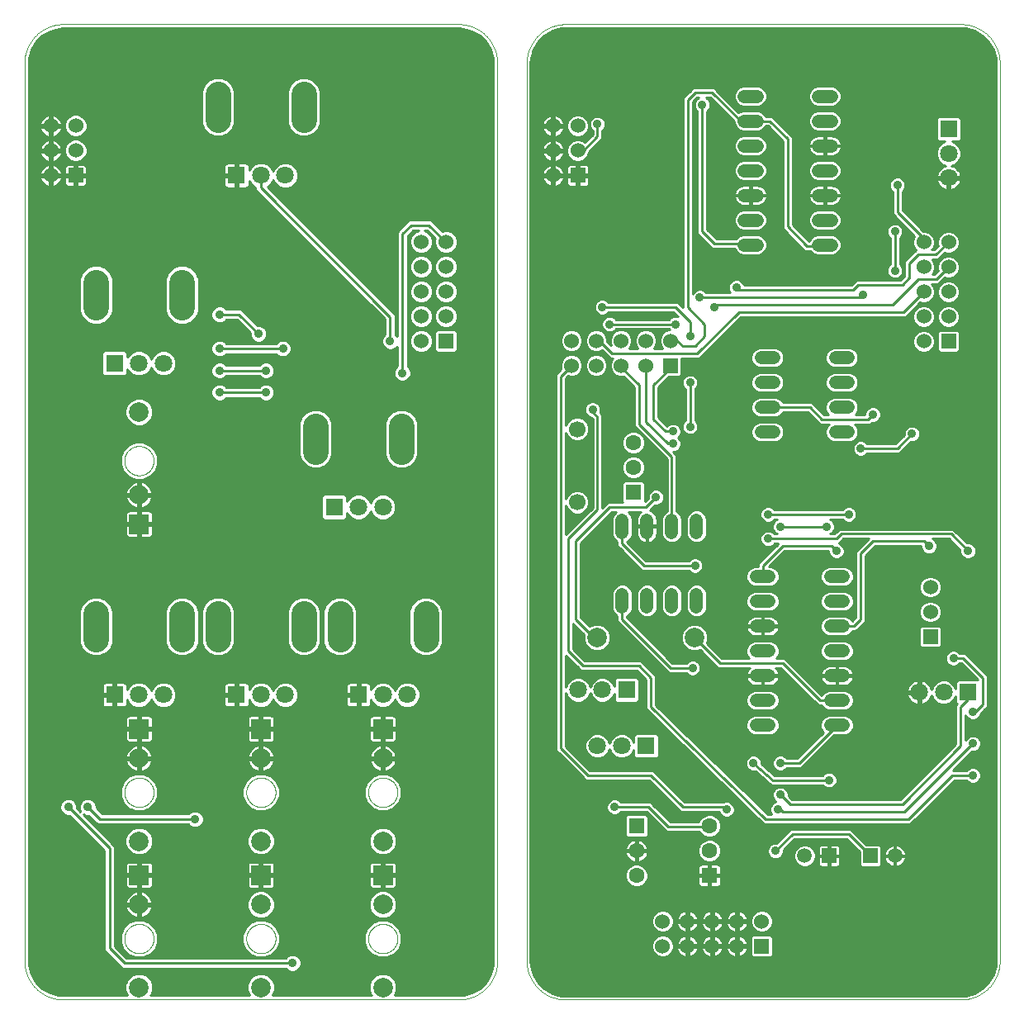
<source format=gbl>
G75*
%MOIN*%
%OFA0B0*%
%FSLAX25Y25*%
%IPPOS*%
%LPD*%
%AMOC8*
5,1,8,0,0,1.08239X$1,22.5*
%
%ADD10C,0.00000*%
%ADD11C,0.25591*%
%ADD12C,0.07874*%
%ADD13R,0.07874X0.07874*%
%ADD14R,0.07087X0.07087*%
%ADD15C,0.07087*%
%ADD16C,0.10236*%
%ADD17R,0.06000X0.06000*%
%ADD18C,0.06000*%
%ADD19C,0.05906*%
%ADD20R,0.05906X0.05906*%
%ADD21C,0.05200*%
%ADD22C,0.06693*%
%ADD23R,0.06299X0.06299*%
%ADD24C,0.06299*%
%ADD25C,0.00984*%
%ADD26C,0.03562*%
D10*
X0001492Y0017240D02*
X0001492Y0379445D01*
X0001497Y0379826D01*
X0001510Y0380206D01*
X0001533Y0380586D01*
X0001566Y0380965D01*
X0001607Y0381343D01*
X0001657Y0381720D01*
X0001717Y0382096D01*
X0001785Y0382471D01*
X0001863Y0382843D01*
X0001950Y0383214D01*
X0002045Y0383582D01*
X0002150Y0383948D01*
X0002263Y0384311D01*
X0002385Y0384672D01*
X0002515Y0385029D01*
X0002655Y0385383D01*
X0002802Y0385734D01*
X0002959Y0386081D01*
X0003123Y0386424D01*
X0003296Y0386763D01*
X0003477Y0387098D01*
X0003666Y0387429D01*
X0003863Y0387754D01*
X0004067Y0388075D01*
X0004280Y0388391D01*
X0004500Y0388701D01*
X0004727Y0389007D01*
X0004962Y0389306D01*
X0005204Y0389600D01*
X0005452Y0389888D01*
X0005708Y0390170D01*
X0005971Y0390445D01*
X0006240Y0390714D01*
X0006515Y0390977D01*
X0006797Y0391233D01*
X0007085Y0391481D01*
X0007379Y0391723D01*
X0007678Y0391958D01*
X0007984Y0392185D01*
X0008294Y0392405D01*
X0008610Y0392618D01*
X0008931Y0392822D01*
X0009256Y0393019D01*
X0009587Y0393208D01*
X0009922Y0393389D01*
X0010261Y0393562D01*
X0010604Y0393726D01*
X0010951Y0393883D01*
X0011302Y0394030D01*
X0011656Y0394170D01*
X0012013Y0394300D01*
X0012374Y0394422D01*
X0012737Y0394535D01*
X0013103Y0394640D01*
X0013471Y0394735D01*
X0013842Y0394822D01*
X0014214Y0394900D01*
X0014589Y0394968D01*
X0014965Y0395028D01*
X0015342Y0395078D01*
X0015720Y0395119D01*
X0016099Y0395152D01*
X0016479Y0395175D01*
X0016859Y0395188D01*
X0017240Y0395193D01*
X0176689Y0395193D01*
X0177070Y0395188D01*
X0177450Y0395175D01*
X0177830Y0395152D01*
X0178209Y0395119D01*
X0178587Y0395078D01*
X0178964Y0395028D01*
X0179340Y0394968D01*
X0179715Y0394900D01*
X0180087Y0394822D01*
X0180458Y0394735D01*
X0180826Y0394640D01*
X0181192Y0394535D01*
X0181555Y0394422D01*
X0181916Y0394300D01*
X0182273Y0394170D01*
X0182627Y0394030D01*
X0182978Y0393883D01*
X0183325Y0393726D01*
X0183668Y0393562D01*
X0184007Y0393389D01*
X0184342Y0393208D01*
X0184673Y0393019D01*
X0184998Y0392822D01*
X0185319Y0392618D01*
X0185635Y0392405D01*
X0185945Y0392185D01*
X0186251Y0391958D01*
X0186550Y0391723D01*
X0186844Y0391481D01*
X0187132Y0391233D01*
X0187414Y0390977D01*
X0187689Y0390714D01*
X0187958Y0390445D01*
X0188221Y0390170D01*
X0188477Y0389888D01*
X0188725Y0389600D01*
X0188967Y0389306D01*
X0189202Y0389007D01*
X0189429Y0388701D01*
X0189649Y0388391D01*
X0189862Y0388075D01*
X0190066Y0387754D01*
X0190263Y0387429D01*
X0190452Y0387098D01*
X0190633Y0386763D01*
X0190806Y0386424D01*
X0190970Y0386081D01*
X0191127Y0385734D01*
X0191274Y0385383D01*
X0191414Y0385029D01*
X0191544Y0384672D01*
X0191666Y0384311D01*
X0191779Y0383948D01*
X0191884Y0383582D01*
X0191979Y0383214D01*
X0192066Y0382843D01*
X0192144Y0382471D01*
X0192212Y0382096D01*
X0192272Y0381720D01*
X0192322Y0381343D01*
X0192363Y0380965D01*
X0192396Y0380586D01*
X0192419Y0380206D01*
X0192432Y0379826D01*
X0192437Y0379445D01*
X0192437Y0017240D01*
X0204248Y0017240D02*
X0204248Y0379445D01*
X0204253Y0379826D01*
X0204266Y0380206D01*
X0204289Y0380586D01*
X0204322Y0380965D01*
X0204363Y0381343D01*
X0204413Y0381720D01*
X0204473Y0382096D01*
X0204541Y0382471D01*
X0204619Y0382843D01*
X0204706Y0383214D01*
X0204801Y0383582D01*
X0204906Y0383948D01*
X0205019Y0384311D01*
X0205141Y0384672D01*
X0205271Y0385029D01*
X0205411Y0385383D01*
X0205558Y0385734D01*
X0205715Y0386081D01*
X0205879Y0386424D01*
X0206052Y0386763D01*
X0206233Y0387098D01*
X0206422Y0387429D01*
X0206619Y0387754D01*
X0206823Y0388075D01*
X0207036Y0388391D01*
X0207256Y0388701D01*
X0207483Y0389007D01*
X0207718Y0389306D01*
X0207960Y0389600D01*
X0208208Y0389888D01*
X0208464Y0390170D01*
X0208727Y0390445D01*
X0208996Y0390714D01*
X0209271Y0390977D01*
X0209553Y0391233D01*
X0209841Y0391481D01*
X0210135Y0391723D01*
X0210434Y0391958D01*
X0210740Y0392185D01*
X0211050Y0392405D01*
X0211366Y0392618D01*
X0211687Y0392822D01*
X0212012Y0393019D01*
X0212343Y0393208D01*
X0212678Y0393389D01*
X0213017Y0393562D01*
X0213360Y0393726D01*
X0213707Y0393883D01*
X0214058Y0394030D01*
X0214412Y0394170D01*
X0214769Y0394300D01*
X0215130Y0394422D01*
X0215493Y0394535D01*
X0215859Y0394640D01*
X0216227Y0394735D01*
X0216598Y0394822D01*
X0216970Y0394900D01*
X0217345Y0394968D01*
X0217721Y0395028D01*
X0218098Y0395078D01*
X0218476Y0395119D01*
X0218855Y0395152D01*
X0219235Y0395175D01*
X0219615Y0395188D01*
X0219996Y0395193D01*
X0379445Y0395193D01*
X0379826Y0395188D01*
X0380206Y0395175D01*
X0380586Y0395152D01*
X0380965Y0395119D01*
X0381343Y0395078D01*
X0381720Y0395028D01*
X0382096Y0394968D01*
X0382471Y0394900D01*
X0382843Y0394822D01*
X0383214Y0394735D01*
X0383582Y0394640D01*
X0383948Y0394535D01*
X0384311Y0394422D01*
X0384672Y0394300D01*
X0385029Y0394170D01*
X0385383Y0394030D01*
X0385734Y0393883D01*
X0386081Y0393726D01*
X0386424Y0393562D01*
X0386763Y0393389D01*
X0387098Y0393208D01*
X0387429Y0393019D01*
X0387754Y0392822D01*
X0388075Y0392618D01*
X0388391Y0392405D01*
X0388701Y0392185D01*
X0389007Y0391958D01*
X0389306Y0391723D01*
X0389600Y0391481D01*
X0389888Y0391233D01*
X0390170Y0390977D01*
X0390445Y0390714D01*
X0390714Y0390445D01*
X0390977Y0390170D01*
X0391233Y0389888D01*
X0391481Y0389600D01*
X0391723Y0389306D01*
X0391958Y0389007D01*
X0392185Y0388701D01*
X0392405Y0388391D01*
X0392618Y0388075D01*
X0392822Y0387754D01*
X0393019Y0387429D01*
X0393208Y0387098D01*
X0393389Y0386763D01*
X0393562Y0386424D01*
X0393726Y0386081D01*
X0393883Y0385734D01*
X0394030Y0385383D01*
X0394170Y0385029D01*
X0394300Y0384672D01*
X0394422Y0384311D01*
X0394535Y0383948D01*
X0394640Y0383582D01*
X0394735Y0383214D01*
X0394822Y0382843D01*
X0394900Y0382471D01*
X0394968Y0382096D01*
X0395028Y0381720D01*
X0395078Y0381343D01*
X0395119Y0380965D01*
X0395152Y0380586D01*
X0395175Y0380206D01*
X0395188Y0379826D01*
X0395193Y0379445D01*
X0395193Y0017240D01*
X0395188Y0016859D01*
X0395175Y0016479D01*
X0395152Y0016099D01*
X0395119Y0015720D01*
X0395078Y0015342D01*
X0395028Y0014965D01*
X0394968Y0014589D01*
X0394900Y0014214D01*
X0394822Y0013842D01*
X0394735Y0013471D01*
X0394640Y0013103D01*
X0394535Y0012737D01*
X0394422Y0012374D01*
X0394300Y0012013D01*
X0394170Y0011656D01*
X0394030Y0011302D01*
X0393883Y0010951D01*
X0393726Y0010604D01*
X0393562Y0010261D01*
X0393389Y0009922D01*
X0393208Y0009587D01*
X0393019Y0009256D01*
X0392822Y0008931D01*
X0392618Y0008610D01*
X0392405Y0008294D01*
X0392185Y0007984D01*
X0391958Y0007678D01*
X0391723Y0007379D01*
X0391481Y0007085D01*
X0391233Y0006797D01*
X0390977Y0006515D01*
X0390714Y0006240D01*
X0390445Y0005971D01*
X0390170Y0005708D01*
X0389888Y0005452D01*
X0389600Y0005204D01*
X0389306Y0004962D01*
X0389007Y0004727D01*
X0388701Y0004500D01*
X0388391Y0004280D01*
X0388075Y0004067D01*
X0387754Y0003863D01*
X0387429Y0003666D01*
X0387098Y0003477D01*
X0386763Y0003296D01*
X0386424Y0003123D01*
X0386081Y0002959D01*
X0385734Y0002802D01*
X0385383Y0002655D01*
X0385029Y0002515D01*
X0384672Y0002385D01*
X0384311Y0002263D01*
X0383948Y0002150D01*
X0383582Y0002045D01*
X0383214Y0001950D01*
X0382843Y0001863D01*
X0382471Y0001785D01*
X0382096Y0001717D01*
X0381720Y0001657D01*
X0381343Y0001607D01*
X0380965Y0001566D01*
X0380586Y0001533D01*
X0380206Y0001510D01*
X0379826Y0001497D01*
X0379445Y0001492D01*
X0219996Y0001492D01*
X0219615Y0001497D01*
X0219235Y0001510D01*
X0218855Y0001533D01*
X0218476Y0001566D01*
X0218098Y0001607D01*
X0217721Y0001657D01*
X0217345Y0001717D01*
X0216970Y0001785D01*
X0216598Y0001863D01*
X0216227Y0001950D01*
X0215859Y0002045D01*
X0215493Y0002150D01*
X0215130Y0002263D01*
X0214769Y0002385D01*
X0214412Y0002515D01*
X0214058Y0002655D01*
X0213707Y0002802D01*
X0213360Y0002959D01*
X0213017Y0003123D01*
X0212678Y0003296D01*
X0212343Y0003477D01*
X0212012Y0003666D01*
X0211687Y0003863D01*
X0211366Y0004067D01*
X0211050Y0004280D01*
X0210740Y0004500D01*
X0210434Y0004727D01*
X0210135Y0004962D01*
X0209841Y0005204D01*
X0209553Y0005452D01*
X0209271Y0005708D01*
X0208996Y0005971D01*
X0208727Y0006240D01*
X0208464Y0006515D01*
X0208208Y0006797D01*
X0207960Y0007085D01*
X0207718Y0007379D01*
X0207483Y0007678D01*
X0207256Y0007984D01*
X0207036Y0008294D01*
X0206823Y0008610D01*
X0206619Y0008931D01*
X0206422Y0009256D01*
X0206233Y0009587D01*
X0206052Y0009922D01*
X0205879Y0010261D01*
X0205715Y0010604D01*
X0205558Y0010951D01*
X0205411Y0011302D01*
X0205271Y0011656D01*
X0205141Y0012013D01*
X0205019Y0012374D01*
X0204906Y0012737D01*
X0204801Y0013103D01*
X0204706Y0013471D01*
X0204619Y0013842D01*
X0204541Y0014214D01*
X0204473Y0014589D01*
X0204413Y0014965D01*
X0204363Y0015342D01*
X0204322Y0015720D01*
X0204289Y0016099D01*
X0204266Y0016479D01*
X0204253Y0016859D01*
X0204248Y0017240D01*
X0192437Y0017240D02*
X0192432Y0016859D01*
X0192419Y0016479D01*
X0192396Y0016099D01*
X0192363Y0015720D01*
X0192322Y0015342D01*
X0192272Y0014965D01*
X0192212Y0014589D01*
X0192144Y0014214D01*
X0192066Y0013842D01*
X0191979Y0013471D01*
X0191884Y0013103D01*
X0191779Y0012737D01*
X0191666Y0012374D01*
X0191544Y0012013D01*
X0191414Y0011656D01*
X0191274Y0011302D01*
X0191127Y0010951D01*
X0190970Y0010604D01*
X0190806Y0010261D01*
X0190633Y0009922D01*
X0190452Y0009587D01*
X0190263Y0009256D01*
X0190066Y0008931D01*
X0189862Y0008610D01*
X0189649Y0008294D01*
X0189429Y0007984D01*
X0189202Y0007678D01*
X0188967Y0007379D01*
X0188725Y0007085D01*
X0188477Y0006797D01*
X0188221Y0006515D01*
X0187958Y0006240D01*
X0187689Y0005971D01*
X0187414Y0005708D01*
X0187132Y0005452D01*
X0186844Y0005204D01*
X0186550Y0004962D01*
X0186251Y0004727D01*
X0185945Y0004500D01*
X0185635Y0004280D01*
X0185319Y0004067D01*
X0184998Y0003863D01*
X0184673Y0003666D01*
X0184342Y0003477D01*
X0184007Y0003296D01*
X0183668Y0003123D01*
X0183325Y0002959D01*
X0182978Y0002802D01*
X0182627Y0002655D01*
X0182273Y0002515D01*
X0181916Y0002385D01*
X0181555Y0002263D01*
X0181192Y0002150D01*
X0180826Y0002045D01*
X0180458Y0001950D01*
X0180087Y0001863D01*
X0179715Y0001785D01*
X0179340Y0001717D01*
X0178964Y0001657D01*
X0178587Y0001607D01*
X0178209Y0001566D01*
X0177830Y0001533D01*
X0177450Y0001510D01*
X0177070Y0001497D01*
X0176689Y0001492D01*
X0017240Y0001492D01*
X0016859Y0001497D01*
X0016479Y0001510D01*
X0016099Y0001533D01*
X0015720Y0001566D01*
X0015342Y0001607D01*
X0014965Y0001657D01*
X0014589Y0001717D01*
X0014214Y0001785D01*
X0013842Y0001863D01*
X0013471Y0001950D01*
X0013103Y0002045D01*
X0012737Y0002150D01*
X0012374Y0002263D01*
X0012013Y0002385D01*
X0011656Y0002515D01*
X0011302Y0002655D01*
X0010951Y0002802D01*
X0010604Y0002959D01*
X0010261Y0003123D01*
X0009922Y0003296D01*
X0009587Y0003477D01*
X0009256Y0003666D01*
X0008931Y0003863D01*
X0008610Y0004067D01*
X0008294Y0004280D01*
X0007984Y0004500D01*
X0007678Y0004727D01*
X0007379Y0004962D01*
X0007085Y0005204D01*
X0006797Y0005452D01*
X0006515Y0005708D01*
X0006240Y0005971D01*
X0005971Y0006240D01*
X0005708Y0006515D01*
X0005452Y0006797D01*
X0005204Y0007085D01*
X0004962Y0007379D01*
X0004727Y0007678D01*
X0004500Y0007984D01*
X0004280Y0008294D01*
X0004067Y0008610D01*
X0003863Y0008931D01*
X0003666Y0009256D01*
X0003477Y0009587D01*
X0003296Y0009922D01*
X0003123Y0010261D01*
X0002959Y0010604D01*
X0002802Y0010951D01*
X0002655Y0011302D01*
X0002515Y0011656D01*
X0002385Y0012013D01*
X0002263Y0012374D01*
X0002150Y0012737D01*
X0002045Y0013103D01*
X0001950Y0013471D01*
X0001863Y0013842D01*
X0001785Y0014214D01*
X0001717Y0014589D01*
X0001657Y0014965D01*
X0001607Y0015342D01*
X0001566Y0015720D01*
X0001533Y0016099D01*
X0001510Y0016479D01*
X0001497Y0016859D01*
X0001492Y0017240D01*
X0041846Y0026098D02*
X0041848Y0026251D01*
X0041854Y0026405D01*
X0041864Y0026558D01*
X0041878Y0026710D01*
X0041896Y0026863D01*
X0041918Y0027014D01*
X0041943Y0027165D01*
X0041973Y0027316D01*
X0042007Y0027466D01*
X0042044Y0027614D01*
X0042085Y0027762D01*
X0042130Y0027908D01*
X0042179Y0028054D01*
X0042232Y0028198D01*
X0042288Y0028340D01*
X0042348Y0028481D01*
X0042412Y0028621D01*
X0042479Y0028759D01*
X0042550Y0028895D01*
X0042625Y0029029D01*
X0042702Y0029161D01*
X0042784Y0029291D01*
X0042868Y0029419D01*
X0042956Y0029545D01*
X0043047Y0029668D01*
X0043141Y0029789D01*
X0043239Y0029907D01*
X0043339Y0030023D01*
X0043443Y0030136D01*
X0043549Y0030247D01*
X0043658Y0030355D01*
X0043770Y0030460D01*
X0043884Y0030561D01*
X0044002Y0030660D01*
X0044121Y0030756D01*
X0044243Y0030849D01*
X0044368Y0030938D01*
X0044495Y0031025D01*
X0044624Y0031107D01*
X0044755Y0031187D01*
X0044888Y0031263D01*
X0045023Y0031336D01*
X0045160Y0031405D01*
X0045299Y0031470D01*
X0045439Y0031532D01*
X0045581Y0031590D01*
X0045724Y0031645D01*
X0045869Y0031696D01*
X0046015Y0031743D01*
X0046162Y0031786D01*
X0046310Y0031825D01*
X0046459Y0031861D01*
X0046609Y0031892D01*
X0046760Y0031920D01*
X0046911Y0031944D01*
X0047064Y0031964D01*
X0047216Y0031980D01*
X0047369Y0031992D01*
X0047522Y0032000D01*
X0047675Y0032004D01*
X0047829Y0032004D01*
X0047982Y0032000D01*
X0048135Y0031992D01*
X0048288Y0031980D01*
X0048440Y0031964D01*
X0048593Y0031944D01*
X0048744Y0031920D01*
X0048895Y0031892D01*
X0049045Y0031861D01*
X0049194Y0031825D01*
X0049342Y0031786D01*
X0049489Y0031743D01*
X0049635Y0031696D01*
X0049780Y0031645D01*
X0049923Y0031590D01*
X0050065Y0031532D01*
X0050205Y0031470D01*
X0050344Y0031405D01*
X0050481Y0031336D01*
X0050616Y0031263D01*
X0050749Y0031187D01*
X0050880Y0031107D01*
X0051009Y0031025D01*
X0051136Y0030938D01*
X0051261Y0030849D01*
X0051383Y0030756D01*
X0051502Y0030660D01*
X0051620Y0030561D01*
X0051734Y0030460D01*
X0051846Y0030355D01*
X0051955Y0030247D01*
X0052061Y0030136D01*
X0052165Y0030023D01*
X0052265Y0029907D01*
X0052363Y0029789D01*
X0052457Y0029668D01*
X0052548Y0029545D01*
X0052636Y0029419D01*
X0052720Y0029291D01*
X0052802Y0029161D01*
X0052879Y0029029D01*
X0052954Y0028895D01*
X0053025Y0028759D01*
X0053092Y0028621D01*
X0053156Y0028481D01*
X0053216Y0028340D01*
X0053272Y0028198D01*
X0053325Y0028054D01*
X0053374Y0027908D01*
X0053419Y0027762D01*
X0053460Y0027614D01*
X0053497Y0027466D01*
X0053531Y0027316D01*
X0053561Y0027165D01*
X0053586Y0027014D01*
X0053608Y0026863D01*
X0053626Y0026710D01*
X0053640Y0026558D01*
X0053650Y0026405D01*
X0053656Y0026251D01*
X0053658Y0026098D01*
X0053656Y0025945D01*
X0053650Y0025791D01*
X0053640Y0025638D01*
X0053626Y0025486D01*
X0053608Y0025333D01*
X0053586Y0025182D01*
X0053561Y0025031D01*
X0053531Y0024880D01*
X0053497Y0024730D01*
X0053460Y0024582D01*
X0053419Y0024434D01*
X0053374Y0024288D01*
X0053325Y0024142D01*
X0053272Y0023998D01*
X0053216Y0023856D01*
X0053156Y0023715D01*
X0053092Y0023575D01*
X0053025Y0023437D01*
X0052954Y0023301D01*
X0052879Y0023167D01*
X0052802Y0023035D01*
X0052720Y0022905D01*
X0052636Y0022777D01*
X0052548Y0022651D01*
X0052457Y0022528D01*
X0052363Y0022407D01*
X0052265Y0022289D01*
X0052165Y0022173D01*
X0052061Y0022060D01*
X0051955Y0021949D01*
X0051846Y0021841D01*
X0051734Y0021736D01*
X0051620Y0021635D01*
X0051502Y0021536D01*
X0051383Y0021440D01*
X0051261Y0021347D01*
X0051136Y0021258D01*
X0051009Y0021171D01*
X0050880Y0021089D01*
X0050749Y0021009D01*
X0050616Y0020933D01*
X0050481Y0020860D01*
X0050344Y0020791D01*
X0050205Y0020726D01*
X0050065Y0020664D01*
X0049923Y0020606D01*
X0049780Y0020551D01*
X0049635Y0020500D01*
X0049489Y0020453D01*
X0049342Y0020410D01*
X0049194Y0020371D01*
X0049045Y0020335D01*
X0048895Y0020304D01*
X0048744Y0020276D01*
X0048593Y0020252D01*
X0048440Y0020232D01*
X0048288Y0020216D01*
X0048135Y0020204D01*
X0047982Y0020196D01*
X0047829Y0020192D01*
X0047675Y0020192D01*
X0047522Y0020196D01*
X0047369Y0020204D01*
X0047216Y0020216D01*
X0047064Y0020232D01*
X0046911Y0020252D01*
X0046760Y0020276D01*
X0046609Y0020304D01*
X0046459Y0020335D01*
X0046310Y0020371D01*
X0046162Y0020410D01*
X0046015Y0020453D01*
X0045869Y0020500D01*
X0045724Y0020551D01*
X0045581Y0020606D01*
X0045439Y0020664D01*
X0045299Y0020726D01*
X0045160Y0020791D01*
X0045023Y0020860D01*
X0044888Y0020933D01*
X0044755Y0021009D01*
X0044624Y0021089D01*
X0044495Y0021171D01*
X0044368Y0021258D01*
X0044243Y0021347D01*
X0044121Y0021440D01*
X0044002Y0021536D01*
X0043884Y0021635D01*
X0043770Y0021736D01*
X0043658Y0021841D01*
X0043549Y0021949D01*
X0043443Y0022060D01*
X0043339Y0022173D01*
X0043239Y0022289D01*
X0043141Y0022407D01*
X0043047Y0022528D01*
X0042956Y0022651D01*
X0042868Y0022777D01*
X0042784Y0022905D01*
X0042702Y0023035D01*
X0042625Y0023167D01*
X0042550Y0023301D01*
X0042479Y0023437D01*
X0042412Y0023575D01*
X0042348Y0023715D01*
X0042288Y0023856D01*
X0042232Y0023998D01*
X0042179Y0024142D01*
X0042130Y0024288D01*
X0042085Y0024434D01*
X0042044Y0024582D01*
X0042007Y0024730D01*
X0041973Y0024880D01*
X0041943Y0025031D01*
X0041918Y0025182D01*
X0041896Y0025333D01*
X0041878Y0025486D01*
X0041864Y0025638D01*
X0041854Y0025791D01*
X0041848Y0025945D01*
X0041846Y0026098D01*
X0091059Y0026098D02*
X0091061Y0026251D01*
X0091067Y0026405D01*
X0091077Y0026558D01*
X0091091Y0026710D01*
X0091109Y0026863D01*
X0091131Y0027014D01*
X0091156Y0027165D01*
X0091186Y0027316D01*
X0091220Y0027466D01*
X0091257Y0027614D01*
X0091298Y0027762D01*
X0091343Y0027908D01*
X0091392Y0028054D01*
X0091445Y0028198D01*
X0091501Y0028340D01*
X0091561Y0028481D01*
X0091625Y0028621D01*
X0091692Y0028759D01*
X0091763Y0028895D01*
X0091838Y0029029D01*
X0091915Y0029161D01*
X0091997Y0029291D01*
X0092081Y0029419D01*
X0092169Y0029545D01*
X0092260Y0029668D01*
X0092354Y0029789D01*
X0092452Y0029907D01*
X0092552Y0030023D01*
X0092656Y0030136D01*
X0092762Y0030247D01*
X0092871Y0030355D01*
X0092983Y0030460D01*
X0093097Y0030561D01*
X0093215Y0030660D01*
X0093334Y0030756D01*
X0093456Y0030849D01*
X0093581Y0030938D01*
X0093708Y0031025D01*
X0093837Y0031107D01*
X0093968Y0031187D01*
X0094101Y0031263D01*
X0094236Y0031336D01*
X0094373Y0031405D01*
X0094512Y0031470D01*
X0094652Y0031532D01*
X0094794Y0031590D01*
X0094937Y0031645D01*
X0095082Y0031696D01*
X0095228Y0031743D01*
X0095375Y0031786D01*
X0095523Y0031825D01*
X0095672Y0031861D01*
X0095822Y0031892D01*
X0095973Y0031920D01*
X0096124Y0031944D01*
X0096277Y0031964D01*
X0096429Y0031980D01*
X0096582Y0031992D01*
X0096735Y0032000D01*
X0096888Y0032004D01*
X0097042Y0032004D01*
X0097195Y0032000D01*
X0097348Y0031992D01*
X0097501Y0031980D01*
X0097653Y0031964D01*
X0097806Y0031944D01*
X0097957Y0031920D01*
X0098108Y0031892D01*
X0098258Y0031861D01*
X0098407Y0031825D01*
X0098555Y0031786D01*
X0098702Y0031743D01*
X0098848Y0031696D01*
X0098993Y0031645D01*
X0099136Y0031590D01*
X0099278Y0031532D01*
X0099418Y0031470D01*
X0099557Y0031405D01*
X0099694Y0031336D01*
X0099829Y0031263D01*
X0099962Y0031187D01*
X0100093Y0031107D01*
X0100222Y0031025D01*
X0100349Y0030938D01*
X0100474Y0030849D01*
X0100596Y0030756D01*
X0100715Y0030660D01*
X0100833Y0030561D01*
X0100947Y0030460D01*
X0101059Y0030355D01*
X0101168Y0030247D01*
X0101274Y0030136D01*
X0101378Y0030023D01*
X0101478Y0029907D01*
X0101576Y0029789D01*
X0101670Y0029668D01*
X0101761Y0029545D01*
X0101849Y0029419D01*
X0101933Y0029291D01*
X0102015Y0029161D01*
X0102092Y0029029D01*
X0102167Y0028895D01*
X0102238Y0028759D01*
X0102305Y0028621D01*
X0102369Y0028481D01*
X0102429Y0028340D01*
X0102485Y0028198D01*
X0102538Y0028054D01*
X0102587Y0027908D01*
X0102632Y0027762D01*
X0102673Y0027614D01*
X0102710Y0027466D01*
X0102744Y0027316D01*
X0102774Y0027165D01*
X0102799Y0027014D01*
X0102821Y0026863D01*
X0102839Y0026710D01*
X0102853Y0026558D01*
X0102863Y0026405D01*
X0102869Y0026251D01*
X0102871Y0026098D01*
X0102869Y0025945D01*
X0102863Y0025791D01*
X0102853Y0025638D01*
X0102839Y0025486D01*
X0102821Y0025333D01*
X0102799Y0025182D01*
X0102774Y0025031D01*
X0102744Y0024880D01*
X0102710Y0024730D01*
X0102673Y0024582D01*
X0102632Y0024434D01*
X0102587Y0024288D01*
X0102538Y0024142D01*
X0102485Y0023998D01*
X0102429Y0023856D01*
X0102369Y0023715D01*
X0102305Y0023575D01*
X0102238Y0023437D01*
X0102167Y0023301D01*
X0102092Y0023167D01*
X0102015Y0023035D01*
X0101933Y0022905D01*
X0101849Y0022777D01*
X0101761Y0022651D01*
X0101670Y0022528D01*
X0101576Y0022407D01*
X0101478Y0022289D01*
X0101378Y0022173D01*
X0101274Y0022060D01*
X0101168Y0021949D01*
X0101059Y0021841D01*
X0100947Y0021736D01*
X0100833Y0021635D01*
X0100715Y0021536D01*
X0100596Y0021440D01*
X0100474Y0021347D01*
X0100349Y0021258D01*
X0100222Y0021171D01*
X0100093Y0021089D01*
X0099962Y0021009D01*
X0099829Y0020933D01*
X0099694Y0020860D01*
X0099557Y0020791D01*
X0099418Y0020726D01*
X0099278Y0020664D01*
X0099136Y0020606D01*
X0098993Y0020551D01*
X0098848Y0020500D01*
X0098702Y0020453D01*
X0098555Y0020410D01*
X0098407Y0020371D01*
X0098258Y0020335D01*
X0098108Y0020304D01*
X0097957Y0020276D01*
X0097806Y0020252D01*
X0097653Y0020232D01*
X0097501Y0020216D01*
X0097348Y0020204D01*
X0097195Y0020196D01*
X0097042Y0020192D01*
X0096888Y0020192D01*
X0096735Y0020196D01*
X0096582Y0020204D01*
X0096429Y0020216D01*
X0096277Y0020232D01*
X0096124Y0020252D01*
X0095973Y0020276D01*
X0095822Y0020304D01*
X0095672Y0020335D01*
X0095523Y0020371D01*
X0095375Y0020410D01*
X0095228Y0020453D01*
X0095082Y0020500D01*
X0094937Y0020551D01*
X0094794Y0020606D01*
X0094652Y0020664D01*
X0094512Y0020726D01*
X0094373Y0020791D01*
X0094236Y0020860D01*
X0094101Y0020933D01*
X0093968Y0021009D01*
X0093837Y0021089D01*
X0093708Y0021171D01*
X0093581Y0021258D01*
X0093456Y0021347D01*
X0093334Y0021440D01*
X0093215Y0021536D01*
X0093097Y0021635D01*
X0092983Y0021736D01*
X0092871Y0021841D01*
X0092762Y0021949D01*
X0092656Y0022060D01*
X0092552Y0022173D01*
X0092452Y0022289D01*
X0092354Y0022407D01*
X0092260Y0022528D01*
X0092169Y0022651D01*
X0092081Y0022777D01*
X0091997Y0022905D01*
X0091915Y0023035D01*
X0091838Y0023167D01*
X0091763Y0023301D01*
X0091692Y0023437D01*
X0091625Y0023575D01*
X0091561Y0023715D01*
X0091501Y0023856D01*
X0091445Y0023998D01*
X0091392Y0024142D01*
X0091343Y0024288D01*
X0091298Y0024434D01*
X0091257Y0024582D01*
X0091220Y0024730D01*
X0091186Y0024880D01*
X0091156Y0025031D01*
X0091131Y0025182D01*
X0091109Y0025333D01*
X0091091Y0025486D01*
X0091077Y0025638D01*
X0091067Y0025791D01*
X0091061Y0025945D01*
X0091059Y0026098D01*
X0140271Y0026098D02*
X0140273Y0026251D01*
X0140279Y0026405D01*
X0140289Y0026558D01*
X0140303Y0026710D01*
X0140321Y0026863D01*
X0140343Y0027014D01*
X0140368Y0027165D01*
X0140398Y0027316D01*
X0140432Y0027466D01*
X0140469Y0027614D01*
X0140510Y0027762D01*
X0140555Y0027908D01*
X0140604Y0028054D01*
X0140657Y0028198D01*
X0140713Y0028340D01*
X0140773Y0028481D01*
X0140837Y0028621D01*
X0140904Y0028759D01*
X0140975Y0028895D01*
X0141050Y0029029D01*
X0141127Y0029161D01*
X0141209Y0029291D01*
X0141293Y0029419D01*
X0141381Y0029545D01*
X0141472Y0029668D01*
X0141566Y0029789D01*
X0141664Y0029907D01*
X0141764Y0030023D01*
X0141868Y0030136D01*
X0141974Y0030247D01*
X0142083Y0030355D01*
X0142195Y0030460D01*
X0142309Y0030561D01*
X0142427Y0030660D01*
X0142546Y0030756D01*
X0142668Y0030849D01*
X0142793Y0030938D01*
X0142920Y0031025D01*
X0143049Y0031107D01*
X0143180Y0031187D01*
X0143313Y0031263D01*
X0143448Y0031336D01*
X0143585Y0031405D01*
X0143724Y0031470D01*
X0143864Y0031532D01*
X0144006Y0031590D01*
X0144149Y0031645D01*
X0144294Y0031696D01*
X0144440Y0031743D01*
X0144587Y0031786D01*
X0144735Y0031825D01*
X0144884Y0031861D01*
X0145034Y0031892D01*
X0145185Y0031920D01*
X0145336Y0031944D01*
X0145489Y0031964D01*
X0145641Y0031980D01*
X0145794Y0031992D01*
X0145947Y0032000D01*
X0146100Y0032004D01*
X0146254Y0032004D01*
X0146407Y0032000D01*
X0146560Y0031992D01*
X0146713Y0031980D01*
X0146865Y0031964D01*
X0147018Y0031944D01*
X0147169Y0031920D01*
X0147320Y0031892D01*
X0147470Y0031861D01*
X0147619Y0031825D01*
X0147767Y0031786D01*
X0147914Y0031743D01*
X0148060Y0031696D01*
X0148205Y0031645D01*
X0148348Y0031590D01*
X0148490Y0031532D01*
X0148630Y0031470D01*
X0148769Y0031405D01*
X0148906Y0031336D01*
X0149041Y0031263D01*
X0149174Y0031187D01*
X0149305Y0031107D01*
X0149434Y0031025D01*
X0149561Y0030938D01*
X0149686Y0030849D01*
X0149808Y0030756D01*
X0149927Y0030660D01*
X0150045Y0030561D01*
X0150159Y0030460D01*
X0150271Y0030355D01*
X0150380Y0030247D01*
X0150486Y0030136D01*
X0150590Y0030023D01*
X0150690Y0029907D01*
X0150788Y0029789D01*
X0150882Y0029668D01*
X0150973Y0029545D01*
X0151061Y0029419D01*
X0151145Y0029291D01*
X0151227Y0029161D01*
X0151304Y0029029D01*
X0151379Y0028895D01*
X0151450Y0028759D01*
X0151517Y0028621D01*
X0151581Y0028481D01*
X0151641Y0028340D01*
X0151697Y0028198D01*
X0151750Y0028054D01*
X0151799Y0027908D01*
X0151844Y0027762D01*
X0151885Y0027614D01*
X0151922Y0027466D01*
X0151956Y0027316D01*
X0151986Y0027165D01*
X0152011Y0027014D01*
X0152033Y0026863D01*
X0152051Y0026710D01*
X0152065Y0026558D01*
X0152075Y0026405D01*
X0152081Y0026251D01*
X0152083Y0026098D01*
X0152081Y0025945D01*
X0152075Y0025791D01*
X0152065Y0025638D01*
X0152051Y0025486D01*
X0152033Y0025333D01*
X0152011Y0025182D01*
X0151986Y0025031D01*
X0151956Y0024880D01*
X0151922Y0024730D01*
X0151885Y0024582D01*
X0151844Y0024434D01*
X0151799Y0024288D01*
X0151750Y0024142D01*
X0151697Y0023998D01*
X0151641Y0023856D01*
X0151581Y0023715D01*
X0151517Y0023575D01*
X0151450Y0023437D01*
X0151379Y0023301D01*
X0151304Y0023167D01*
X0151227Y0023035D01*
X0151145Y0022905D01*
X0151061Y0022777D01*
X0150973Y0022651D01*
X0150882Y0022528D01*
X0150788Y0022407D01*
X0150690Y0022289D01*
X0150590Y0022173D01*
X0150486Y0022060D01*
X0150380Y0021949D01*
X0150271Y0021841D01*
X0150159Y0021736D01*
X0150045Y0021635D01*
X0149927Y0021536D01*
X0149808Y0021440D01*
X0149686Y0021347D01*
X0149561Y0021258D01*
X0149434Y0021171D01*
X0149305Y0021089D01*
X0149174Y0021009D01*
X0149041Y0020933D01*
X0148906Y0020860D01*
X0148769Y0020791D01*
X0148630Y0020726D01*
X0148490Y0020664D01*
X0148348Y0020606D01*
X0148205Y0020551D01*
X0148060Y0020500D01*
X0147914Y0020453D01*
X0147767Y0020410D01*
X0147619Y0020371D01*
X0147470Y0020335D01*
X0147320Y0020304D01*
X0147169Y0020276D01*
X0147018Y0020252D01*
X0146865Y0020232D01*
X0146713Y0020216D01*
X0146560Y0020204D01*
X0146407Y0020196D01*
X0146254Y0020192D01*
X0146100Y0020192D01*
X0145947Y0020196D01*
X0145794Y0020204D01*
X0145641Y0020216D01*
X0145489Y0020232D01*
X0145336Y0020252D01*
X0145185Y0020276D01*
X0145034Y0020304D01*
X0144884Y0020335D01*
X0144735Y0020371D01*
X0144587Y0020410D01*
X0144440Y0020453D01*
X0144294Y0020500D01*
X0144149Y0020551D01*
X0144006Y0020606D01*
X0143864Y0020664D01*
X0143724Y0020726D01*
X0143585Y0020791D01*
X0143448Y0020860D01*
X0143313Y0020933D01*
X0143180Y0021009D01*
X0143049Y0021089D01*
X0142920Y0021171D01*
X0142793Y0021258D01*
X0142668Y0021347D01*
X0142546Y0021440D01*
X0142427Y0021536D01*
X0142309Y0021635D01*
X0142195Y0021736D01*
X0142083Y0021841D01*
X0141974Y0021949D01*
X0141868Y0022060D01*
X0141764Y0022173D01*
X0141664Y0022289D01*
X0141566Y0022407D01*
X0141472Y0022528D01*
X0141381Y0022651D01*
X0141293Y0022777D01*
X0141209Y0022905D01*
X0141127Y0023035D01*
X0141050Y0023167D01*
X0140975Y0023301D01*
X0140904Y0023437D01*
X0140837Y0023575D01*
X0140773Y0023715D01*
X0140713Y0023856D01*
X0140657Y0023998D01*
X0140604Y0024142D01*
X0140555Y0024288D01*
X0140510Y0024434D01*
X0140469Y0024582D01*
X0140432Y0024730D01*
X0140398Y0024880D01*
X0140368Y0025031D01*
X0140343Y0025182D01*
X0140321Y0025333D01*
X0140303Y0025486D01*
X0140289Y0025638D01*
X0140279Y0025791D01*
X0140273Y0025945D01*
X0140271Y0026098D01*
X0140271Y0085154D02*
X0140273Y0085307D01*
X0140279Y0085461D01*
X0140289Y0085614D01*
X0140303Y0085766D01*
X0140321Y0085919D01*
X0140343Y0086070D01*
X0140368Y0086221D01*
X0140398Y0086372D01*
X0140432Y0086522D01*
X0140469Y0086670D01*
X0140510Y0086818D01*
X0140555Y0086964D01*
X0140604Y0087110D01*
X0140657Y0087254D01*
X0140713Y0087396D01*
X0140773Y0087537D01*
X0140837Y0087677D01*
X0140904Y0087815D01*
X0140975Y0087951D01*
X0141050Y0088085D01*
X0141127Y0088217D01*
X0141209Y0088347D01*
X0141293Y0088475D01*
X0141381Y0088601D01*
X0141472Y0088724D01*
X0141566Y0088845D01*
X0141664Y0088963D01*
X0141764Y0089079D01*
X0141868Y0089192D01*
X0141974Y0089303D01*
X0142083Y0089411D01*
X0142195Y0089516D01*
X0142309Y0089617D01*
X0142427Y0089716D01*
X0142546Y0089812D01*
X0142668Y0089905D01*
X0142793Y0089994D01*
X0142920Y0090081D01*
X0143049Y0090163D01*
X0143180Y0090243D01*
X0143313Y0090319D01*
X0143448Y0090392D01*
X0143585Y0090461D01*
X0143724Y0090526D01*
X0143864Y0090588D01*
X0144006Y0090646D01*
X0144149Y0090701D01*
X0144294Y0090752D01*
X0144440Y0090799D01*
X0144587Y0090842D01*
X0144735Y0090881D01*
X0144884Y0090917D01*
X0145034Y0090948D01*
X0145185Y0090976D01*
X0145336Y0091000D01*
X0145489Y0091020D01*
X0145641Y0091036D01*
X0145794Y0091048D01*
X0145947Y0091056D01*
X0146100Y0091060D01*
X0146254Y0091060D01*
X0146407Y0091056D01*
X0146560Y0091048D01*
X0146713Y0091036D01*
X0146865Y0091020D01*
X0147018Y0091000D01*
X0147169Y0090976D01*
X0147320Y0090948D01*
X0147470Y0090917D01*
X0147619Y0090881D01*
X0147767Y0090842D01*
X0147914Y0090799D01*
X0148060Y0090752D01*
X0148205Y0090701D01*
X0148348Y0090646D01*
X0148490Y0090588D01*
X0148630Y0090526D01*
X0148769Y0090461D01*
X0148906Y0090392D01*
X0149041Y0090319D01*
X0149174Y0090243D01*
X0149305Y0090163D01*
X0149434Y0090081D01*
X0149561Y0089994D01*
X0149686Y0089905D01*
X0149808Y0089812D01*
X0149927Y0089716D01*
X0150045Y0089617D01*
X0150159Y0089516D01*
X0150271Y0089411D01*
X0150380Y0089303D01*
X0150486Y0089192D01*
X0150590Y0089079D01*
X0150690Y0088963D01*
X0150788Y0088845D01*
X0150882Y0088724D01*
X0150973Y0088601D01*
X0151061Y0088475D01*
X0151145Y0088347D01*
X0151227Y0088217D01*
X0151304Y0088085D01*
X0151379Y0087951D01*
X0151450Y0087815D01*
X0151517Y0087677D01*
X0151581Y0087537D01*
X0151641Y0087396D01*
X0151697Y0087254D01*
X0151750Y0087110D01*
X0151799Y0086964D01*
X0151844Y0086818D01*
X0151885Y0086670D01*
X0151922Y0086522D01*
X0151956Y0086372D01*
X0151986Y0086221D01*
X0152011Y0086070D01*
X0152033Y0085919D01*
X0152051Y0085766D01*
X0152065Y0085614D01*
X0152075Y0085461D01*
X0152081Y0085307D01*
X0152083Y0085154D01*
X0152081Y0085001D01*
X0152075Y0084847D01*
X0152065Y0084694D01*
X0152051Y0084542D01*
X0152033Y0084389D01*
X0152011Y0084238D01*
X0151986Y0084087D01*
X0151956Y0083936D01*
X0151922Y0083786D01*
X0151885Y0083638D01*
X0151844Y0083490D01*
X0151799Y0083344D01*
X0151750Y0083198D01*
X0151697Y0083054D01*
X0151641Y0082912D01*
X0151581Y0082771D01*
X0151517Y0082631D01*
X0151450Y0082493D01*
X0151379Y0082357D01*
X0151304Y0082223D01*
X0151227Y0082091D01*
X0151145Y0081961D01*
X0151061Y0081833D01*
X0150973Y0081707D01*
X0150882Y0081584D01*
X0150788Y0081463D01*
X0150690Y0081345D01*
X0150590Y0081229D01*
X0150486Y0081116D01*
X0150380Y0081005D01*
X0150271Y0080897D01*
X0150159Y0080792D01*
X0150045Y0080691D01*
X0149927Y0080592D01*
X0149808Y0080496D01*
X0149686Y0080403D01*
X0149561Y0080314D01*
X0149434Y0080227D01*
X0149305Y0080145D01*
X0149174Y0080065D01*
X0149041Y0079989D01*
X0148906Y0079916D01*
X0148769Y0079847D01*
X0148630Y0079782D01*
X0148490Y0079720D01*
X0148348Y0079662D01*
X0148205Y0079607D01*
X0148060Y0079556D01*
X0147914Y0079509D01*
X0147767Y0079466D01*
X0147619Y0079427D01*
X0147470Y0079391D01*
X0147320Y0079360D01*
X0147169Y0079332D01*
X0147018Y0079308D01*
X0146865Y0079288D01*
X0146713Y0079272D01*
X0146560Y0079260D01*
X0146407Y0079252D01*
X0146254Y0079248D01*
X0146100Y0079248D01*
X0145947Y0079252D01*
X0145794Y0079260D01*
X0145641Y0079272D01*
X0145489Y0079288D01*
X0145336Y0079308D01*
X0145185Y0079332D01*
X0145034Y0079360D01*
X0144884Y0079391D01*
X0144735Y0079427D01*
X0144587Y0079466D01*
X0144440Y0079509D01*
X0144294Y0079556D01*
X0144149Y0079607D01*
X0144006Y0079662D01*
X0143864Y0079720D01*
X0143724Y0079782D01*
X0143585Y0079847D01*
X0143448Y0079916D01*
X0143313Y0079989D01*
X0143180Y0080065D01*
X0143049Y0080145D01*
X0142920Y0080227D01*
X0142793Y0080314D01*
X0142668Y0080403D01*
X0142546Y0080496D01*
X0142427Y0080592D01*
X0142309Y0080691D01*
X0142195Y0080792D01*
X0142083Y0080897D01*
X0141974Y0081005D01*
X0141868Y0081116D01*
X0141764Y0081229D01*
X0141664Y0081345D01*
X0141566Y0081463D01*
X0141472Y0081584D01*
X0141381Y0081707D01*
X0141293Y0081833D01*
X0141209Y0081961D01*
X0141127Y0082091D01*
X0141050Y0082223D01*
X0140975Y0082357D01*
X0140904Y0082493D01*
X0140837Y0082631D01*
X0140773Y0082771D01*
X0140713Y0082912D01*
X0140657Y0083054D01*
X0140604Y0083198D01*
X0140555Y0083344D01*
X0140510Y0083490D01*
X0140469Y0083638D01*
X0140432Y0083786D01*
X0140398Y0083936D01*
X0140368Y0084087D01*
X0140343Y0084238D01*
X0140321Y0084389D01*
X0140303Y0084542D01*
X0140289Y0084694D01*
X0140279Y0084847D01*
X0140273Y0085001D01*
X0140271Y0085154D01*
X0091059Y0085154D02*
X0091061Y0085307D01*
X0091067Y0085461D01*
X0091077Y0085614D01*
X0091091Y0085766D01*
X0091109Y0085919D01*
X0091131Y0086070D01*
X0091156Y0086221D01*
X0091186Y0086372D01*
X0091220Y0086522D01*
X0091257Y0086670D01*
X0091298Y0086818D01*
X0091343Y0086964D01*
X0091392Y0087110D01*
X0091445Y0087254D01*
X0091501Y0087396D01*
X0091561Y0087537D01*
X0091625Y0087677D01*
X0091692Y0087815D01*
X0091763Y0087951D01*
X0091838Y0088085D01*
X0091915Y0088217D01*
X0091997Y0088347D01*
X0092081Y0088475D01*
X0092169Y0088601D01*
X0092260Y0088724D01*
X0092354Y0088845D01*
X0092452Y0088963D01*
X0092552Y0089079D01*
X0092656Y0089192D01*
X0092762Y0089303D01*
X0092871Y0089411D01*
X0092983Y0089516D01*
X0093097Y0089617D01*
X0093215Y0089716D01*
X0093334Y0089812D01*
X0093456Y0089905D01*
X0093581Y0089994D01*
X0093708Y0090081D01*
X0093837Y0090163D01*
X0093968Y0090243D01*
X0094101Y0090319D01*
X0094236Y0090392D01*
X0094373Y0090461D01*
X0094512Y0090526D01*
X0094652Y0090588D01*
X0094794Y0090646D01*
X0094937Y0090701D01*
X0095082Y0090752D01*
X0095228Y0090799D01*
X0095375Y0090842D01*
X0095523Y0090881D01*
X0095672Y0090917D01*
X0095822Y0090948D01*
X0095973Y0090976D01*
X0096124Y0091000D01*
X0096277Y0091020D01*
X0096429Y0091036D01*
X0096582Y0091048D01*
X0096735Y0091056D01*
X0096888Y0091060D01*
X0097042Y0091060D01*
X0097195Y0091056D01*
X0097348Y0091048D01*
X0097501Y0091036D01*
X0097653Y0091020D01*
X0097806Y0091000D01*
X0097957Y0090976D01*
X0098108Y0090948D01*
X0098258Y0090917D01*
X0098407Y0090881D01*
X0098555Y0090842D01*
X0098702Y0090799D01*
X0098848Y0090752D01*
X0098993Y0090701D01*
X0099136Y0090646D01*
X0099278Y0090588D01*
X0099418Y0090526D01*
X0099557Y0090461D01*
X0099694Y0090392D01*
X0099829Y0090319D01*
X0099962Y0090243D01*
X0100093Y0090163D01*
X0100222Y0090081D01*
X0100349Y0089994D01*
X0100474Y0089905D01*
X0100596Y0089812D01*
X0100715Y0089716D01*
X0100833Y0089617D01*
X0100947Y0089516D01*
X0101059Y0089411D01*
X0101168Y0089303D01*
X0101274Y0089192D01*
X0101378Y0089079D01*
X0101478Y0088963D01*
X0101576Y0088845D01*
X0101670Y0088724D01*
X0101761Y0088601D01*
X0101849Y0088475D01*
X0101933Y0088347D01*
X0102015Y0088217D01*
X0102092Y0088085D01*
X0102167Y0087951D01*
X0102238Y0087815D01*
X0102305Y0087677D01*
X0102369Y0087537D01*
X0102429Y0087396D01*
X0102485Y0087254D01*
X0102538Y0087110D01*
X0102587Y0086964D01*
X0102632Y0086818D01*
X0102673Y0086670D01*
X0102710Y0086522D01*
X0102744Y0086372D01*
X0102774Y0086221D01*
X0102799Y0086070D01*
X0102821Y0085919D01*
X0102839Y0085766D01*
X0102853Y0085614D01*
X0102863Y0085461D01*
X0102869Y0085307D01*
X0102871Y0085154D01*
X0102869Y0085001D01*
X0102863Y0084847D01*
X0102853Y0084694D01*
X0102839Y0084542D01*
X0102821Y0084389D01*
X0102799Y0084238D01*
X0102774Y0084087D01*
X0102744Y0083936D01*
X0102710Y0083786D01*
X0102673Y0083638D01*
X0102632Y0083490D01*
X0102587Y0083344D01*
X0102538Y0083198D01*
X0102485Y0083054D01*
X0102429Y0082912D01*
X0102369Y0082771D01*
X0102305Y0082631D01*
X0102238Y0082493D01*
X0102167Y0082357D01*
X0102092Y0082223D01*
X0102015Y0082091D01*
X0101933Y0081961D01*
X0101849Y0081833D01*
X0101761Y0081707D01*
X0101670Y0081584D01*
X0101576Y0081463D01*
X0101478Y0081345D01*
X0101378Y0081229D01*
X0101274Y0081116D01*
X0101168Y0081005D01*
X0101059Y0080897D01*
X0100947Y0080792D01*
X0100833Y0080691D01*
X0100715Y0080592D01*
X0100596Y0080496D01*
X0100474Y0080403D01*
X0100349Y0080314D01*
X0100222Y0080227D01*
X0100093Y0080145D01*
X0099962Y0080065D01*
X0099829Y0079989D01*
X0099694Y0079916D01*
X0099557Y0079847D01*
X0099418Y0079782D01*
X0099278Y0079720D01*
X0099136Y0079662D01*
X0098993Y0079607D01*
X0098848Y0079556D01*
X0098702Y0079509D01*
X0098555Y0079466D01*
X0098407Y0079427D01*
X0098258Y0079391D01*
X0098108Y0079360D01*
X0097957Y0079332D01*
X0097806Y0079308D01*
X0097653Y0079288D01*
X0097501Y0079272D01*
X0097348Y0079260D01*
X0097195Y0079252D01*
X0097042Y0079248D01*
X0096888Y0079248D01*
X0096735Y0079252D01*
X0096582Y0079260D01*
X0096429Y0079272D01*
X0096277Y0079288D01*
X0096124Y0079308D01*
X0095973Y0079332D01*
X0095822Y0079360D01*
X0095672Y0079391D01*
X0095523Y0079427D01*
X0095375Y0079466D01*
X0095228Y0079509D01*
X0095082Y0079556D01*
X0094937Y0079607D01*
X0094794Y0079662D01*
X0094652Y0079720D01*
X0094512Y0079782D01*
X0094373Y0079847D01*
X0094236Y0079916D01*
X0094101Y0079989D01*
X0093968Y0080065D01*
X0093837Y0080145D01*
X0093708Y0080227D01*
X0093581Y0080314D01*
X0093456Y0080403D01*
X0093334Y0080496D01*
X0093215Y0080592D01*
X0093097Y0080691D01*
X0092983Y0080792D01*
X0092871Y0080897D01*
X0092762Y0081005D01*
X0092656Y0081116D01*
X0092552Y0081229D01*
X0092452Y0081345D01*
X0092354Y0081463D01*
X0092260Y0081584D01*
X0092169Y0081707D01*
X0092081Y0081833D01*
X0091997Y0081961D01*
X0091915Y0082091D01*
X0091838Y0082223D01*
X0091763Y0082357D01*
X0091692Y0082493D01*
X0091625Y0082631D01*
X0091561Y0082771D01*
X0091501Y0082912D01*
X0091445Y0083054D01*
X0091392Y0083198D01*
X0091343Y0083344D01*
X0091298Y0083490D01*
X0091257Y0083638D01*
X0091220Y0083786D01*
X0091186Y0083936D01*
X0091156Y0084087D01*
X0091131Y0084238D01*
X0091109Y0084389D01*
X0091091Y0084542D01*
X0091077Y0084694D01*
X0091067Y0084847D01*
X0091061Y0085001D01*
X0091059Y0085154D01*
X0041846Y0085154D02*
X0041848Y0085307D01*
X0041854Y0085461D01*
X0041864Y0085614D01*
X0041878Y0085766D01*
X0041896Y0085919D01*
X0041918Y0086070D01*
X0041943Y0086221D01*
X0041973Y0086372D01*
X0042007Y0086522D01*
X0042044Y0086670D01*
X0042085Y0086818D01*
X0042130Y0086964D01*
X0042179Y0087110D01*
X0042232Y0087254D01*
X0042288Y0087396D01*
X0042348Y0087537D01*
X0042412Y0087677D01*
X0042479Y0087815D01*
X0042550Y0087951D01*
X0042625Y0088085D01*
X0042702Y0088217D01*
X0042784Y0088347D01*
X0042868Y0088475D01*
X0042956Y0088601D01*
X0043047Y0088724D01*
X0043141Y0088845D01*
X0043239Y0088963D01*
X0043339Y0089079D01*
X0043443Y0089192D01*
X0043549Y0089303D01*
X0043658Y0089411D01*
X0043770Y0089516D01*
X0043884Y0089617D01*
X0044002Y0089716D01*
X0044121Y0089812D01*
X0044243Y0089905D01*
X0044368Y0089994D01*
X0044495Y0090081D01*
X0044624Y0090163D01*
X0044755Y0090243D01*
X0044888Y0090319D01*
X0045023Y0090392D01*
X0045160Y0090461D01*
X0045299Y0090526D01*
X0045439Y0090588D01*
X0045581Y0090646D01*
X0045724Y0090701D01*
X0045869Y0090752D01*
X0046015Y0090799D01*
X0046162Y0090842D01*
X0046310Y0090881D01*
X0046459Y0090917D01*
X0046609Y0090948D01*
X0046760Y0090976D01*
X0046911Y0091000D01*
X0047064Y0091020D01*
X0047216Y0091036D01*
X0047369Y0091048D01*
X0047522Y0091056D01*
X0047675Y0091060D01*
X0047829Y0091060D01*
X0047982Y0091056D01*
X0048135Y0091048D01*
X0048288Y0091036D01*
X0048440Y0091020D01*
X0048593Y0091000D01*
X0048744Y0090976D01*
X0048895Y0090948D01*
X0049045Y0090917D01*
X0049194Y0090881D01*
X0049342Y0090842D01*
X0049489Y0090799D01*
X0049635Y0090752D01*
X0049780Y0090701D01*
X0049923Y0090646D01*
X0050065Y0090588D01*
X0050205Y0090526D01*
X0050344Y0090461D01*
X0050481Y0090392D01*
X0050616Y0090319D01*
X0050749Y0090243D01*
X0050880Y0090163D01*
X0051009Y0090081D01*
X0051136Y0089994D01*
X0051261Y0089905D01*
X0051383Y0089812D01*
X0051502Y0089716D01*
X0051620Y0089617D01*
X0051734Y0089516D01*
X0051846Y0089411D01*
X0051955Y0089303D01*
X0052061Y0089192D01*
X0052165Y0089079D01*
X0052265Y0088963D01*
X0052363Y0088845D01*
X0052457Y0088724D01*
X0052548Y0088601D01*
X0052636Y0088475D01*
X0052720Y0088347D01*
X0052802Y0088217D01*
X0052879Y0088085D01*
X0052954Y0087951D01*
X0053025Y0087815D01*
X0053092Y0087677D01*
X0053156Y0087537D01*
X0053216Y0087396D01*
X0053272Y0087254D01*
X0053325Y0087110D01*
X0053374Y0086964D01*
X0053419Y0086818D01*
X0053460Y0086670D01*
X0053497Y0086522D01*
X0053531Y0086372D01*
X0053561Y0086221D01*
X0053586Y0086070D01*
X0053608Y0085919D01*
X0053626Y0085766D01*
X0053640Y0085614D01*
X0053650Y0085461D01*
X0053656Y0085307D01*
X0053658Y0085154D01*
X0053656Y0085001D01*
X0053650Y0084847D01*
X0053640Y0084694D01*
X0053626Y0084542D01*
X0053608Y0084389D01*
X0053586Y0084238D01*
X0053561Y0084087D01*
X0053531Y0083936D01*
X0053497Y0083786D01*
X0053460Y0083638D01*
X0053419Y0083490D01*
X0053374Y0083344D01*
X0053325Y0083198D01*
X0053272Y0083054D01*
X0053216Y0082912D01*
X0053156Y0082771D01*
X0053092Y0082631D01*
X0053025Y0082493D01*
X0052954Y0082357D01*
X0052879Y0082223D01*
X0052802Y0082091D01*
X0052720Y0081961D01*
X0052636Y0081833D01*
X0052548Y0081707D01*
X0052457Y0081584D01*
X0052363Y0081463D01*
X0052265Y0081345D01*
X0052165Y0081229D01*
X0052061Y0081116D01*
X0051955Y0081005D01*
X0051846Y0080897D01*
X0051734Y0080792D01*
X0051620Y0080691D01*
X0051502Y0080592D01*
X0051383Y0080496D01*
X0051261Y0080403D01*
X0051136Y0080314D01*
X0051009Y0080227D01*
X0050880Y0080145D01*
X0050749Y0080065D01*
X0050616Y0079989D01*
X0050481Y0079916D01*
X0050344Y0079847D01*
X0050205Y0079782D01*
X0050065Y0079720D01*
X0049923Y0079662D01*
X0049780Y0079607D01*
X0049635Y0079556D01*
X0049489Y0079509D01*
X0049342Y0079466D01*
X0049194Y0079427D01*
X0049045Y0079391D01*
X0048895Y0079360D01*
X0048744Y0079332D01*
X0048593Y0079308D01*
X0048440Y0079288D01*
X0048288Y0079272D01*
X0048135Y0079260D01*
X0047982Y0079252D01*
X0047829Y0079248D01*
X0047675Y0079248D01*
X0047522Y0079252D01*
X0047369Y0079260D01*
X0047216Y0079272D01*
X0047064Y0079288D01*
X0046911Y0079308D01*
X0046760Y0079332D01*
X0046609Y0079360D01*
X0046459Y0079391D01*
X0046310Y0079427D01*
X0046162Y0079466D01*
X0046015Y0079509D01*
X0045869Y0079556D01*
X0045724Y0079607D01*
X0045581Y0079662D01*
X0045439Y0079720D01*
X0045299Y0079782D01*
X0045160Y0079847D01*
X0045023Y0079916D01*
X0044888Y0079989D01*
X0044755Y0080065D01*
X0044624Y0080145D01*
X0044495Y0080227D01*
X0044368Y0080314D01*
X0044243Y0080403D01*
X0044121Y0080496D01*
X0044002Y0080592D01*
X0043884Y0080691D01*
X0043770Y0080792D01*
X0043658Y0080897D01*
X0043549Y0081005D01*
X0043443Y0081116D01*
X0043339Y0081229D01*
X0043239Y0081345D01*
X0043141Y0081463D01*
X0043047Y0081584D01*
X0042956Y0081707D01*
X0042868Y0081833D01*
X0042784Y0081961D01*
X0042702Y0082091D01*
X0042625Y0082223D01*
X0042550Y0082357D01*
X0042479Y0082493D01*
X0042412Y0082631D01*
X0042348Y0082771D01*
X0042288Y0082912D01*
X0042232Y0083054D01*
X0042179Y0083198D01*
X0042130Y0083344D01*
X0042085Y0083490D01*
X0042044Y0083638D01*
X0042007Y0083786D01*
X0041973Y0083936D01*
X0041943Y0084087D01*
X0041918Y0084238D01*
X0041896Y0084389D01*
X0041878Y0084542D01*
X0041864Y0084694D01*
X0041854Y0084847D01*
X0041848Y0085001D01*
X0041846Y0085154D01*
X0041846Y0219012D02*
X0041848Y0219165D01*
X0041854Y0219319D01*
X0041864Y0219472D01*
X0041878Y0219624D01*
X0041896Y0219777D01*
X0041918Y0219928D01*
X0041943Y0220079D01*
X0041973Y0220230D01*
X0042007Y0220380D01*
X0042044Y0220528D01*
X0042085Y0220676D01*
X0042130Y0220822D01*
X0042179Y0220968D01*
X0042232Y0221112D01*
X0042288Y0221254D01*
X0042348Y0221395D01*
X0042412Y0221535D01*
X0042479Y0221673D01*
X0042550Y0221809D01*
X0042625Y0221943D01*
X0042702Y0222075D01*
X0042784Y0222205D01*
X0042868Y0222333D01*
X0042956Y0222459D01*
X0043047Y0222582D01*
X0043141Y0222703D01*
X0043239Y0222821D01*
X0043339Y0222937D01*
X0043443Y0223050D01*
X0043549Y0223161D01*
X0043658Y0223269D01*
X0043770Y0223374D01*
X0043884Y0223475D01*
X0044002Y0223574D01*
X0044121Y0223670D01*
X0044243Y0223763D01*
X0044368Y0223852D01*
X0044495Y0223939D01*
X0044624Y0224021D01*
X0044755Y0224101D01*
X0044888Y0224177D01*
X0045023Y0224250D01*
X0045160Y0224319D01*
X0045299Y0224384D01*
X0045439Y0224446D01*
X0045581Y0224504D01*
X0045724Y0224559D01*
X0045869Y0224610D01*
X0046015Y0224657D01*
X0046162Y0224700D01*
X0046310Y0224739D01*
X0046459Y0224775D01*
X0046609Y0224806D01*
X0046760Y0224834D01*
X0046911Y0224858D01*
X0047064Y0224878D01*
X0047216Y0224894D01*
X0047369Y0224906D01*
X0047522Y0224914D01*
X0047675Y0224918D01*
X0047829Y0224918D01*
X0047982Y0224914D01*
X0048135Y0224906D01*
X0048288Y0224894D01*
X0048440Y0224878D01*
X0048593Y0224858D01*
X0048744Y0224834D01*
X0048895Y0224806D01*
X0049045Y0224775D01*
X0049194Y0224739D01*
X0049342Y0224700D01*
X0049489Y0224657D01*
X0049635Y0224610D01*
X0049780Y0224559D01*
X0049923Y0224504D01*
X0050065Y0224446D01*
X0050205Y0224384D01*
X0050344Y0224319D01*
X0050481Y0224250D01*
X0050616Y0224177D01*
X0050749Y0224101D01*
X0050880Y0224021D01*
X0051009Y0223939D01*
X0051136Y0223852D01*
X0051261Y0223763D01*
X0051383Y0223670D01*
X0051502Y0223574D01*
X0051620Y0223475D01*
X0051734Y0223374D01*
X0051846Y0223269D01*
X0051955Y0223161D01*
X0052061Y0223050D01*
X0052165Y0222937D01*
X0052265Y0222821D01*
X0052363Y0222703D01*
X0052457Y0222582D01*
X0052548Y0222459D01*
X0052636Y0222333D01*
X0052720Y0222205D01*
X0052802Y0222075D01*
X0052879Y0221943D01*
X0052954Y0221809D01*
X0053025Y0221673D01*
X0053092Y0221535D01*
X0053156Y0221395D01*
X0053216Y0221254D01*
X0053272Y0221112D01*
X0053325Y0220968D01*
X0053374Y0220822D01*
X0053419Y0220676D01*
X0053460Y0220528D01*
X0053497Y0220380D01*
X0053531Y0220230D01*
X0053561Y0220079D01*
X0053586Y0219928D01*
X0053608Y0219777D01*
X0053626Y0219624D01*
X0053640Y0219472D01*
X0053650Y0219319D01*
X0053656Y0219165D01*
X0053658Y0219012D01*
X0053656Y0218859D01*
X0053650Y0218705D01*
X0053640Y0218552D01*
X0053626Y0218400D01*
X0053608Y0218247D01*
X0053586Y0218096D01*
X0053561Y0217945D01*
X0053531Y0217794D01*
X0053497Y0217644D01*
X0053460Y0217496D01*
X0053419Y0217348D01*
X0053374Y0217202D01*
X0053325Y0217056D01*
X0053272Y0216912D01*
X0053216Y0216770D01*
X0053156Y0216629D01*
X0053092Y0216489D01*
X0053025Y0216351D01*
X0052954Y0216215D01*
X0052879Y0216081D01*
X0052802Y0215949D01*
X0052720Y0215819D01*
X0052636Y0215691D01*
X0052548Y0215565D01*
X0052457Y0215442D01*
X0052363Y0215321D01*
X0052265Y0215203D01*
X0052165Y0215087D01*
X0052061Y0214974D01*
X0051955Y0214863D01*
X0051846Y0214755D01*
X0051734Y0214650D01*
X0051620Y0214549D01*
X0051502Y0214450D01*
X0051383Y0214354D01*
X0051261Y0214261D01*
X0051136Y0214172D01*
X0051009Y0214085D01*
X0050880Y0214003D01*
X0050749Y0213923D01*
X0050616Y0213847D01*
X0050481Y0213774D01*
X0050344Y0213705D01*
X0050205Y0213640D01*
X0050065Y0213578D01*
X0049923Y0213520D01*
X0049780Y0213465D01*
X0049635Y0213414D01*
X0049489Y0213367D01*
X0049342Y0213324D01*
X0049194Y0213285D01*
X0049045Y0213249D01*
X0048895Y0213218D01*
X0048744Y0213190D01*
X0048593Y0213166D01*
X0048440Y0213146D01*
X0048288Y0213130D01*
X0048135Y0213118D01*
X0047982Y0213110D01*
X0047829Y0213106D01*
X0047675Y0213106D01*
X0047522Y0213110D01*
X0047369Y0213118D01*
X0047216Y0213130D01*
X0047064Y0213146D01*
X0046911Y0213166D01*
X0046760Y0213190D01*
X0046609Y0213218D01*
X0046459Y0213249D01*
X0046310Y0213285D01*
X0046162Y0213324D01*
X0046015Y0213367D01*
X0045869Y0213414D01*
X0045724Y0213465D01*
X0045581Y0213520D01*
X0045439Y0213578D01*
X0045299Y0213640D01*
X0045160Y0213705D01*
X0045023Y0213774D01*
X0044888Y0213847D01*
X0044755Y0213923D01*
X0044624Y0214003D01*
X0044495Y0214085D01*
X0044368Y0214172D01*
X0044243Y0214261D01*
X0044121Y0214354D01*
X0044002Y0214450D01*
X0043884Y0214549D01*
X0043770Y0214650D01*
X0043658Y0214755D01*
X0043549Y0214863D01*
X0043443Y0214974D01*
X0043339Y0215087D01*
X0043239Y0215203D01*
X0043141Y0215321D01*
X0043047Y0215442D01*
X0042956Y0215565D01*
X0042868Y0215691D01*
X0042784Y0215819D01*
X0042702Y0215949D01*
X0042625Y0216081D01*
X0042550Y0216215D01*
X0042479Y0216351D01*
X0042412Y0216489D01*
X0042348Y0216629D01*
X0042288Y0216770D01*
X0042232Y0216912D01*
X0042179Y0217056D01*
X0042130Y0217202D01*
X0042085Y0217348D01*
X0042044Y0217496D01*
X0042007Y0217644D01*
X0041973Y0217794D01*
X0041943Y0217945D01*
X0041918Y0218096D01*
X0041896Y0218247D01*
X0041878Y0218400D01*
X0041864Y0218552D01*
X0041854Y0218705D01*
X0041848Y0218859D01*
X0041846Y0219012D01*
D11*
X0018224Y0379445D03*
X0175705Y0379445D03*
X0220980Y0379445D03*
X0378461Y0379445D03*
X0378461Y0052673D03*
X0220980Y0052673D03*
X0175705Y0052673D03*
X0018224Y0052673D03*
D12*
X0047752Y0039878D03*
X0047752Y0065469D03*
X0047752Y0098933D03*
X0096965Y0098933D03*
X0096965Y0065469D03*
X0096965Y0039878D03*
X0096965Y0006413D03*
X0146177Y0006413D03*
X0146177Y0039878D03*
X0146177Y0065469D03*
X0146177Y0098933D03*
X0232634Y0147594D03*
X0272004Y0147594D03*
X0047752Y0205232D03*
X0047752Y0238697D03*
X0047752Y0006413D03*
D13*
X0047752Y0051689D03*
X0096965Y0051689D03*
X0146177Y0051689D03*
X0146177Y0110744D03*
X0096965Y0110744D03*
X0047752Y0110744D03*
X0047752Y0193421D03*
D14*
X0037909Y0258382D03*
X0087122Y0334169D03*
X0126492Y0200311D03*
X0136335Y0124524D03*
X0087122Y0124524D03*
X0037909Y0124524D03*
X0244602Y0126492D03*
X0252476Y0103854D03*
X0382398Y0125508D03*
X0374524Y0352870D03*
D15*
X0374524Y0343028D03*
X0374524Y0333185D03*
X0372555Y0125508D03*
X0362713Y0125508D03*
X0242634Y0103854D03*
X0232791Y0103854D03*
X0234760Y0126492D03*
X0224917Y0126492D03*
X0156020Y0124524D03*
X0146177Y0124524D03*
X0106807Y0124524D03*
X0096965Y0124524D03*
X0057594Y0124524D03*
X0047752Y0124524D03*
X0136335Y0200311D03*
X0146177Y0200311D03*
X0057594Y0258382D03*
X0047752Y0258382D03*
X0096965Y0334169D03*
X0106807Y0334169D03*
D16*
X0114287Y0356610D02*
X0114287Y0366846D01*
X0079642Y0366846D02*
X0079642Y0356610D01*
X0065075Y0291059D02*
X0065075Y0280823D01*
X0030429Y0280823D02*
X0030429Y0291059D01*
X0119012Y0232988D02*
X0119012Y0222752D01*
X0153657Y0222752D02*
X0153657Y0232988D01*
X0163500Y0157201D02*
X0163500Y0146965D01*
X0128854Y0146965D02*
X0128854Y0157201D01*
X0114287Y0157201D02*
X0114287Y0146965D01*
X0079642Y0146965D02*
X0079642Y0157201D01*
X0065075Y0157201D02*
X0065075Y0146965D01*
X0030429Y0146965D02*
X0030429Y0157201D01*
D17*
X0171768Y0267240D03*
X0224917Y0334169D03*
X0262319Y0257398D03*
X0367161Y0147988D03*
X0374524Y0267240D03*
X0299051Y0023067D03*
X0022161Y0334169D03*
D18*
X0012161Y0334169D03*
X0012161Y0344169D03*
X0022161Y0344169D03*
X0022161Y0354169D03*
X0012161Y0354169D03*
X0161768Y0307240D03*
X0171768Y0307240D03*
X0171768Y0297240D03*
X0171768Y0287240D03*
X0171768Y0277240D03*
X0161768Y0277240D03*
X0161768Y0267240D03*
X0161768Y0287240D03*
X0161768Y0297240D03*
X0214917Y0334169D03*
X0214917Y0344169D03*
X0224917Y0344169D03*
X0224917Y0354169D03*
X0214917Y0354169D03*
X0222319Y0267398D03*
X0232319Y0267398D03*
X0242319Y0267398D03*
X0252319Y0267398D03*
X0262319Y0267398D03*
X0252319Y0257398D03*
X0242319Y0257398D03*
X0232319Y0257398D03*
X0222319Y0257398D03*
X0364524Y0267240D03*
X0364524Y0277240D03*
X0374524Y0277240D03*
X0374524Y0287240D03*
X0374524Y0297240D03*
X0374524Y0307240D03*
X0364524Y0307240D03*
X0364524Y0297240D03*
X0364524Y0287240D03*
X0367161Y0167988D03*
X0367161Y0157988D03*
X0299051Y0033067D03*
X0289051Y0033067D03*
X0279051Y0033067D03*
X0269051Y0033067D03*
X0259051Y0033067D03*
X0259051Y0023067D03*
X0269051Y0023067D03*
X0279051Y0023067D03*
X0289051Y0023067D03*
D19*
X0316453Y0059563D03*
X0352870Y0059563D03*
D20*
X0343028Y0059563D03*
X0326295Y0059563D03*
D21*
X0326884Y0112240D02*
X0332084Y0112240D01*
X0332084Y0122240D02*
X0326884Y0122240D01*
X0326884Y0132240D02*
X0332084Y0132240D01*
X0332084Y0142240D02*
X0326884Y0142240D01*
X0326884Y0152240D02*
X0332084Y0152240D01*
X0332084Y0162240D02*
X0326884Y0162240D01*
X0326884Y0172240D02*
X0332084Y0172240D01*
X0302084Y0172240D02*
X0296884Y0172240D01*
X0296884Y0162240D02*
X0302084Y0162240D01*
X0302084Y0152240D02*
X0296884Y0152240D01*
X0296884Y0142240D02*
X0302084Y0142240D01*
X0302084Y0132240D02*
X0296884Y0132240D01*
X0296884Y0122240D02*
X0302084Y0122240D01*
X0302084Y0112240D02*
X0296884Y0112240D01*
X0272791Y0159916D02*
X0272791Y0165116D01*
X0262791Y0165116D02*
X0262791Y0159916D01*
X0252791Y0159916D02*
X0252791Y0165116D01*
X0242791Y0165116D02*
X0242791Y0159916D01*
X0242791Y0189916D02*
X0242791Y0195116D01*
X0252791Y0195116D02*
X0252791Y0189916D01*
X0262791Y0189916D02*
X0262791Y0195116D01*
X0272791Y0195116D02*
X0272791Y0189916D01*
X0298853Y0230587D02*
X0304053Y0230587D01*
X0304053Y0240587D02*
X0298853Y0240587D01*
X0298853Y0250587D02*
X0304053Y0250587D01*
X0304053Y0260587D02*
X0298853Y0260587D01*
X0328853Y0260587D02*
X0334053Y0260587D01*
X0334053Y0250587D02*
X0328853Y0250587D01*
X0328853Y0240587D02*
X0334053Y0240587D01*
X0334053Y0230587D02*
X0328853Y0230587D01*
X0327163Y0306138D02*
X0321963Y0306138D01*
X0321963Y0316138D02*
X0327163Y0316138D01*
X0327163Y0326138D02*
X0321963Y0326138D01*
X0321963Y0336138D02*
X0327163Y0336138D01*
X0327163Y0346138D02*
X0321963Y0346138D01*
X0321963Y0356138D02*
X0327163Y0356138D01*
X0327163Y0366138D02*
X0321963Y0366138D01*
X0297163Y0366138D02*
X0291963Y0366138D01*
X0291963Y0356138D02*
X0297163Y0356138D01*
X0297163Y0346138D02*
X0291963Y0346138D01*
X0291963Y0336138D02*
X0297163Y0336138D01*
X0297163Y0326138D02*
X0291963Y0326138D01*
X0291963Y0316138D02*
X0297163Y0316138D01*
X0297163Y0306138D02*
X0291963Y0306138D01*
D22*
X0224642Y0231768D03*
X0224642Y0202240D03*
D23*
X0247358Y0206295D03*
X0248539Y0071531D03*
X0278067Y0051531D03*
D24*
X0278067Y0061531D03*
X0278067Y0071531D03*
X0248539Y0061531D03*
X0248539Y0051531D03*
X0247358Y0216295D03*
X0247358Y0226295D03*
D25*
X0042142Y0007389D02*
X0007357Y0007389D01*
X0006374Y0008371D02*
X0042491Y0008371D01*
X0042142Y0007529D02*
X0042996Y0009591D01*
X0044574Y0011170D01*
X0046636Y0012024D01*
X0048868Y0012024D01*
X0050930Y0011170D01*
X0052508Y0009591D01*
X0053362Y0007529D01*
X0053362Y0005297D01*
X0052508Y0003235D01*
X0052438Y0003165D01*
X0092279Y0003165D01*
X0092208Y0003235D01*
X0091354Y0005297D01*
X0091354Y0007529D01*
X0092208Y0009591D01*
X0093787Y0011170D01*
X0095849Y0012024D01*
X0098081Y0012024D01*
X0100143Y0011170D01*
X0101721Y0009591D01*
X0102575Y0007529D01*
X0102575Y0005297D01*
X0101721Y0003235D01*
X0101651Y0003165D01*
X0141491Y0003165D01*
X0141421Y0003235D01*
X0140567Y0005297D01*
X0140567Y0007529D01*
X0141421Y0009591D01*
X0142999Y0011170D01*
X0145061Y0012024D01*
X0147293Y0012024D01*
X0149355Y0011170D01*
X0150933Y0009591D01*
X0151787Y0007529D01*
X0151787Y0005297D01*
X0150933Y0003235D01*
X0150863Y0003165D01*
X0176689Y0003165D01*
X0178526Y0003286D01*
X0182075Y0004237D01*
X0185257Y0006074D01*
X0187855Y0008672D01*
X0189692Y0011854D01*
X0189692Y0011854D01*
X0190643Y0015403D01*
X0190764Y0017240D01*
X0190764Y0379445D01*
X0190643Y0381282D01*
X0189692Y0384831D01*
X0187855Y0388013D01*
X0185257Y0390611D01*
X0182075Y0392448D01*
X0178526Y0393399D01*
X0176689Y0393520D01*
X0017240Y0393520D01*
X0015403Y0393399D01*
X0011854Y0392448D01*
X0008672Y0390611D01*
X0006074Y0388013D01*
X0004237Y0384831D01*
X0003286Y0381282D01*
X0003165Y0379445D01*
X0003165Y0017240D01*
X0003286Y0015403D01*
X0004237Y0011854D01*
X0006074Y0008672D01*
X0008672Y0006074D01*
X0011854Y0004237D01*
X0015403Y0003286D01*
X0017240Y0003165D01*
X0043066Y0003165D01*
X0042996Y0003235D01*
X0042142Y0005297D01*
X0042142Y0007529D01*
X0042142Y0006406D02*
X0008340Y0006406D01*
X0009799Y0005423D02*
X0042142Y0005423D01*
X0042497Y0004440D02*
X0011501Y0004440D01*
X0014761Y0003458D02*
X0042904Y0003458D01*
X0042898Y0009354D02*
X0005680Y0009354D01*
X0005113Y0010337D02*
X0043742Y0010337D01*
X0044937Y0011320D02*
X0004545Y0011320D01*
X0004117Y0012303D02*
X0189813Y0012303D01*
X0190076Y0013285D02*
X0111615Y0013285D01*
X0111717Y0013327D02*
X0112688Y0014299D01*
X0113214Y0015569D01*
X0113214Y0016943D01*
X0112688Y0018213D01*
X0111717Y0019184D01*
X0110447Y0019710D01*
X0109073Y0019710D01*
X0107803Y0019184D01*
X0107040Y0018421D01*
X0042743Y0018421D01*
X0038106Y0023058D01*
X0038106Y0063413D01*
X0025251Y0076268D01*
X0026396Y0075794D01*
X0027475Y0075794D01*
X0031107Y0072161D01*
X0067670Y0072161D01*
X0068433Y0071398D01*
X0069703Y0070872D01*
X0071077Y0070872D01*
X0072346Y0071398D01*
X0073318Y0072370D01*
X0073844Y0073640D01*
X0073844Y0075014D01*
X0073318Y0076283D01*
X0072346Y0077255D01*
X0071077Y0077781D01*
X0069703Y0077781D01*
X0068433Y0077255D01*
X0067670Y0076492D01*
X0032901Y0076492D01*
X0030537Y0078856D01*
X0030537Y0079935D01*
X0030011Y0081205D01*
X0029039Y0082176D01*
X0027770Y0082702D01*
X0026396Y0082702D01*
X0025126Y0082176D01*
X0024154Y0081205D01*
X0023628Y0079935D01*
X0023628Y0078561D01*
X0024102Y0077417D01*
X0022663Y0078856D01*
X0022663Y0079935D01*
X0022137Y0081205D01*
X0021165Y0082176D01*
X0019896Y0082702D01*
X0018522Y0082702D01*
X0017252Y0082176D01*
X0016280Y0081205D01*
X0015754Y0079935D01*
X0015754Y0078561D01*
X0016280Y0077291D01*
X0017252Y0076320D01*
X0018522Y0075794D01*
X0019601Y0075794D01*
X0033776Y0061619D01*
X0033776Y0021264D01*
X0039681Y0015359D01*
X0040950Y0014091D01*
X0107040Y0014091D01*
X0107803Y0013327D01*
X0109073Y0012802D01*
X0110447Y0012802D01*
X0111717Y0013327D01*
X0112657Y0014268D02*
X0190339Y0014268D01*
X0190603Y0015251D02*
X0113082Y0015251D01*
X0113214Y0016234D02*
X0190698Y0016234D01*
X0190762Y0017216D02*
X0113101Y0017216D01*
X0112694Y0018199D02*
X0190764Y0018199D01*
X0190764Y0019182D02*
X0149283Y0019182D01*
X0150470Y0019673D02*
X0152602Y0021805D01*
X0153756Y0024591D01*
X0153756Y0027606D01*
X0152602Y0030391D01*
X0150470Y0032523D01*
X0147685Y0033677D01*
X0144670Y0033677D01*
X0141884Y0032523D01*
X0139752Y0030391D01*
X0138598Y0027606D01*
X0138598Y0024591D01*
X0139752Y0021805D01*
X0141884Y0019673D01*
X0144670Y0018520D01*
X0147685Y0018520D01*
X0150470Y0019673D01*
X0150961Y0020165D02*
X0190764Y0020165D01*
X0190764Y0021147D02*
X0151944Y0021147D01*
X0152737Y0022130D02*
X0190764Y0022130D01*
X0190764Y0023113D02*
X0153144Y0023113D01*
X0153551Y0024096D02*
X0190764Y0024096D01*
X0190764Y0025078D02*
X0153756Y0025078D01*
X0153756Y0026061D02*
X0190764Y0026061D01*
X0190764Y0027044D02*
X0153756Y0027044D01*
X0153582Y0028027D02*
X0190764Y0028027D01*
X0190764Y0029009D02*
X0153175Y0029009D01*
X0152767Y0029992D02*
X0190764Y0029992D01*
X0190764Y0030975D02*
X0152019Y0030975D01*
X0151036Y0031958D02*
X0190764Y0031958D01*
X0190764Y0032941D02*
X0149463Y0032941D01*
X0148834Y0034906D02*
X0190764Y0034906D01*
X0190764Y0033923D02*
X0038106Y0033923D01*
X0038106Y0032941D02*
X0044466Y0032941D01*
X0043459Y0032523D02*
X0046244Y0033677D01*
X0049259Y0033677D01*
X0052045Y0032523D01*
X0054177Y0030391D01*
X0055331Y0027606D01*
X0055331Y0024591D01*
X0054177Y0021805D01*
X0052045Y0019673D01*
X0049259Y0018520D01*
X0046244Y0018520D01*
X0043459Y0019673D01*
X0041327Y0021805D01*
X0040173Y0024591D01*
X0040173Y0027606D01*
X0041327Y0030391D01*
X0043459Y0032523D01*
X0042893Y0031958D02*
X0038106Y0031958D01*
X0038106Y0030975D02*
X0041911Y0030975D01*
X0041162Y0029992D02*
X0038106Y0029992D01*
X0038106Y0029009D02*
X0040755Y0029009D01*
X0040348Y0028027D02*
X0038106Y0028027D01*
X0038106Y0027044D02*
X0040173Y0027044D01*
X0040173Y0026061D02*
X0038106Y0026061D01*
X0038106Y0025078D02*
X0040173Y0025078D01*
X0040378Y0024096D02*
X0038106Y0024096D01*
X0038106Y0023113D02*
X0040785Y0023113D01*
X0041192Y0022130D02*
X0039034Y0022130D01*
X0040017Y0021147D02*
X0041985Y0021147D01*
X0042968Y0020165D02*
X0041000Y0020165D01*
X0041983Y0019182D02*
X0044646Y0019182D01*
X0041846Y0016256D02*
X0109760Y0016256D01*
X0107905Y0013285D02*
X0003853Y0013285D01*
X0003590Y0014268D02*
X0040772Y0014268D01*
X0039789Y0015251D02*
X0003327Y0015251D01*
X0003231Y0016234D02*
X0038807Y0016234D01*
X0037824Y0017216D02*
X0003167Y0017216D01*
X0003165Y0018199D02*
X0036841Y0018199D01*
X0035858Y0019182D02*
X0003165Y0019182D01*
X0003165Y0020165D02*
X0034875Y0020165D01*
X0033893Y0021147D02*
X0003165Y0021147D01*
X0003165Y0022130D02*
X0033776Y0022130D01*
X0033776Y0023113D02*
X0003165Y0023113D01*
X0003165Y0024096D02*
X0033776Y0024096D01*
X0033776Y0025078D02*
X0003165Y0025078D01*
X0003165Y0026061D02*
X0033776Y0026061D01*
X0033776Y0027044D02*
X0003165Y0027044D01*
X0003165Y0028027D02*
X0033776Y0028027D01*
X0033776Y0029009D02*
X0003165Y0029009D01*
X0003165Y0029992D02*
X0033776Y0029992D01*
X0033776Y0030975D02*
X0003165Y0030975D01*
X0003165Y0031958D02*
X0033776Y0031958D01*
X0033776Y0032941D02*
X0003165Y0032941D01*
X0003165Y0033923D02*
X0033776Y0033923D01*
X0033776Y0034906D02*
X0003165Y0034906D01*
X0003165Y0035889D02*
X0033776Y0035889D01*
X0033776Y0036872D02*
X0003165Y0036872D01*
X0003165Y0037854D02*
X0033776Y0037854D01*
X0033776Y0038837D02*
X0003165Y0038837D01*
X0003165Y0039820D02*
X0033776Y0039820D01*
X0033776Y0040803D02*
X0003165Y0040803D01*
X0003165Y0041785D02*
X0033776Y0041785D01*
X0033776Y0042768D02*
X0003165Y0042768D01*
X0003165Y0043751D02*
X0033776Y0043751D01*
X0033776Y0044734D02*
X0003165Y0044734D01*
X0003165Y0045716D02*
X0033776Y0045716D01*
X0033776Y0046699D02*
X0003165Y0046699D01*
X0003165Y0047682D02*
X0033776Y0047682D01*
X0033776Y0048665D02*
X0003165Y0048665D01*
X0003165Y0049648D02*
X0033776Y0049648D01*
X0033776Y0050630D02*
X0003165Y0050630D01*
X0003165Y0051613D02*
X0033776Y0051613D01*
X0033776Y0052596D02*
X0003165Y0052596D01*
X0003165Y0053579D02*
X0033776Y0053579D01*
X0033776Y0054561D02*
X0003165Y0054561D01*
X0003165Y0055544D02*
X0033776Y0055544D01*
X0033776Y0056527D02*
X0003165Y0056527D01*
X0003165Y0057510D02*
X0033776Y0057510D01*
X0033776Y0058492D02*
X0003165Y0058492D01*
X0003165Y0059475D02*
X0033776Y0059475D01*
X0033776Y0060458D02*
X0003165Y0060458D01*
X0003165Y0061441D02*
X0033776Y0061441D01*
X0032971Y0062423D02*
X0003165Y0062423D01*
X0003165Y0063406D02*
X0031988Y0063406D01*
X0031005Y0064389D02*
X0003165Y0064389D01*
X0003165Y0065372D02*
X0030023Y0065372D01*
X0029040Y0066355D02*
X0003165Y0066355D01*
X0003165Y0067337D02*
X0028057Y0067337D01*
X0027074Y0068320D02*
X0003165Y0068320D01*
X0003165Y0069303D02*
X0026092Y0069303D01*
X0025109Y0070286D02*
X0003165Y0070286D01*
X0003165Y0071268D02*
X0024126Y0071268D01*
X0023143Y0072251D02*
X0003165Y0072251D01*
X0003165Y0073234D02*
X0022161Y0073234D01*
X0021178Y0074217D02*
X0003165Y0074217D01*
X0003165Y0075199D02*
X0020195Y0075199D01*
X0017584Y0076182D02*
X0003165Y0076182D01*
X0003165Y0077165D02*
X0016407Y0077165D01*
X0015925Y0078148D02*
X0003165Y0078148D01*
X0003165Y0079130D02*
X0015754Y0079130D01*
X0015828Y0080113D02*
X0003165Y0080113D01*
X0003165Y0081096D02*
X0016235Y0081096D01*
X0017154Y0082079D02*
X0003165Y0082079D01*
X0003165Y0083061D02*
X0040415Y0083061D01*
X0040173Y0083646D02*
X0041327Y0080861D01*
X0043459Y0078729D01*
X0046244Y0077575D01*
X0049259Y0077575D01*
X0052045Y0078729D01*
X0054177Y0080861D01*
X0055331Y0083646D01*
X0055331Y0086661D01*
X0054177Y0089447D01*
X0052045Y0091578D01*
X0049259Y0092732D01*
X0046244Y0092732D01*
X0043459Y0091578D01*
X0041327Y0089447D01*
X0040173Y0086661D01*
X0040173Y0083646D01*
X0040173Y0084044D02*
X0003165Y0084044D01*
X0003165Y0085027D02*
X0040173Y0085027D01*
X0040173Y0086010D02*
X0003165Y0086010D01*
X0003165Y0086993D02*
X0040311Y0086993D01*
X0040718Y0087975D02*
X0003165Y0087975D01*
X0003165Y0088958D02*
X0041125Y0088958D01*
X0041821Y0089941D02*
X0003165Y0089941D01*
X0003165Y0090924D02*
X0042804Y0090924D01*
X0044251Y0091906D02*
X0003165Y0091906D01*
X0003165Y0092889D02*
X0190764Y0092889D01*
X0190764Y0091906D02*
X0149679Y0091906D01*
X0150470Y0091578D02*
X0147685Y0092732D01*
X0144670Y0092732D01*
X0141884Y0091578D01*
X0139752Y0089447D01*
X0138598Y0086661D01*
X0138598Y0083646D01*
X0139752Y0080861D01*
X0141884Y0078729D01*
X0144670Y0077575D01*
X0147685Y0077575D01*
X0150470Y0078729D01*
X0152602Y0080861D01*
X0153756Y0083646D01*
X0153756Y0086661D01*
X0152602Y0089447D01*
X0150470Y0091578D01*
X0151125Y0090924D02*
X0190764Y0090924D01*
X0190764Y0089941D02*
X0152108Y0089941D01*
X0152804Y0088958D02*
X0190764Y0088958D01*
X0190764Y0087975D02*
X0153212Y0087975D01*
X0153619Y0086993D02*
X0190764Y0086993D01*
X0190764Y0086010D02*
X0153756Y0086010D01*
X0153756Y0085027D02*
X0190764Y0085027D01*
X0190764Y0084044D02*
X0153756Y0084044D01*
X0153514Y0083061D02*
X0190764Y0083061D01*
X0190764Y0082079D02*
X0153107Y0082079D01*
X0152700Y0081096D02*
X0190764Y0081096D01*
X0190764Y0080113D02*
X0151855Y0080113D01*
X0150872Y0079130D02*
X0190764Y0079130D01*
X0190764Y0078148D02*
X0149068Y0078148D01*
X0143287Y0078148D02*
X0099855Y0078148D01*
X0098472Y0077575D02*
X0101258Y0078729D01*
X0103390Y0080861D01*
X0104543Y0083646D01*
X0104543Y0086661D01*
X0103390Y0089447D01*
X0101258Y0091578D01*
X0098472Y0092732D01*
X0095457Y0092732D01*
X0092672Y0091578D01*
X0090540Y0089447D01*
X0089386Y0086661D01*
X0089386Y0083646D01*
X0090540Y0080861D01*
X0092672Y0078729D01*
X0095457Y0077575D01*
X0098472Y0077575D01*
X0101659Y0079130D02*
X0141482Y0079130D01*
X0140500Y0080113D02*
X0102642Y0080113D01*
X0103487Y0081096D02*
X0139655Y0081096D01*
X0139248Y0082079D02*
X0103894Y0082079D01*
X0104301Y0083061D02*
X0138841Y0083061D01*
X0138598Y0084044D02*
X0104543Y0084044D01*
X0104543Y0085027D02*
X0138598Y0085027D01*
X0138598Y0086010D02*
X0104543Y0086010D01*
X0104406Y0086993D02*
X0138736Y0086993D01*
X0139143Y0087975D02*
X0103999Y0087975D01*
X0103592Y0088958D02*
X0139550Y0088958D01*
X0140246Y0089941D02*
X0102895Y0089941D01*
X0101912Y0090924D02*
X0141229Y0090924D01*
X0142676Y0091906D02*
X0100466Y0091906D01*
X0099049Y0093902D02*
X0099810Y0094290D01*
X0100501Y0094792D01*
X0101106Y0095396D01*
X0101608Y0096088D01*
X0101996Y0096849D01*
X0102260Y0097662D01*
X0102383Y0098441D01*
X0097457Y0098441D01*
X0097457Y0099425D01*
X0102383Y0099425D01*
X0102260Y0100204D01*
X0101996Y0101017D01*
X0101608Y0101779D01*
X0101106Y0102470D01*
X0100501Y0103074D01*
X0099810Y0103576D01*
X0099049Y0103964D01*
X0098236Y0104229D01*
X0097457Y0104352D01*
X0097457Y0099425D01*
X0096472Y0099425D01*
X0096472Y0098441D01*
X0091546Y0098441D01*
X0091669Y0097662D01*
X0091933Y0096849D01*
X0092321Y0096088D01*
X0092823Y0095396D01*
X0093428Y0094792D01*
X0094119Y0094290D01*
X0094880Y0093902D01*
X0095693Y0093638D01*
X0096472Y0093514D01*
X0096472Y0098441D01*
X0097457Y0098441D01*
X0097457Y0093514D01*
X0098236Y0093638D01*
X0099049Y0093902D01*
X0098957Y0093872D02*
X0144185Y0093872D01*
X0144093Y0093902D02*
X0144906Y0093638D01*
X0145685Y0093514D01*
X0145685Y0098441D01*
X0140758Y0098441D01*
X0140882Y0097662D01*
X0141146Y0096849D01*
X0141534Y0096088D01*
X0142036Y0095396D01*
X0142640Y0094792D01*
X0143332Y0094290D01*
X0144093Y0093902D01*
X0145685Y0093872D02*
X0146669Y0093872D01*
X0146669Y0093514D02*
X0147448Y0093638D01*
X0148261Y0093902D01*
X0149023Y0094290D01*
X0149714Y0094792D01*
X0150318Y0095396D01*
X0150821Y0096088D01*
X0151209Y0096849D01*
X0151473Y0097662D01*
X0151596Y0098441D01*
X0146669Y0098441D01*
X0146669Y0093514D01*
X0146669Y0094855D02*
X0145685Y0094855D01*
X0145685Y0095837D02*
X0146669Y0095837D01*
X0146669Y0096820D02*
X0145685Y0096820D01*
X0145685Y0097803D02*
X0146669Y0097803D01*
X0146669Y0098441D02*
X0145685Y0098441D01*
X0145685Y0099425D01*
X0140758Y0099425D01*
X0140882Y0100204D01*
X0141146Y0101017D01*
X0141534Y0101779D01*
X0142036Y0102470D01*
X0142640Y0103074D01*
X0143332Y0103576D01*
X0144093Y0103964D01*
X0144906Y0104229D01*
X0145685Y0104352D01*
X0145685Y0099425D01*
X0146669Y0099425D01*
X0146669Y0104352D01*
X0147448Y0104229D01*
X0148261Y0103964D01*
X0149023Y0103576D01*
X0149714Y0103074D01*
X0150318Y0102470D01*
X0150821Y0101779D01*
X0151209Y0101017D01*
X0151473Y0100204D01*
X0151596Y0099425D01*
X0146669Y0099425D01*
X0146669Y0098441D01*
X0146669Y0098786D02*
X0190764Y0098786D01*
X0190764Y0099768D02*
X0151542Y0099768D01*
X0151295Y0100751D02*
X0190764Y0100751D01*
X0190764Y0101734D02*
X0150843Y0101734D01*
X0150071Y0102717D02*
X0190764Y0102717D01*
X0190764Y0103700D02*
X0148781Y0103700D01*
X0146669Y0103700D02*
X0145685Y0103700D01*
X0145685Y0102717D02*
X0146669Y0102717D01*
X0146669Y0101734D02*
X0145685Y0101734D01*
X0145685Y0100751D02*
X0146669Y0100751D01*
X0146669Y0099768D02*
X0145685Y0099768D01*
X0145685Y0098786D02*
X0097457Y0098786D01*
X0097457Y0099768D02*
X0096472Y0099768D01*
X0096472Y0099425D02*
X0096472Y0104352D01*
X0095693Y0104229D01*
X0094880Y0103964D01*
X0094119Y0103576D01*
X0093428Y0103074D01*
X0092823Y0102470D01*
X0092321Y0101779D01*
X0091933Y0101017D01*
X0091669Y0100204D01*
X0091546Y0099425D01*
X0096472Y0099425D01*
X0096472Y0098786D02*
X0048244Y0098786D01*
X0048244Y0098441D02*
X0048244Y0099425D01*
X0053171Y0099425D01*
X0053047Y0100204D01*
X0052783Y0101017D01*
X0052395Y0101779D01*
X0051893Y0102470D01*
X0051289Y0103074D01*
X0050597Y0103576D01*
X0049836Y0103964D01*
X0049023Y0104229D01*
X0048244Y0104352D01*
X0048244Y0099425D01*
X0047260Y0099425D01*
X0047260Y0098441D01*
X0048244Y0098441D01*
X0048244Y0093514D01*
X0049023Y0093638D01*
X0049836Y0093902D01*
X0050597Y0094290D01*
X0051289Y0094792D01*
X0051893Y0095396D01*
X0052395Y0096088D01*
X0052783Y0096849D01*
X0053047Y0097662D01*
X0053171Y0098441D01*
X0048244Y0098441D01*
X0048244Y0097803D02*
X0047260Y0097803D01*
X0047260Y0098441D02*
X0047260Y0093514D01*
X0046481Y0093638D01*
X0045668Y0093902D01*
X0044906Y0094290D01*
X0044215Y0094792D01*
X0043611Y0095396D01*
X0043109Y0096088D01*
X0042721Y0096849D01*
X0042457Y0097662D01*
X0042333Y0098441D01*
X0047260Y0098441D01*
X0047260Y0098786D02*
X0003165Y0098786D01*
X0003165Y0099768D02*
X0042387Y0099768D01*
X0042333Y0099425D02*
X0047260Y0099425D01*
X0047260Y0104352D01*
X0046481Y0104229D01*
X0045668Y0103964D01*
X0044906Y0103576D01*
X0044215Y0103074D01*
X0043611Y0102470D01*
X0043109Y0101779D01*
X0042721Y0101017D01*
X0042457Y0100204D01*
X0042333Y0099425D01*
X0042634Y0100751D02*
X0003165Y0100751D01*
X0003165Y0101734D02*
X0043086Y0101734D01*
X0043858Y0102717D02*
X0003165Y0102717D01*
X0003165Y0103700D02*
X0045148Y0103700D01*
X0047260Y0103700D02*
X0048244Y0103700D01*
X0048244Y0102717D02*
X0047260Y0102717D01*
X0047260Y0101734D02*
X0048244Y0101734D01*
X0048244Y0100751D02*
X0047260Y0100751D01*
X0047260Y0099768D02*
X0048244Y0099768D01*
X0048244Y0096820D02*
X0047260Y0096820D01*
X0047260Y0095837D02*
X0048244Y0095837D01*
X0048244Y0094855D02*
X0047260Y0094855D01*
X0047260Y0093872D02*
X0048244Y0093872D01*
X0049744Y0093872D02*
X0094972Y0093872D01*
X0096472Y0093872D02*
X0097457Y0093872D01*
X0097457Y0094855D02*
X0096472Y0094855D01*
X0096472Y0095837D02*
X0097457Y0095837D01*
X0097457Y0096820D02*
X0096472Y0096820D01*
X0096472Y0097803D02*
X0097457Y0097803D01*
X0097457Y0100751D02*
X0096472Y0100751D01*
X0096472Y0101734D02*
X0097457Y0101734D01*
X0097457Y0102717D02*
X0096472Y0102717D01*
X0096472Y0103700D02*
X0097457Y0103700D01*
X0097457Y0105315D02*
X0101098Y0105315D01*
X0101478Y0105417D01*
X0101818Y0105613D01*
X0102096Y0105891D01*
X0102292Y0106231D01*
X0102394Y0106611D01*
X0102394Y0110252D01*
X0097457Y0110252D01*
X0097457Y0111236D01*
X0102394Y0111236D01*
X0102394Y0114878D01*
X0102292Y0115257D01*
X0102096Y0115597D01*
X0101818Y0115875D01*
X0101478Y0116072D01*
X0101098Y0116173D01*
X0097457Y0116173D01*
X0097457Y0111236D01*
X0096472Y0111236D01*
X0096472Y0110252D01*
X0091535Y0110252D01*
X0091535Y0106611D01*
X0091637Y0106231D01*
X0091834Y0105891D01*
X0092111Y0105613D01*
X0092452Y0105417D01*
X0092831Y0105315D01*
X0096472Y0105315D01*
X0096472Y0110252D01*
X0097457Y0110252D01*
X0097457Y0105315D01*
X0097457Y0105665D02*
X0096472Y0105665D01*
X0096472Y0106648D02*
X0097457Y0106648D01*
X0097457Y0107631D02*
X0096472Y0107631D01*
X0096472Y0108613D02*
X0097457Y0108613D01*
X0097457Y0109596D02*
X0096472Y0109596D01*
X0096472Y0110579D02*
X0048244Y0110579D01*
X0048244Y0110252D02*
X0048244Y0111236D01*
X0053181Y0111236D01*
X0053181Y0114878D01*
X0053079Y0115257D01*
X0052883Y0115597D01*
X0052605Y0115875D01*
X0052265Y0116072D01*
X0051885Y0116173D01*
X0048244Y0116173D01*
X0048244Y0111236D01*
X0047260Y0111236D01*
X0047260Y0110252D01*
X0048244Y0110252D01*
X0048244Y0105315D01*
X0051885Y0105315D01*
X0052265Y0105417D01*
X0052605Y0105613D01*
X0052883Y0105891D01*
X0053079Y0106231D01*
X0053181Y0106611D01*
X0053181Y0110252D01*
X0048244Y0110252D01*
X0048244Y0109596D02*
X0047260Y0109596D01*
X0047260Y0110252D02*
X0047260Y0105315D01*
X0043619Y0105315D01*
X0043239Y0105417D01*
X0042899Y0105613D01*
X0042621Y0105891D01*
X0042425Y0106231D01*
X0042323Y0106611D01*
X0042323Y0110252D01*
X0047260Y0110252D01*
X0047260Y0110579D02*
X0003165Y0110579D01*
X0003165Y0111562D02*
X0042323Y0111562D01*
X0042323Y0111236D02*
X0047260Y0111236D01*
X0047260Y0116173D01*
X0043619Y0116173D01*
X0043239Y0116072D01*
X0042899Y0115875D01*
X0042621Y0115597D01*
X0042425Y0115257D01*
X0042323Y0114878D01*
X0042323Y0111236D01*
X0042323Y0112544D02*
X0003165Y0112544D01*
X0003165Y0113527D02*
X0042323Y0113527D01*
X0042323Y0114510D02*
X0003165Y0114510D01*
X0003165Y0115493D02*
X0042561Y0115493D01*
X0041649Y0119488D02*
X0038402Y0119488D01*
X0038402Y0124031D01*
X0037417Y0124031D01*
X0037417Y0119488D01*
X0034170Y0119488D01*
X0033790Y0119590D01*
X0033450Y0119786D01*
X0033172Y0120064D01*
X0032976Y0120404D01*
X0032874Y0120784D01*
X0032874Y0124031D01*
X0037417Y0124031D01*
X0037417Y0125016D01*
X0037417Y0129559D01*
X0034170Y0129559D01*
X0033790Y0129457D01*
X0033450Y0129261D01*
X0033172Y0128983D01*
X0032976Y0128643D01*
X0032874Y0128263D01*
X0032874Y0125016D01*
X0037417Y0125016D01*
X0038402Y0125016D01*
X0038402Y0129559D01*
X0041649Y0129559D01*
X0042029Y0129457D01*
X0042369Y0129261D01*
X0042647Y0128983D01*
X0042843Y0128643D01*
X0042945Y0128263D01*
X0042945Y0126550D01*
X0043330Y0127479D01*
X0044797Y0128946D01*
X0046714Y0129740D01*
X0048790Y0129740D01*
X0050707Y0128946D01*
X0052174Y0127479D01*
X0052673Y0126274D01*
X0053172Y0127479D01*
X0054640Y0128946D01*
X0056557Y0129740D01*
X0058632Y0129740D01*
X0060549Y0128946D01*
X0062017Y0127479D01*
X0062811Y0125561D01*
X0062811Y0123486D01*
X0062017Y0121569D01*
X0060549Y0120101D01*
X0058632Y0119307D01*
X0056557Y0119307D01*
X0054640Y0120101D01*
X0053172Y0121569D01*
X0052673Y0122773D01*
X0052174Y0121569D01*
X0050707Y0120101D01*
X0048790Y0119307D01*
X0046714Y0119307D01*
X0044797Y0120101D01*
X0043330Y0121569D01*
X0042945Y0122498D01*
X0042945Y0120784D01*
X0042843Y0120404D01*
X0042647Y0120064D01*
X0042369Y0119786D01*
X0042029Y0119590D01*
X0041649Y0119488D01*
X0042844Y0120406D02*
X0044492Y0120406D01*
X0043509Y0121389D02*
X0042945Y0121389D01*
X0042945Y0122372D02*
X0042997Y0122372D01*
X0046433Y0119424D02*
X0003165Y0119424D01*
X0003165Y0120406D02*
X0032975Y0120406D01*
X0032874Y0121389D02*
X0003165Y0121389D01*
X0003165Y0122372D02*
X0032874Y0122372D01*
X0032874Y0123355D02*
X0003165Y0123355D01*
X0003165Y0124338D02*
X0037417Y0124338D01*
X0037417Y0125320D02*
X0038402Y0125320D01*
X0038402Y0126303D02*
X0037417Y0126303D01*
X0037417Y0127286D02*
X0038402Y0127286D01*
X0038402Y0128269D02*
X0037417Y0128269D01*
X0037417Y0129251D02*
X0038402Y0129251D01*
X0042378Y0129251D02*
X0045534Y0129251D01*
X0044120Y0128269D02*
X0042943Y0128269D01*
X0042945Y0127286D02*
X0043250Y0127286D01*
X0038402Y0123355D02*
X0037417Y0123355D01*
X0037417Y0122372D02*
X0038402Y0122372D01*
X0038402Y0121389D02*
X0037417Y0121389D01*
X0037417Y0120406D02*
X0038402Y0120406D01*
X0032874Y0125320D02*
X0003165Y0125320D01*
X0003165Y0126303D02*
X0032874Y0126303D01*
X0032874Y0127286D02*
X0003165Y0127286D01*
X0003165Y0128269D02*
X0032875Y0128269D01*
X0033440Y0129251D02*
X0003165Y0129251D01*
X0003165Y0130234D02*
X0190764Y0130234D01*
X0190764Y0129251D02*
X0158237Y0129251D01*
X0158975Y0128946D02*
X0157057Y0129740D01*
X0154982Y0129740D01*
X0153065Y0128946D01*
X0151597Y0127479D01*
X0151098Y0126274D01*
X0150600Y0127479D01*
X0149132Y0128946D01*
X0147215Y0129740D01*
X0145140Y0129740D01*
X0143222Y0128946D01*
X0141755Y0127479D01*
X0141370Y0126550D01*
X0141370Y0128263D01*
X0141268Y0128643D01*
X0141072Y0128983D01*
X0140794Y0129261D01*
X0140454Y0129457D01*
X0140074Y0129559D01*
X0136827Y0129559D01*
X0136827Y0125016D01*
X0135843Y0125016D01*
X0135843Y0129559D01*
X0132595Y0129559D01*
X0132215Y0129457D01*
X0131875Y0129261D01*
X0131597Y0128983D01*
X0131401Y0128643D01*
X0131299Y0128263D01*
X0131299Y0125016D01*
X0135842Y0125016D01*
X0135842Y0124031D01*
X0135843Y0124031D02*
X0136827Y0124031D01*
X0136827Y0119488D01*
X0140074Y0119488D01*
X0140454Y0119590D01*
X0140794Y0119786D01*
X0141072Y0120064D01*
X0141268Y0120404D01*
X0141370Y0120784D01*
X0141370Y0122498D01*
X0141755Y0121569D01*
X0143222Y0120101D01*
X0145140Y0119307D01*
X0147215Y0119307D01*
X0149132Y0120101D01*
X0150600Y0121569D01*
X0151098Y0122773D01*
X0151597Y0121569D01*
X0153065Y0120101D01*
X0154982Y0119307D01*
X0157057Y0119307D01*
X0158975Y0120101D01*
X0160442Y0121569D01*
X0161236Y0123486D01*
X0161236Y0125561D01*
X0160442Y0127479D01*
X0158975Y0128946D01*
X0159652Y0128269D02*
X0190764Y0128269D01*
X0190764Y0127286D02*
X0160522Y0127286D01*
X0160929Y0126303D02*
X0190764Y0126303D01*
X0190764Y0125320D02*
X0161236Y0125320D01*
X0161236Y0124338D02*
X0190764Y0124338D01*
X0190764Y0123355D02*
X0161182Y0123355D01*
X0160775Y0122372D02*
X0190764Y0122372D01*
X0190764Y0121389D02*
X0160263Y0121389D01*
X0159280Y0120406D02*
X0190764Y0120406D01*
X0190764Y0119424D02*
X0157339Y0119424D01*
X0154700Y0119424D02*
X0147496Y0119424D01*
X0149437Y0120406D02*
X0152760Y0120406D01*
X0151777Y0121389D02*
X0150420Y0121389D01*
X0150932Y0122372D02*
X0151265Y0122372D01*
X0151110Y0126303D02*
X0151086Y0126303D01*
X0150679Y0127286D02*
X0151517Y0127286D01*
X0152387Y0128269D02*
X0149809Y0128269D01*
X0148395Y0129251D02*
X0153802Y0129251D01*
X0143959Y0129251D02*
X0140804Y0129251D01*
X0141369Y0128269D02*
X0142545Y0128269D01*
X0141675Y0127286D02*
X0141370Y0127286D01*
X0136827Y0127286D02*
X0135843Y0127286D01*
X0135843Y0128269D02*
X0136827Y0128269D01*
X0136827Y0129251D02*
X0135843Y0129251D01*
X0135843Y0126303D02*
X0136827Y0126303D01*
X0136827Y0125320D02*
X0135843Y0125320D01*
X0135842Y0124338D02*
X0112024Y0124338D01*
X0112024Y0123486D02*
X0112024Y0125561D01*
X0111229Y0127479D01*
X0109762Y0128946D01*
X0107845Y0129740D01*
X0105769Y0129740D01*
X0103852Y0128946D01*
X0102385Y0127479D01*
X0101886Y0126274D01*
X0101387Y0127479D01*
X0099919Y0128946D01*
X0098002Y0129740D01*
X0095927Y0129740D01*
X0094010Y0128946D01*
X0092542Y0127479D01*
X0092157Y0126550D01*
X0092157Y0128263D01*
X0092056Y0128643D01*
X0091859Y0128983D01*
X0091582Y0129261D01*
X0091241Y0129457D01*
X0090862Y0129559D01*
X0087614Y0129559D01*
X0087614Y0125016D01*
X0086630Y0125016D01*
X0086630Y0129559D01*
X0083382Y0129559D01*
X0083003Y0129457D01*
X0082663Y0129261D01*
X0082385Y0128983D01*
X0082188Y0128643D01*
X0082087Y0128263D01*
X0082087Y0125016D01*
X0086630Y0125016D01*
X0086630Y0124031D01*
X0087614Y0124031D01*
X0087614Y0119488D01*
X0090862Y0119488D01*
X0091241Y0119590D01*
X0091582Y0119786D01*
X0091859Y0120064D01*
X0092056Y0120404D01*
X0092157Y0120784D01*
X0092157Y0122498D01*
X0092542Y0121569D01*
X0094010Y0120101D01*
X0095927Y0119307D01*
X0098002Y0119307D01*
X0099919Y0120101D01*
X0101387Y0121569D01*
X0101886Y0122773D01*
X0102385Y0121569D01*
X0103852Y0120101D01*
X0105769Y0119307D01*
X0107845Y0119307D01*
X0109762Y0120101D01*
X0111229Y0121569D01*
X0112024Y0123486D01*
X0111969Y0123355D02*
X0131299Y0123355D01*
X0131299Y0124031D02*
X0131299Y0120784D01*
X0131401Y0120404D01*
X0131597Y0120064D01*
X0131875Y0119786D01*
X0132215Y0119590D01*
X0132595Y0119488D01*
X0135843Y0119488D01*
X0135843Y0124031D01*
X0135842Y0124031D02*
X0131299Y0124031D01*
X0131299Y0125320D02*
X0112024Y0125320D01*
X0111716Y0126303D02*
X0131299Y0126303D01*
X0131299Y0127286D02*
X0111309Y0127286D01*
X0110439Y0128269D02*
X0131301Y0128269D01*
X0131866Y0129251D02*
X0109025Y0129251D01*
X0104589Y0129251D02*
X0099182Y0129251D01*
X0100597Y0128269D02*
X0103175Y0128269D01*
X0102305Y0127286D02*
X0101467Y0127286D01*
X0101874Y0126303D02*
X0101898Y0126303D01*
X0102052Y0122372D02*
X0101720Y0122372D01*
X0101207Y0121389D02*
X0102564Y0121389D01*
X0103547Y0120406D02*
X0100225Y0120406D01*
X0098284Y0119424D02*
X0105488Y0119424D01*
X0108126Y0119424D02*
X0144858Y0119424D01*
X0142917Y0120406D02*
X0141269Y0120406D01*
X0141370Y0121389D02*
X0141934Y0121389D01*
X0141422Y0122372D02*
X0141370Y0122372D01*
X0136827Y0122372D02*
X0135843Y0122372D01*
X0135843Y0121389D02*
X0136827Y0121389D01*
X0136827Y0120406D02*
X0135843Y0120406D01*
X0135843Y0123355D02*
X0136827Y0123355D01*
X0131299Y0122372D02*
X0111562Y0122372D01*
X0111050Y0121389D02*
X0131299Y0121389D01*
X0131400Y0120406D02*
X0110067Y0120406D01*
X0102156Y0115493D02*
X0140986Y0115493D01*
X0141046Y0115597D02*
X0140850Y0115257D01*
X0140748Y0114878D01*
X0140748Y0111236D01*
X0145685Y0111236D01*
X0145685Y0110252D01*
X0140748Y0110252D01*
X0140748Y0106611D01*
X0140850Y0106231D01*
X0141046Y0105891D01*
X0141324Y0105613D01*
X0141664Y0105417D01*
X0142044Y0105315D01*
X0145685Y0105315D01*
X0145685Y0110252D01*
X0146669Y0110252D01*
X0146669Y0105315D01*
X0150311Y0105315D01*
X0150690Y0105417D01*
X0151030Y0105613D01*
X0151308Y0105891D01*
X0151505Y0106231D01*
X0151606Y0106611D01*
X0151606Y0110252D01*
X0146669Y0110252D01*
X0146669Y0111236D01*
X0145685Y0111236D01*
X0145685Y0116173D01*
X0142044Y0116173D01*
X0141664Y0116072D01*
X0141324Y0115875D01*
X0141046Y0115597D01*
X0140748Y0114510D02*
X0102394Y0114510D01*
X0102394Y0113527D02*
X0140748Y0113527D01*
X0140748Y0112544D02*
X0102394Y0112544D01*
X0102394Y0111562D02*
X0140748Y0111562D01*
X0140748Y0109596D02*
X0102394Y0109596D01*
X0102394Y0108613D02*
X0140748Y0108613D01*
X0140748Y0107631D02*
X0102394Y0107631D01*
X0102394Y0106648D02*
X0140748Y0106648D01*
X0141272Y0105665D02*
X0101870Y0105665D01*
X0099569Y0103700D02*
X0143573Y0103700D01*
X0142283Y0102717D02*
X0100859Y0102717D01*
X0101631Y0101734D02*
X0141511Y0101734D01*
X0141059Y0100751D02*
X0102082Y0100751D01*
X0102329Y0099768D02*
X0140813Y0099768D01*
X0140859Y0097803D02*
X0102282Y0097803D01*
X0101981Y0096820D02*
X0141160Y0096820D01*
X0141716Y0095837D02*
X0101426Y0095837D01*
X0100564Y0094855D02*
X0142578Y0094855D01*
X0148169Y0093872D02*
X0190764Y0093872D01*
X0190764Y0094855D02*
X0149777Y0094855D01*
X0150639Y0095837D02*
X0190764Y0095837D01*
X0190764Y0096820D02*
X0151194Y0096820D01*
X0151495Y0097803D02*
X0190764Y0097803D01*
X0190764Y0104682D02*
X0003165Y0104682D01*
X0003165Y0105665D02*
X0042847Y0105665D01*
X0042323Y0106648D02*
X0003165Y0106648D01*
X0003165Y0107631D02*
X0042323Y0107631D01*
X0042323Y0108613D02*
X0003165Y0108613D01*
X0003165Y0109596D02*
X0042323Y0109596D01*
X0047260Y0108613D02*
X0048244Y0108613D01*
X0048244Y0107631D02*
X0047260Y0107631D01*
X0047260Y0106648D02*
X0048244Y0106648D01*
X0048244Y0105665D02*
X0047260Y0105665D01*
X0050356Y0103700D02*
X0094361Y0103700D01*
X0093070Y0102717D02*
X0051646Y0102717D01*
X0052418Y0101734D02*
X0092298Y0101734D01*
X0091847Y0100751D02*
X0052870Y0100751D01*
X0053116Y0099768D02*
X0091600Y0099768D01*
X0091647Y0097803D02*
X0053070Y0097803D01*
X0052769Y0096820D02*
X0091948Y0096820D01*
X0092503Y0095837D02*
X0052214Y0095837D01*
X0051351Y0094855D02*
X0093365Y0094855D01*
X0093463Y0091906D02*
X0051253Y0091906D01*
X0052700Y0090924D02*
X0092017Y0090924D01*
X0091034Y0089941D02*
X0053683Y0089941D01*
X0054379Y0088958D02*
X0090337Y0088958D01*
X0089930Y0087975D02*
X0054786Y0087975D01*
X0055193Y0086993D02*
X0089523Y0086993D01*
X0089386Y0086010D02*
X0055331Y0086010D01*
X0055331Y0085027D02*
X0089386Y0085027D01*
X0089386Y0084044D02*
X0055331Y0084044D01*
X0055089Y0083061D02*
X0089628Y0083061D01*
X0090035Y0082079D02*
X0054681Y0082079D01*
X0054274Y0081096D02*
X0090442Y0081096D01*
X0091287Y0080113D02*
X0053430Y0080113D01*
X0052447Y0079130D02*
X0092270Y0079130D01*
X0094074Y0078148D02*
X0050642Y0078148D01*
X0044861Y0078148D02*
X0031245Y0078148D01*
X0030537Y0079130D02*
X0043057Y0079130D01*
X0042074Y0080113D02*
X0030463Y0080113D01*
X0030056Y0081096D02*
X0041230Y0081096D01*
X0040822Y0082079D02*
X0029137Y0082079D01*
X0027083Y0079248D02*
X0032004Y0074327D01*
X0070390Y0074327D01*
X0073844Y0074217D02*
X0190764Y0074217D01*
X0190764Y0075199D02*
X0073767Y0075199D01*
X0073360Y0076182D02*
X0190764Y0076182D01*
X0190764Y0077165D02*
X0072437Y0077165D01*
X0068343Y0077165D02*
X0032228Y0077165D01*
X0029052Y0074217D02*
X0027302Y0074217D01*
X0028069Y0075199D02*
X0026320Y0075199D01*
X0025458Y0076182D02*
X0025337Y0076182D01*
X0023800Y0078148D02*
X0023371Y0078148D01*
X0023628Y0079130D02*
X0022663Y0079130D01*
X0022589Y0080113D02*
X0023702Y0080113D01*
X0024109Y0081096D02*
X0022182Y0081096D01*
X0021263Y0082079D02*
X0025028Y0082079D01*
X0019209Y0079248D02*
X0035941Y0062516D01*
X0035941Y0022161D01*
X0041846Y0016256D01*
X0050858Y0019182D02*
X0093858Y0019182D01*
X0092672Y0019673D02*
X0095457Y0018520D01*
X0098472Y0018520D01*
X0101258Y0019673D01*
X0103390Y0021805D01*
X0104543Y0024591D01*
X0104543Y0027606D01*
X0103390Y0030391D01*
X0101258Y0032523D01*
X0098472Y0033677D01*
X0095457Y0033677D01*
X0092672Y0032523D01*
X0090540Y0030391D01*
X0089386Y0027606D01*
X0089386Y0024591D01*
X0090540Y0021805D01*
X0092672Y0019673D01*
X0092180Y0020165D02*
X0052536Y0020165D01*
X0053519Y0021147D02*
X0091198Y0021147D01*
X0090405Y0022130D02*
X0054311Y0022130D01*
X0054718Y0023113D02*
X0089998Y0023113D01*
X0089591Y0024096D02*
X0055126Y0024096D01*
X0055331Y0025078D02*
X0089386Y0025078D01*
X0089386Y0026061D02*
X0055331Y0026061D01*
X0055331Y0027044D02*
X0089386Y0027044D01*
X0089560Y0028027D02*
X0055156Y0028027D01*
X0054749Y0029009D02*
X0089967Y0029009D01*
X0090374Y0029992D02*
X0054342Y0029992D01*
X0053593Y0030975D02*
X0091123Y0030975D01*
X0092106Y0031958D02*
X0052611Y0031958D01*
X0051038Y0032941D02*
X0093679Y0032941D01*
X0094307Y0034906D02*
X0049953Y0034906D01*
X0049836Y0034847D02*
X0050597Y0035235D01*
X0051289Y0035737D01*
X0051893Y0036341D01*
X0052395Y0037032D01*
X0052783Y0037794D01*
X0053047Y0038607D01*
X0053171Y0039386D01*
X0048244Y0039386D01*
X0048244Y0040370D01*
X0047260Y0040370D01*
X0047260Y0045297D01*
X0046481Y0045173D01*
X0045668Y0044909D01*
X0044906Y0044521D01*
X0044215Y0044019D01*
X0043611Y0043415D01*
X0043109Y0042723D01*
X0042721Y0041962D01*
X0042457Y0041149D01*
X0042333Y0040370D01*
X0047260Y0040370D01*
X0047260Y0039386D01*
X0042333Y0039386D01*
X0042457Y0038607D01*
X0042721Y0037794D01*
X0043109Y0037032D01*
X0043611Y0036341D01*
X0044215Y0035737D01*
X0044906Y0035235D01*
X0045668Y0034847D01*
X0046481Y0034583D01*
X0047260Y0034459D01*
X0047260Y0039386D01*
X0048244Y0039386D01*
X0048244Y0034459D01*
X0049023Y0034583D01*
X0049836Y0034847D01*
X0048244Y0034906D02*
X0047260Y0034906D01*
X0047260Y0035889D02*
X0048244Y0035889D01*
X0048244Y0036872D02*
X0047260Y0036872D01*
X0047260Y0037854D02*
X0048244Y0037854D01*
X0048244Y0038837D02*
X0047260Y0038837D01*
X0047260Y0039820D02*
X0038106Y0039820D01*
X0038106Y0040803D02*
X0042402Y0040803D01*
X0042663Y0041785D02*
X0038106Y0041785D01*
X0038106Y0042768D02*
X0043141Y0042768D01*
X0043947Y0043751D02*
X0038106Y0043751D01*
X0038106Y0044734D02*
X0045323Y0044734D01*
X0047260Y0044734D02*
X0048244Y0044734D01*
X0048244Y0045297D02*
X0049023Y0045173D01*
X0049836Y0044909D01*
X0050597Y0044521D01*
X0051289Y0044019D01*
X0051893Y0043415D01*
X0052395Y0042723D01*
X0052783Y0041962D01*
X0053047Y0041149D01*
X0053171Y0040370D01*
X0048244Y0040370D01*
X0048244Y0045297D01*
X0048244Y0046260D02*
X0051885Y0046260D01*
X0052265Y0046362D01*
X0052605Y0046558D01*
X0052883Y0046836D01*
X0053079Y0047176D01*
X0053181Y0047556D01*
X0053181Y0051197D01*
X0048244Y0051197D01*
X0048244Y0052181D01*
X0047260Y0052181D01*
X0047260Y0057118D01*
X0043619Y0057118D01*
X0043239Y0057016D01*
X0042899Y0056820D01*
X0042621Y0056542D01*
X0042425Y0056202D01*
X0042323Y0055822D01*
X0042323Y0052181D01*
X0047260Y0052181D01*
X0047260Y0051197D01*
X0042323Y0051197D01*
X0042323Y0047556D01*
X0042425Y0047176D01*
X0042621Y0046836D01*
X0042899Y0046558D01*
X0043239Y0046362D01*
X0043619Y0046260D01*
X0047260Y0046260D01*
X0047260Y0051197D01*
X0048244Y0051197D01*
X0048244Y0046260D01*
X0048244Y0046699D02*
X0047260Y0046699D01*
X0047260Y0047682D02*
X0048244Y0047682D01*
X0048244Y0048665D02*
X0047260Y0048665D01*
X0047260Y0049648D02*
X0048244Y0049648D01*
X0048244Y0050630D02*
X0047260Y0050630D01*
X0047260Y0051613D02*
X0038106Y0051613D01*
X0038106Y0050630D02*
X0042323Y0050630D01*
X0042323Y0049648D02*
X0038106Y0049648D01*
X0038106Y0048665D02*
X0042323Y0048665D01*
X0042323Y0047682D02*
X0038106Y0047682D01*
X0038106Y0046699D02*
X0042758Y0046699D01*
X0038106Y0045716D02*
X0190764Y0045716D01*
X0190764Y0044734D02*
X0149115Y0044734D01*
X0149355Y0044634D02*
X0147293Y0045488D01*
X0145061Y0045488D01*
X0142999Y0044634D01*
X0141421Y0043056D01*
X0140567Y0040994D01*
X0140567Y0038762D01*
X0141421Y0036700D01*
X0142999Y0035122D01*
X0145061Y0034268D01*
X0147293Y0034268D01*
X0149355Y0035122D01*
X0150933Y0036700D01*
X0151787Y0038762D01*
X0151787Y0040994D01*
X0150933Y0043056D01*
X0149355Y0044634D01*
X0150238Y0043751D02*
X0190764Y0043751D01*
X0190764Y0042768D02*
X0151052Y0042768D01*
X0151460Y0041785D02*
X0190764Y0041785D01*
X0190764Y0040803D02*
X0151787Y0040803D01*
X0151787Y0039820D02*
X0190764Y0039820D01*
X0190764Y0038837D02*
X0151787Y0038837D01*
X0151411Y0037854D02*
X0190764Y0037854D01*
X0190764Y0036872D02*
X0151004Y0036872D01*
X0150122Y0035889D02*
X0190764Y0035889D01*
X0190764Y0046699D02*
X0151172Y0046699D01*
X0151308Y0046836D02*
X0151505Y0047176D01*
X0151606Y0047556D01*
X0151606Y0051197D01*
X0146669Y0051197D01*
X0146669Y0046260D01*
X0150311Y0046260D01*
X0150690Y0046362D01*
X0151030Y0046558D01*
X0151308Y0046836D01*
X0151606Y0047682D02*
X0190764Y0047682D01*
X0190764Y0048665D02*
X0151606Y0048665D01*
X0151606Y0049648D02*
X0190764Y0049648D01*
X0190764Y0050630D02*
X0151606Y0050630D01*
X0151606Y0052181D02*
X0151606Y0055822D01*
X0151505Y0056202D01*
X0151308Y0056542D01*
X0151030Y0056820D01*
X0150690Y0057016D01*
X0150311Y0057118D01*
X0146669Y0057118D01*
X0146669Y0052181D01*
X0145685Y0052181D01*
X0145685Y0051197D01*
X0140748Y0051197D01*
X0140748Y0047556D01*
X0140850Y0047176D01*
X0141046Y0046836D01*
X0141324Y0046558D01*
X0141664Y0046362D01*
X0142044Y0046260D01*
X0145685Y0046260D01*
X0145685Y0051197D01*
X0146669Y0051197D01*
X0146669Y0052181D01*
X0151606Y0052181D01*
X0151606Y0052596D02*
X0190764Y0052596D01*
X0190764Y0053579D02*
X0151606Y0053579D01*
X0151606Y0054561D02*
X0190764Y0054561D01*
X0190764Y0055544D02*
X0151606Y0055544D01*
X0151317Y0056527D02*
X0190764Y0056527D01*
X0190764Y0057510D02*
X0038106Y0057510D01*
X0038106Y0058492D02*
X0190764Y0058492D01*
X0190764Y0059475D02*
X0038106Y0059475D01*
X0038106Y0060458D02*
X0045188Y0060458D01*
X0044574Y0060712D02*
X0046636Y0059858D01*
X0048868Y0059858D01*
X0050930Y0060712D01*
X0052508Y0062291D01*
X0053362Y0064353D01*
X0053362Y0066584D01*
X0052508Y0068646D01*
X0050930Y0070225D01*
X0048868Y0071079D01*
X0046636Y0071079D01*
X0044574Y0070225D01*
X0042996Y0068646D01*
X0042142Y0066584D01*
X0042142Y0064353D01*
X0042996Y0062291D01*
X0044574Y0060712D01*
X0043846Y0061441D02*
X0038106Y0061441D01*
X0038106Y0062423D02*
X0042941Y0062423D01*
X0042534Y0063406D02*
X0038106Y0063406D01*
X0037130Y0064389D02*
X0042142Y0064389D01*
X0042142Y0065372D02*
X0036147Y0065372D01*
X0035164Y0066355D02*
X0042142Y0066355D01*
X0042454Y0067337D02*
X0034182Y0067337D01*
X0033199Y0068320D02*
X0042861Y0068320D01*
X0043652Y0069303D02*
X0032216Y0069303D01*
X0031233Y0070286D02*
X0044721Y0070286D01*
X0050783Y0070286D02*
X0093934Y0070286D01*
X0093787Y0070225D02*
X0092208Y0068646D01*
X0091354Y0066584D01*
X0091354Y0064353D01*
X0092208Y0062291D01*
X0093787Y0060712D01*
X0095849Y0059858D01*
X0098081Y0059858D01*
X0100143Y0060712D01*
X0101721Y0062291D01*
X0102575Y0064353D01*
X0102575Y0066584D01*
X0101721Y0068646D01*
X0100143Y0070225D01*
X0098081Y0071079D01*
X0095849Y0071079D01*
X0093787Y0070225D01*
X0092865Y0069303D02*
X0051852Y0069303D01*
X0052643Y0068320D02*
X0092073Y0068320D01*
X0091666Y0067337D02*
X0053050Y0067337D01*
X0053362Y0066355D02*
X0091354Y0066355D01*
X0091354Y0065372D02*
X0053362Y0065372D01*
X0053362Y0064389D02*
X0091354Y0064389D01*
X0091746Y0063406D02*
X0052970Y0063406D01*
X0052563Y0062423D02*
X0092153Y0062423D01*
X0093058Y0061441D02*
X0051658Y0061441D01*
X0050316Y0060458D02*
X0094401Y0060458D01*
X0092831Y0057118D02*
X0092452Y0057016D01*
X0092111Y0056820D01*
X0091834Y0056542D01*
X0091637Y0056202D01*
X0091535Y0055822D01*
X0091535Y0052181D01*
X0096472Y0052181D01*
X0096472Y0051197D01*
X0091535Y0051197D01*
X0091535Y0047556D01*
X0091637Y0047176D01*
X0091834Y0046836D01*
X0092111Y0046558D01*
X0092452Y0046362D01*
X0092831Y0046260D01*
X0096472Y0046260D01*
X0096472Y0051197D01*
X0097457Y0051197D01*
X0097457Y0052181D01*
X0102394Y0052181D01*
X0102394Y0055822D01*
X0102292Y0056202D01*
X0102096Y0056542D01*
X0101818Y0056820D01*
X0101478Y0057016D01*
X0101098Y0057118D01*
X0097457Y0057118D01*
X0097457Y0052181D01*
X0096472Y0052181D01*
X0096472Y0057118D01*
X0092831Y0057118D01*
X0091825Y0056527D02*
X0052892Y0056527D01*
X0052883Y0056542D02*
X0052605Y0056820D01*
X0052265Y0057016D01*
X0051885Y0057118D01*
X0048244Y0057118D01*
X0048244Y0052181D01*
X0053181Y0052181D01*
X0053181Y0055822D01*
X0053079Y0056202D01*
X0052883Y0056542D01*
X0053181Y0055544D02*
X0091535Y0055544D01*
X0091535Y0054561D02*
X0053181Y0054561D01*
X0053181Y0053579D02*
X0091535Y0053579D01*
X0091535Y0052596D02*
X0053181Y0052596D01*
X0053181Y0050630D02*
X0091535Y0050630D01*
X0091535Y0049648D02*
X0053181Y0049648D01*
X0053181Y0048665D02*
X0091535Y0048665D01*
X0091535Y0047682D02*
X0053181Y0047682D01*
X0052746Y0046699D02*
X0091970Y0046699D01*
X0093787Y0044634D02*
X0092208Y0043056D01*
X0091354Y0040994D01*
X0091354Y0038762D01*
X0092208Y0036700D01*
X0093787Y0035122D01*
X0095849Y0034268D01*
X0098081Y0034268D01*
X0100143Y0035122D01*
X0101721Y0036700D01*
X0102575Y0038762D01*
X0102575Y0040994D01*
X0101721Y0043056D01*
X0100143Y0044634D01*
X0098081Y0045488D01*
X0095849Y0045488D01*
X0093787Y0044634D01*
X0094027Y0044734D02*
X0050181Y0044734D01*
X0051557Y0043751D02*
X0092903Y0043751D01*
X0092089Y0042768D02*
X0052363Y0042768D01*
X0052841Y0041785D02*
X0091682Y0041785D01*
X0091354Y0040803D02*
X0053102Y0040803D01*
X0053084Y0038837D02*
X0091354Y0038837D01*
X0091354Y0039820D02*
X0048244Y0039820D01*
X0048244Y0040803D02*
X0047260Y0040803D01*
X0047260Y0041785D02*
X0048244Y0041785D01*
X0048244Y0042768D02*
X0047260Y0042768D01*
X0047260Y0043751D02*
X0048244Y0043751D01*
X0052803Y0037854D02*
X0091730Y0037854D01*
X0092137Y0036872D02*
X0052279Y0036872D01*
X0051441Y0035889D02*
X0093020Y0035889D01*
X0099622Y0034906D02*
X0143520Y0034906D01*
X0142232Y0035889D02*
X0100910Y0035889D01*
X0101792Y0036872D02*
X0141350Y0036872D01*
X0140943Y0037854D02*
X0102199Y0037854D01*
X0102575Y0038837D02*
X0140567Y0038837D01*
X0140567Y0039820D02*
X0102575Y0039820D01*
X0102575Y0040803D02*
X0140567Y0040803D01*
X0140895Y0041785D02*
X0102247Y0041785D01*
X0101840Y0042768D02*
X0141302Y0042768D01*
X0142116Y0043751D02*
X0101026Y0043751D01*
X0099902Y0044734D02*
X0143240Y0044734D01*
X0141183Y0046699D02*
X0101959Y0046699D01*
X0102096Y0046836D02*
X0102292Y0047176D01*
X0102394Y0047556D01*
X0102394Y0051197D01*
X0097457Y0051197D01*
X0097457Y0046260D01*
X0101098Y0046260D01*
X0101478Y0046362D01*
X0101818Y0046558D01*
X0102096Y0046836D01*
X0102394Y0047682D02*
X0140748Y0047682D01*
X0140748Y0048665D02*
X0102394Y0048665D01*
X0102394Y0049648D02*
X0140748Y0049648D01*
X0140748Y0050630D02*
X0102394Y0050630D01*
X0102394Y0052596D02*
X0140748Y0052596D01*
X0140748Y0052181D02*
X0145685Y0052181D01*
X0145685Y0057118D01*
X0142044Y0057118D01*
X0141664Y0057016D01*
X0141324Y0056820D01*
X0141046Y0056542D01*
X0140850Y0056202D01*
X0140748Y0055822D01*
X0140748Y0052181D01*
X0140748Y0053579D02*
X0102394Y0053579D01*
X0102394Y0054561D02*
X0140748Y0054561D01*
X0140748Y0055544D02*
X0102394Y0055544D01*
X0102104Y0056527D02*
X0141037Y0056527D01*
X0142999Y0060712D02*
X0141421Y0062291D01*
X0140567Y0064353D01*
X0140567Y0066584D01*
X0141421Y0068646D01*
X0142999Y0070225D01*
X0145061Y0071079D01*
X0147293Y0071079D01*
X0149355Y0070225D01*
X0150933Y0068646D01*
X0151787Y0066584D01*
X0151787Y0064353D01*
X0150933Y0062291D01*
X0149355Y0060712D01*
X0147293Y0059858D01*
X0145061Y0059858D01*
X0142999Y0060712D01*
X0143614Y0060458D02*
X0099528Y0060458D01*
X0100871Y0061441D02*
X0142271Y0061441D01*
X0141366Y0062423D02*
X0101776Y0062423D01*
X0102183Y0063406D02*
X0140959Y0063406D01*
X0140567Y0064389D02*
X0102575Y0064389D01*
X0102575Y0065372D02*
X0140567Y0065372D01*
X0140567Y0066355D02*
X0102575Y0066355D01*
X0102263Y0067337D02*
X0140879Y0067337D01*
X0141286Y0068320D02*
X0101856Y0068320D01*
X0101064Y0069303D02*
X0142077Y0069303D01*
X0143146Y0070286D02*
X0099995Y0070286D01*
X0097457Y0056527D02*
X0096472Y0056527D01*
X0096472Y0055544D02*
X0097457Y0055544D01*
X0097457Y0054561D02*
X0096472Y0054561D01*
X0096472Y0053579D02*
X0097457Y0053579D01*
X0097457Y0052596D02*
X0096472Y0052596D01*
X0096472Y0051613D02*
X0048244Y0051613D01*
X0048244Y0052596D02*
X0047260Y0052596D01*
X0047260Y0053579D02*
X0048244Y0053579D01*
X0048244Y0054561D02*
X0047260Y0054561D01*
X0047260Y0055544D02*
X0048244Y0055544D01*
X0048244Y0056527D02*
X0047260Y0056527D01*
X0042612Y0056527D02*
X0038106Y0056527D01*
X0038106Y0055544D02*
X0042323Y0055544D01*
X0042323Y0054561D02*
X0038106Y0054561D01*
X0038106Y0053579D02*
X0042323Y0053579D01*
X0042323Y0052596D02*
X0038106Y0052596D01*
X0038106Y0038837D02*
X0042420Y0038837D01*
X0042701Y0037854D02*
X0038106Y0037854D01*
X0038106Y0036872D02*
X0043225Y0036872D01*
X0044063Y0035889D02*
X0038106Y0035889D01*
X0038106Y0034906D02*
X0045551Y0034906D01*
X0050567Y0011320D02*
X0094149Y0011320D01*
X0092954Y0010337D02*
X0051762Y0010337D01*
X0052606Y0009354D02*
X0092110Y0009354D01*
X0091703Y0008371D02*
X0053013Y0008371D01*
X0053362Y0007389D02*
X0091354Y0007389D01*
X0091354Y0006406D02*
X0053362Y0006406D01*
X0053362Y0005423D02*
X0091354Y0005423D01*
X0091709Y0004440D02*
X0053007Y0004440D01*
X0052600Y0003458D02*
X0092116Y0003458D01*
X0101813Y0003458D02*
X0141329Y0003458D01*
X0140922Y0004440D02*
X0102220Y0004440D01*
X0102575Y0005423D02*
X0140567Y0005423D01*
X0140567Y0006406D02*
X0102575Y0006406D01*
X0102575Y0007389D02*
X0140567Y0007389D01*
X0140916Y0008371D02*
X0102226Y0008371D01*
X0101819Y0009354D02*
X0141323Y0009354D01*
X0142167Y0010337D02*
X0100975Y0010337D01*
X0099780Y0011320D02*
X0143362Y0011320D01*
X0148992Y0011320D02*
X0189384Y0011320D01*
X0188817Y0010337D02*
X0150188Y0010337D01*
X0151031Y0009354D02*
X0188249Y0009354D01*
X0187555Y0008371D02*
X0151439Y0008371D01*
X0151787Y0007389D02*
X0186572Y0007389D01*
X0185589Y0006406D02*
X0151787Y0006406D01*
X0151787Y0005423D02*
X0184130Y0005423D01*
X0182428Y0004440D02*
X0151432Y0004440D01*
X0151025Y0003458D02*
X0179168Y0003458D01*
X0206825Y0011785D02*
X0205862Y0015379D01*
X0205740Y0017240D01*
X0205740Y0379445D01*
X0205862Y0381306D01*
X0206825Y0384900D01*
X0208686Y0388123D01*
X0211318Y0390755D01*
X0214541Y0392616D01*
X0218135Y0393579D01*
X0219996Y0393701D01*
X0379445Y0393701D01*
X0381306Y0393579D01*
X0384900Y0392616D01*
X0388123Y0390755D01*
X0390755Y0388123D01*
X0392616Y0384900D01*
X0393579Y0381306D01*
X0393701Y0379445D01*
X0393701Y0017240D01*
X0393579Y0015379D01*
X0392616Y0011785D01*
X0390755Y0008562D01*
X0388123Y0005930D01*
X0384900Y0004069D01*
X0381306Y0003106D01*
X0379445Y0002984D01*
X0219996Y0002984D01*
X0218135Y0003106D01*
X0214541Y0004069D01*
X0211318Y0005930D01*
X0208686Y0008562D01*
X0206825Y0011785D01*
X0206687Y0012303D02*
X0392754Y0012303D01*
X0393018Y0013285D02*
X0206423Y0013285D01*
X0206160Y0014268D02*
X0393281Y0014268D01*
X0393544Y0015251D02*
X0205897Y0015251D01*
X0205806Y0016234D02*
X0393635Y0016234D01*
X0393699Y0017216D02*
X0205742Y0017216D01*
X0205740Y0018199D02*
X0393701Y0018199D01*
X0393701Y0019182D02*
X0303254Y0019182D01*
X0303528Y0019455D02*
X0303528Y0026678D01*
X0302663Y0027543D01*
X0295440Y0027543D01*
X0294575Y0026678D01*
X0294575Y0019455D01*
X0295440Y0018591D01*
X0302663Y0018591D01*
X0303528Y0019455D01*
X0303528Y0020165D02*
X0393701Y0020165D01*
X0393701Y0021147D02*
X0303528Y0021147D01*
X0303528Y0022130D02*
X0393701Y0022130D01*
X0393701Y0023113D02*
X0303528Y0023113D01*
X0303528Y0024096D02*
X0393701Y0024096D01*
X0393701Y0025078D02*
X0303528Y0025078D01*
X0303528Y0026061D02*
X0393701Y0026061D01*
X0393701Y0027044D02*
X0303162Y0027044D01*
X0301587Y0029272D02*
X0299942Y0028591D01*
X0298161Y0028591D01*
X0296516Y0029272D01*
X0295256Y0030531D01*
X0294575Y0032177D01*
X0294575Y0033957D01*
X0295256Y0035603D01*
X0296516Y0036862D01*
X0298161Y0037543D01*
X0299942Y0037543D01*
X0301587Y0036862D01*
X0302846Y0035603D01*
X0303528Y0033957D01*
X0303528Y0032177D01*
X0302846Y0030531D01*
X0301587Y0029272D01*
X0300953Y0029009D02*
X0393701Y0029009D01*
X0393701Y0028027D02*
X0205740Y0028027D01*
X0205740Y0029009D02*
X0257149Y0029009D01*
X0256516Y0029272D02*
X0258161Y0028591D01*
X0259942Y0028591D01*
X0261587Y0029272D01*
X0262846Y0030531D01*
X0263528Y0032177D01*
X0263528Y0033957D01*
X0262846Y0035603D01*
X0261587Y0036862D01*
X0259942Y0037543D01*
X0258161Y0037543D01*
X0256516Y0036862D01*
X0255256Y0035603D01*
X0254575Y0033957D01*
X0254575Y0032177D01*
X0255256Y0030531D01*
X0256516Y0029272D01*
X0255795Y0029992D02*
X0205740Y0029992D01*
X0205740Y0030975D02*
X0255072Y0030975D01*
X0254665Y0031958D02*
X0205740Y0031958D01*
X0205740Y0032941D02*
X0254575Y0032941D01*
X0254575Y0033923D02*
X0205740Y0033923D01*
X0205740Y0034906D02*
X0254968Y0034906D01*
X0255543Y0035889D02*
X0205740Y0035889D01*
X0205740Y0036872D02*
X0256539Y0036872D01*
X0261563Y0036872D02*
X0266645Y0036872D01*
X0266697Y0036909D02*
X0266125Y0036493D01*
X0265625Y0035993D01*
X0265209Y0035421D01*
X0264888Y0034791D01*
X0264670Y0034119D01*
X0264581Y0033559D01*
X0268559Y0033559D01*
X0268559Y0032575D01*
X0264581Y0032575D01*
X0264670Y0032015D01*
X0264888Y0031343D01*
X0265209Y0030713D01*
X0265625Y0030141D01*
X0266125Y0029641D01*
X0266697Y0029225D01*
X0267327Y0028904D01*
X0267999Y0028685D01*
X0268559Y0028597D01*
X0268559Y0032575D01*
X0269543Y0032575D01*
X0269543Y0028597D01*
X0270103Y0028685D01*
X0270776Y0028904D01*
X0271406Y0029225D01*
X0271978Y0029641D01*
X0272478Y0030141D01*
X0272893Y0030713D01*
X0273214Y0031343D01*
X0273433Y0032015D01*
X0273521Y0032575D01*
X0269543Y0032575D01*
X0269543Y0033559D01*
X0268559Y0033559D01*
X0268559Y0037537D01*
X0267999Y0037448D01*
X0267327Y0037230D01*
X0266697Y0036909D01*
X0265549Y0035889D02*
X0262560Y0035889D01*
X0263135Y0034906D02*
X0264947Y0034906D01*
X0264639Y0033923D02*
X0263528Y0033923D01*
X0263528Y0032941D02*
X0268559Y0032941D01*
X0268559Y0033923D02*
X0269543Y0033923D01*
X0269543Y0033559D02*
X0269543Y0037537D01*
X0270103Y0037448D01*
X0270776Y0037230D01*
X0271406Y0036909D01*
X0271978Y0036493D01*
X0272478Y0035993D01*
X0272893Y0035421D01*
X0273214Y0034791D01*
X0273433Y0034119D01*
X0273521Y0033559D01*
X0269543Y0033559D01*
X0269543Y0032941D02*
X0278559Y0032941D01*
X0278559Y0032575D02*
X0274581Y0032575D01*
X0274670Y0032015D01*
X0274888Y0031343D01*
X0275209Y0030713D01*
X0275625Y0030141D01*
X0276125Y0029641D01*
X0276697Y0029225D01*
X0277327Y0028904D01*
X0277999Y0028685D01*
X0278559Y0028597D01*
X0278559Y0032575D01*
X0278559Y0033559D01*
X0274581Y0033559D01*
X0274670Y0034119D01*
X0274888Y0034791D01*
X0275209Y0035421D01*
X0275625Y0035993D01*
X0276125Y0036493D01*
X0276697Y0036909D01*
X0277327Y0037230D01*
X0277999Y0037448D01*
X0278559Y0037537D01*
X0278559Y0033559D01*
X0279543Y0033559D01*
X0279543Y0037537D01*
X0280103Y0037448D01*
X0280776Y0037230D01*
X0281406Y0036909D01*
X0281978Y0036493D01*
X0282478Y0035993D01*
X0282893Y0035421D01*
X0283214Y0034791D01*
X0283433Y0034119D01*
X0283521Y0033559D01*
X0279543Y0033559D01*
X0279543Y0032575D01*
X0279543Y0028597D01*
X0280103Y0028685D01*
X0280776Y0028904D01*
X0281406Y0029225D01*
X0281978Y0029641D01*
X0282478Y0030141D01*
X0282893Y0030713D01*
X0283214Y0031343D01*
X0283433Y0032015D01*
X0283521Y0032575D01*
X0279543Y0032575D01*
X0278559Y0032575D01*
X0278559Y0031958D02*
X0279543Y0031958D01*
X0279543Y0032941D02*
X0288559Y0032941D01*
X0288559Y0032575D02*
X0284581Y0032575D01*
X0284670Y0032015D01*
X0284888Y0031343D01*
X0285209Y0030713D01*
X0285625Y0030141D01*
X0286125Y0029641D01*
X0286697Y0029225D01*
X0287327Y0028904D01*
X0287999Y0028685D01*
X0288559Y0028597D01*
X0288559Y0032575D01*
X0288559Y0033559D01*
X0284581Y0033559D01*
X0284670Y0034119D01*
X0284888Y0034791D01*
X0285209Y0035421D01*
X0285625Y0035993D01*
X0286125Y0036493D01*
X0286697Y0036909D01*
X0287327Y0037230D01*
X0287999Y0037448D01*
X0288559Y0037537D01*
X0288559Y0033559D01*
X0289543Y0033559D01*
X0289543Y0037537D01*
X0290103Y0037448D01*
X0290776Y0037230D01*
X0291406Y0036909D01*
X0291978Y0036493D01*
X0292478Y0035993D01*
X0292893Y0035421D01*
X0293214Y0034791D01*
X0293433Y0034119D01*
X0293521Y0033559D01*
X0289543Y0033559D01*
X0289543Y0032575D01*
X0289543Y0028597D01*
X0290103Y0028685D01*
X0290776Y0028904D01*
X0291406Y0029225D01*
X0291978Y0029641D01*
X0292478Y0030141D01*
X0292893Y0030713D01*
X0293214Y0031343D01*
X0293433Y0032015D01*
X0293521Y0032575D01*
X0289543Y0032575D01*
X0288559Y0032575D01*
X0288559Y0031958D02*
X0289543Y0031958D01*
X0289543Y0032941D02*
X0294575Y0032941D01*
X0294575Y0033923D02*
X0293464Y0033923D01*
X0293156Y0034906D02*
X0294968Y0034906D01*
X0295543Y0035889D02*
X0292554Y0035889D01*
X0291457Y0036872D02*
X0296539Y0036872D01*
X0294665Y0031958D02*
X0293414Y0031958D01*
X0293027Y0030975D02*
X0295072Y0030975D01*
X0295795Y0029992D02*
X0292329Y0029992D01*
X0290983Y0029009D02*
X0297149Y0029009D01*
X0294940Y0027044D02*
X0291141Y0027044D01*
X0291406Y0026909D02*
X0290776Y0027230D01*
X0290103Y0027448D01*
X0289543Y0027537D01*
X0289543Y0023559D01*
X0288559Y0023559D01*
X0288559Y0022575D01*
X0284581Y0022575D01*
X0284670Y0022015D01*
X0284888Y0021343D01*
X0285209Y0020713D01*
X0285625Y0020141D01*
X0286125Y0019641D01*
X0286697Y0019225D01*
X0287327Y0018904D01*
X0287999Y0018685D01*
X0288559Y0018597D01*
X0288559Y0022575D01*
X0289543Y0022575D01*
X0289543Y0018597D01*
X0290103Y0018685D01*
X0290776Y0018904D01*
X0291406Y0019225D01*
X0291978Y0019641D01*
X0292478Y0020141D01*
X0292893Y0020713D01*
X0293214Y0021343D01*
X0293433Y0022015D01*
X0293521Y0022575D01*
X0289543Y0022575D01*
X0289543Y0023559D01*
X0293521Y0023559D01*
X0293433Y0024119D01*
X0293214Y0024791D01*
X0292893Y0025421D01*
X0292478Y0025993D01*
X0291978Y0026493D01*
X0291406Y0026909D01*
X0292410Y0026061D02*
X0294575Y0026061D01*
X0294575Y0025078D02*
X0293068Y0025078D01*
X0293436Y0024096D02*
X0294575Y0024096D01*
X0294575Y0023113D02*
X0289543Y0023113D01*
X0289543Y0024096D02*
X0288559Y0024096D01*
X0288559Y0023559D02*
X0288559Y0027537D01*
X0287999Y0027448D01*
X0287327Y0027230D01*
X0286697Y0026909D01*
X0286125Y0026493D01*
X0285625Y0025993D01*
X0285209Y0025421D01*
X0284888Y0024791D01*
X0284670Y0024119D01*
X0284581Y0023559D01*
X0288559Y0023559D01*
X0288559Y0023113D02*
X0279543Y0023113D01*
X0279543Y0023559D02*
X0283521Y0023559D01*
X0283433Y0024119D01*
X0283214Y0024791D01*
X0282893Y0025421D01*
X0282478Y0025993D01*
X0281978Y0026493D01*
X0281406Y0026909D01*
X0280776Y0027230D01*
X0280103Y0027448D01*
X0279543Y0027537D01*
X0279543Y0023559D01*
X0278559Y0023559D01*
X0278559Y0022575D01*
X0274581Y0022575D01*
X0274670Y0022015D01*
X0274888Y0021343D01*
X0275209Y0020713D01*
X0275625Y0020141D01*
X0276125Y0019641D01*
X0276697Y0019225D01*
X0277327Y0018904D01*
X0277999Y0018685D01*
X0278559Y0018597D01*
X0278559Y0022575D01*
X0279543Y0022575D01*
X0279543Y0018597D01*
X0280103Y0018685D01*
X0280776Y0018904D01*
X0281406Y0019225D01*
X0281978Y0019641D01*
X0282478Y0020141D01*
X0282893Y0020713D01*
X0283214Y0021343D01*
X0283433Y0022015D01*
X0283521Y0022575D01*
X0279543Y0022575D01*
X0279543Y0023559D01*
X0279543Y0024096D02*
X0278559Y0024096D01*
X0278559Y0023559D02*
X0278559Y0027537D01*
X0277999Y0027448D01*
X0277327Y0027230D01*
X0276697Y0026909D01*
X0276125Y0026493D01*
X0275625Y0025993D01*
X0275209Y0025421D01*
X0274888Y0024791D01*
X0274670Y0024119D01*
X0274581Y0023559D01*
X0278559Y0023559D01*
X0278559Y0023113D02*
X0269543Y0023113D01*
X0269543Y0023559D02*
X0273521Y0023559D01*
X0273433Y0024119D01*
X0273214Y0024791D01*
X0272893Y0025421D01*
X0272478Y0025993D01*
X0271978Y0026493D01*
X0271406Y0026909D01*
X0270776Y0027230D01*
X0270103Y0027448D01*
X0269543Y0027537D01*
X0269543Y0023559D01*
X0268559Y0023559D01*
X0268559Y0022575D01*
X0264581Y0022575D01*
X0264670Y0022015D01*
X0264888Y0021343D01*
X0265209Y0020713D01*
X0265625Y0020141D01*
X0266125Y0019641D01*
X0266697Y0019225D01*
X0267327Y0018904D01*
X0267999Y0018685D01*
X0268559Y0018597D01*
X0268559Y0022575D01*
X0269543Y0022575D01*
X0269543Y0018597D01*
X0270103Y0018685D01*
X0270776Y0018904D01*
X0271406Y0019225D01*
X0271978Y0019641D01*
X0272478Y0020141D01*
X0272893Y0020713D01*
X0273214Y0021343D01*
X0273433Y0022015D01*
X0273521Y0022575D01*
X0269543Y0022575D01*
X0269543Y0023559D01*
X0269543Y0024096D02*
X0268559Y0024096D01*
X0268559Y0023559D02*
X0268559Y0027537D01*
X0267999Y0027448D01*
X0267327Y0027230D01*
X0266697Y0026909D01*
X0266125Y0026493D01*
X0265625Y0025993D01*
X0265209Y0025421D01*
X0264888Y0024791D01*
X0264670Y0024119D01*
X0264581Y0023559D01*
X0268559Y0023559D01*
X0268559Y0023113D02*
X0263528Y0023113D01*
X0263528Y0023957D02*
X0263528Y0022177D01*
X0262846Y0020531D01*
X0261587Y0019272D01*
X0259942Y0018591D01*
X0258161Y0018591D01*
X0256516Y0019272D01*
X0255256Y0020531D01*
X0254575Y0022177D01*
X0254575Y0023957D01*
X0255256Y0025603D01*
X0256516Y0026862D01*
X0258161Y0027543D01*
X0259942Y0027543D01*
X0261587Y0026862D01*
X0262846Y0025603D01*
X0263528Y0023957D01*
X0263470Y0024096D02*
X0264666Y0024096D01*
X0265034Y0025078D02*
X0263063Y0025078D01*
X0262387Y0026061D02*
X0265693Y0026061D01*
X0266962Y0027044D02*
X0261147Y0027044D01*
X0260953Y0029009D02*
X0267120Y0029009D01*
X0268559Y0029009D02*
X0269543Y0029009D01*
X0269543Y0029992D02*
X0268559Y0029992D01*
X0268559Y0030975D02*
X0269543Y0030975D01*
X0269543Y0031958D02*
X0268559Y0031958D01*
X0268559Y0034906D02*
X0269543Y0034906D01*
X0269543Y0035889D02*
X0268559Y0035889D01*
X0268559Y0036872D02*
X0269543Y0036872D01*
X0271457Y0036872D02*
X0276645Y0036872D01*
X0275549Y0035889D02*
X0272554Y0035889D01*
X0273156Y0034906D02*
X0274947Y0034906D01*
X0274639Y0033923D02*
X0273464Y0033923D01*
X0273414Y0031958D02*
X0274688Y0031958D01*
X0275075Y0030975D02*
X0273027Y0030975D01*
X0272329Y0029992D02*
X0275773Y0029992D01*
X0277120Y0029009D02*
X0270983Y0029009D01*
X0271141Y0027044D02*
X0276962Y0027044D01*
X0278559Y0027044D02*
X0279543Y0027044D01*
X0279543Y0026061D02*
X0278559Y0026061D01*
X0278559Y0025078D02*
X0279543Y0025078D01*
X0281141Y0027044D02*
X0286962Y0027044D01*
X0288559Y0027044D02*
X0289543Y0027044D01*
X0289543Y0026061D02*
X0288559Y0026061D01*
X0288559Y0025078D02*
X0289543Y0025078D01*
X0289543Y0022130D02*
X0288559Y0022130D01*
X0288559Y0021147D02*
X0289543Y0021147D01*
X0289543Y0020165D02*
X0288559Y0020165D01*
X0288559Y0019182D02*
X0289543Y0019182D01*
X0291321Y0019182D02*
X0294848Y0019182D01*
X0294575Y0020165D02*
X0292495Y0020165D01*
X0293115Y0021147D02*
X0294575Y0021147D01*
X0294575Y0022130D02*
X0293451Y0022130D01*
X0286781Y0019182D02*
X0281321Y0019182D01*
X0282495Y0020165D02*
X0285607Y0020165D01*
X0284988Y0021147D02*
X0283115Y0021147D01*
X0283451Y0022130D02*
X0284651Y0022130D01*
X0284666Y0024096D02*
X0283436Y0024096D01*
X0283068Y0025078D02*
X0285034Y0025078D01*
X0285693Y0026061D02*
X0282410Y0026061D01*
X0280983Y0029009D02*
X0287120Y0029009D01*
X0288559Y0029009D02*
X0289543Y0029009D01*
X0289543Y0029992D02*
X0288559Y0029992D01*
X0288559Y0030975D02*
X0289543Y0030975D01*
X0289543Y0033923D02*
X0288559Y0033923D01*
X0288559Y0034906D02*
X0289543Y0034906D01*
X0289543Y0035889D02*
X0288559Y0035889D01*
X0288559Y0036872D02*
X0289543Y0036872D01*
X0286645Y0036872D02*
X0281457Y0036872D01*
X0282554Y0035889D02*
X0285549Y0035889D01*
X0284947Y0034906D02*
X0283156Y0034906D01*
X0283464Y0033923D02*
X0284639Y0033923D01*
X0284688Y0031958D02*
X0283414Y0031958D01*
X0283027Y0030975D02*
X0285075Y0030975D01*
X0285773Y0029992D02*
X0282329Y0029992D01*
X0279543Y0029992D02*
X0278559Y0029992D01*
X0278559Y0029009D02*
X0279543Y0029009D01*
X0279543Y0030975D02*
X0278559Y0030975D01*
X0278559Y0033923D02*
X0279543Y0033923D01*
X0279543Y0034906D02*
X0278559Y0034906D01*
X0278559Y0035889D02*
X0279543Y0035889D01*
X0279543Y0036872D02*
X0278559Y0036872D01*
X0278362Y0046890D02*
X0281413Y0046890D01*
X0281792Y0046991D01*
X0282133Y0047188D01*
X0282411Y0047466D01*
X0282607Y0047806D01*
X0282709Y0048185D01*
X0282709Y0051236D01*
X0278362Y0051236D01*
X0278362Y0046890D01*
X0277772Y0046890D02*
X0274721Y0046890D01*
X0274341Y0046991D01*
X0274001Y0047188D01*
X0273723Y0047466D01*
X0273527Y0047806D01*
X0273425Y0048185D01*
X0273425Y0051236D01*
X0277772Y0051236D01*
X0278362Y0051236D01*
X0278362Y0051827D01*
X0277772Y0051827D01*
X0277772Y0056173D01*
X0274721Y0056173D01*
X0274341Y0056072D01*
X0274001Y0055875D01*
X0273723Y0055597D01*
X0273527Y0055257D01*
X0273425Y0054878D01*
X0273425Y0051827D01*
X0277772Y0051827D01*
X0277772Y0051236D01*
X0277772Y0046890D01*
X0277772Y0047682D02*
X0278362Y0047682D01*
X0278362Y0048665D02*
X0277772Y0048665D01*
X0277772Y0049648D02*
X0278362Y0049648D01*
X0278362Y0050630D02*
X0277772Y0050630D01*
X0277772Y0051613D02*
X0253165Y0051613D01*
X0253165Y0052452D02*
X0252461Y0054152D01*
X0251160Y0055453D01*
X0249460Y0056157D01*
X0247619Y0056157D01*
X0245919Y0055453D01*
X0244618Y0054152D01*
X0243913Y0052452D01*
X0243913Y0050611D01*
X0244618Y0048911D01*
X0245919Y0047610D01*
X0247619Y0046906D01*
X0249460Y0046906D01*
X0251160Y0047610D01*
X0252461Y0048911D01*
X0253165Y0050611D01*
X0253165Y0052452D01*
X0253106Y0052596D02*
X0273425Y0052596D01*
X0273425Y0053579D02*
X0252699Y0053579D01*
X0252052Y0054561D02*
X0273425Y0054561D01*
X0273693Y0055544D02*
X0250940Y0055544D01*
X0250321Y0057230D02*
X0250972Y0057562D01*
X0251563Y0057991D01*
X0252080Y0058508D01*
X0252509Y0059099D01*
X0252841Y0059750D01*
X0253067Y0060445D01*
X0253181Y0061166D01*
X0253181Y0061236D01*
X0248835Y0061236D01*
X0248835Y0061827D01*
X0253181Y0061827D01*
X0253181Y0061897D01*
X0253067Y0062618D01*
X0252841Y0063313D01*
X0252509Y0063964D01*
X0252080Y0064555D01*
X0251563Y0065072D01*
X0250972Y0065501D01*
X0250321Y0065833D01*
X0249626Y0066059D01*
X0248905Y0066173D01*
X0248835Y0066173D01*
X0248835Y0061827D01*
X0248244Y0061827D01*
X0248244Y0066173D01*
X0248174Y0066173D01*
X0247452Y0066059D01*
X0246758Y0065833D01*
X0246107Y0065501D01*
X0245515Y0065072D01*
X0244999Y0064555D01*
X0244569Y0063964D01*
X0244238Y0063313D01*
X0244012Y0062618D01*
X0243898Y0061897D01*
X0243898Y0061827D01*
X0248244Y0061827D01*
X0248244Y0061236D01*
X0248835Y0061236D01*
X0248835Y0056890D01*
X0248905Y0056890D01*
X0249626Y0057004D01*
X0250321Y0057230D01*
X0250870Y0057510D02*
X0275688Y0057510D01*
X0275447Y0057610D02*
X0277147Y0056906D01*
X0278987Y0056906D01*
X0280687Y0057610D01*
X0281989Y0058911D01*
X0282693Y0060611D01*
X0282693Y0062452D01*
X0281989Y0064152D01*
X0280687Y0065453D01*
X0278987Y0066157D01*
X0277147Y0066157D01*
X0275447Y0065453D01*
X0274145Y0064152D01*
X0273441Y0062452D01*
X0273441Y0060611D01*
X0274145Y0058911D01*
X0275447Y0057610D01*
X0274564Y0058492D02*
X0252065Y0058492D01*
X0252701Y0059475D02*
X0273912Y0059475D01*
X0273504Y0060458D02*
X0253069Y0060458D01*
X0253098Y0062423D02*
X0273441Y0062423D01*
X0273441Y0061441D02*
X0248835Y0061441D01*
X0248244Y0061441D02*
X0205740Y0061441D01*
X0205740Y0062423D02*
X0243981Y0062423D01*
X0244285Y0063406D02*
X0205740Y0063406D01*
X0205740Y0064389D02*
X0244878Y0064389D01*
X0245928Y0065372D02*
X0205740Y0065372D01*
X0205740Y0066355D02*
X0306681Y0066355D01*
X0307664Y0067337D02*
X0280029Y0067337D01*
X0280687Y0067610D02*
X0278987Y0066906D01*
X0277147Y0066906D01*
X0275447Y0067610D01*
X0274145Y0068911D01*
X0273940Y0069406D01*
X0260519Y0069406D01*
X0252645Y0077280D01*
X0242319Y0077280D01*
X0241526Y0076486D01*
X0240329Y0075991D01*
X0239033Y0075991D01*
X0237836Y0076486D01*
X0236920Y0077403D01*
X0236424Y0078600D01*
X0236424Y0079896D01*
X0236920Y0081093D01*
X0237836Y0082010D01*
X0239033Y0082505D01*
X0240329Y0082505D01*
X0241526Y0082010D01*
X0242319Y0081217D01*
X0254276Y0081217D01*
X0255429Y0080063D01*
X0262150Y0073343D01*
X0273810Y0073343D01*
X0274145Y0074152D01*
X0275447Y0075453D01*
X0277147Y0076157D01*
X0278987Y0076157D01*
X0280687Y0075453D01*
X0281989Y0074152D01*
X0282693Y0072452D01*
X0282693Y0070611D01*
X0281989Y0068911D01*
X0280687Y0067610D01*
X0281398Y0068320D02*
X0308646Y0068320D01*
X0309563Y0069237D02*
X0305115Y0064789D01*
X0303994Y0064789D01*
X0302797Y0064293D01*
X0301880Y0063377D01*
X0301384Y0062179D01*
X0301384Y0060884D01*
X0301880Y0059686D01*
X0302797Y0058770D01*
X0303994Y0058274D01*
X0305290Y0058274D01*
X0306487Y0058770D01*
X0307403Y0059686D01*
X0307899Y0060884D01*
X0307899Y0062005D01*
X0312347Y0066453D01*
X0333354Y0066453D01*
X0338598Y0061208D01*
X0338598Y0055999D01*
X0339463Y0055134D01*
X0346592Y0055134D01*
X0347457Y0055999D01*
X0347457Y0063127D01*
X0346592Y0063992D01*
X0341382Y0063992D01*
X0336138Y0069237D01*
X0334985Y0070390D01*
X0310716Y0070390D01*
X0309563Y0069237D01*
X0309563Y0069237D01*
X0309629Y0069303D02*
X0282151Y0069303D01*
X0282558Y0070286D02*
X0310612Y0070286D01*
X0311531Y0068421D02*
X0304642Y0061531D01*
X0305817Y0058492D02*
X0312102Y0058492D01*
X0312024Y0058682D02*
X0312698Y0057054D01*
X0313944Y0055808D01*
X0315572Y0055134D01*
X0317334Y0055134D01*
X0318962Y0055808D01*
X0320208Y0057054D01*
X0320882Y0058682D01*
X0320882Y0060444D01*
X0320208Y0062072D01*
X0318962Y0063318D01*
X0317334Y0063992D01*
X0315572Y0063992D01*
X0313944Y0063318D01*
X0312698Y0062072D01*
X0312024Y0060444D01*
X0312024Y0058682D01*
X0312024Y0059475D02*
X0307192Y0059475D01*
X0307723Y0060458D02*
X0312029Y0060458D01*
X0312436Y0061441D02*
X0307899Y0061441D01*
X0308318Y0062423D02*
X0313049Y0062423D01*
X0314157Y0063406D02*
X0309300Y0063406D01*
X0310283Y0064389D02*
X0335418Y0064389D01*
X0336400Y0063406D02*
X0330457Y0063406D01*
X0330442Y0063432D02*
X0330164Y0063710D01*
X0329824Y0063906D01*
X0329444Y0064008D01*
X0326492Y0064008D01*
X0326492Y0059760D01*
X0326098Y0059760D01*
X0326098Y0059366D01*
X0321850Y0059366D01*
X0321850Y0056414D01*
X0321952Y0056034D01*
X0322149Y0055694D01*
X0322426Y0055416D01*
X0322767Y0055220D01*
X0323146Y0055118D01*
X0326098Y0055118D01*
X0326098Y0059366D01*
X0326492Y0059366D01*
X0326492Y0055118D01*
X0329444Y0055118D01*
X0329824Y0055220D01*
X0330164Y0055416D01*
X0330442Y0055694D01*
X0330638Y0056034D01*
X0330740Y0056414D01*
X0330740Y0059366D01*
X0326492Y0059366D01*
X0326492Y0059760D01*
X0330740Y0059760D01*
X0330740Y0062712D01*
X0330638Y0063092D01*
X0330442Y0063432D01*
X0330740Y0062423D02*
X0337383Y0062423D01*
X0338366Y0061441D02*
X0330740Y0061441D01*
X0330740Y0060458D02*
X0338598Y0060458D01*
X0338598Y0059475D02*
X0326492Y0059475D01*
X0326098Y0059475D02*
X0320882Y0059475D01*
X0320876Y0060458D02*
X0321850Y0060458D01*
X0321850Y0059760D02*
X0321850Y0062712D01*
X0321952Y0063092D01*
X0322149Y0063432D01*
X0322426Y0063710D01*
X0322767Y0063906D01*
X0323146Y0064008D01*
X0326098Y0064008D01*
X0326098Y0059760D01*
X0321850Y0059760D01*
X0321850Y0058492D02*
X0320803Y0058492D01*
X0320396Y0057510D02*
X0321850Y0057510D01*
X0321850Y0056527D02*
X0319680Y0056527D01*
X0318324Y0055544D02*
X0322298Y0055544D01*
X0326098Y0055544D02*
X0326492Y0055544D01*
X0326492Y0056527D02*
X0326098Y0056527D01*
X0326098Y0057510D02*
X0326492Y0057510D01*
X0326492Y0058492D02*
X0326098Y0058492D01*
X0326098Y0060458D02*
X0326492Y0060458D01*
X0326492Y0061441D02*
X0326098Y0061441D01*
X0326098Y0062423D02*
X0326492Y0062423D01*
X0326492Y0063406D02*
X0326098Y0063406D01*
X0322134Y0063406D02*
X0318748Y0063406D01*
X0319856Y0062423D02*
X0321850Y0062423D01*
X0321850Y0061441D02*
X0320469Y0061441D01*
X0314581Y0055544D02*
X0282441Y0055544D01*
X0282411Y0055597D02*
X0282133Y0055875D01*
X0281792Y0056072D01*
X0281413Y0056173D01*
X0278362Y0056173D01*
X0278362Y0051827D01*
X0282709Y0051827D01*
X0282709Y0054878D01*
X0282607Y0055257D01*
X0282411Y0055597D01*
X0282709Y0054561D02*
X0393701Y0054561D01*
X0393701Y0053579D02*
X0282709Y0053579D01*
X0282709Y0052596D02*
X0393701Y0052596D01*
X0393701Y0051613D02*
X0278362Y0051613D01*
X0278362Y0052596D02*
X0277772Y0052596D01*
X0277772Y0053579D02*
X0278362Y0053579D01*
X0278362Y0054561D02*
X0277772Y0054561D01*
X0277772Y0055544D02*
X0278362Y0055544D01*
X0280446Y0057510D02*
X0312509Y0057510D01*
X0313225Y0056527D02*
X0205740Y0056527D01*
X0205740Y0057510D02*
X0246208Y0057510D01*
X0246107Y0057562D02*
X0246758Y0057230D01*
X0247452Y0057004D01*
X0248174Y0056890D01*
X0248244Y0056890D01*
X0248244Y0061236D01*
X0243898Y0061236D01*
X0243898Y0061166D01*
X0244012Y0060445D01*
X0244238Y0059750D01*
X0244569Y0059099D01*
X0244999Y0058508D01*
X0245515Y0057991D01*
X0246107Y0057562D01*
X0245014Y0058492D02*
X0205740Y0058492D01*
X0205740Y0059475D02*
X0244378Y0059475D01*
X0244010Y0060458D02*
X0205740Y0060458D01*
X0205740Y0055544D02*
X0246138Y0055544D01*
X0245027Y0054561D02*
X0205740Y0054561D01*
X0205740Y0053579D02*
X0244380Y0053579D01*
X0243973Y0052596D02*
X0205740Y0052596D01*
X0205740Y0051613D02*
X0243913Y0051613D01*
X0243913Y0050630D02*
X0205740Y0050630D01*
X0205740Y0049648D02*
X0244313Y0049648D01*
X0244864Y0048665D02*
X0205740Y0048665D01*
X0205740Y0047682D02*
X0245847Y0047682D01*
X0251232Y0047682D02*
X0273598Y0047682D01*
X0273425Y0048665D02*
X0252215Y0048665D01*
X0252766Y0049648D02*
X0273425Y0049648D01*
X0273425Y0050630D02*
X0253165Y0050630D01*
X0248835Y0057510D02*
X0248244Y0057510D01*
X0248244Y0058492D02*
X0248835Y0058492D01*
X0248835Y0059475D02*
X0248244Y0059475D01*
X0248244Y0060458D02*
X0248835Y0060458D01*
X0248835Y0062423D02*
X0248244Y0062423D01*
X0248244Y0063406D02*
X0248835Y0063406D01*
X0248835Y0064389D02*
X0248244Y0064389D01*
X0248244Y0065372D02*
X0248835Y0065372D01*
X0251151Y0065372D02*
X0275365Y0065372D01*
X0274382Y0064389D02*
X0252201Y0064389D01*
X0252794Y0063406D02*
X0273836Y0063406D01*
X0276104Y0067337D02*
X0252732Y0067337D01*
X0252301Y0066906D02*
X0253165Y0067770D01*
X0253165Y0075293D01*
X0252301Y0076157D01*
X0244778Y0076157D01*
X0243913Y0075293D01*
X0243913Y0067770D01*
X0244778Y0066906D01*
X0252301Y0066906D01*
X0253165Y0068320D02*
X0274736Y0068320D01*
X0273983Y0069303D02*
X0253165Y0069303D01*
X0253165Y0070286D02*
X0259639Y0070286D01*
X0258656Y0071268D02*
X0253165Y0071268D01*
X0253165Y0072251D02*
X0257674Y0072251D01*
X0256691Y0073234D02*
X0253165Y0073234D01*
X0253165Y0074217D02*
X0255708Y0074217D01*
X0254725Y0075199D02*
X0253165Y0075199D01*
X0253743Y0076182D02*
X0240792Y0076182D01*
X0242205Y0077165D02*
X0252760Y0077165D01*
X0253461Y0079248D02*
X0239681Y0079248D01*
X0236424Y0079130D02*
X0205740Y0079130D01*
X0205740Y0078148D02*
X0236611Y0078148D01*
X0237157Y0077165D02*
X0205740Y0077165D01*
X0205740Y0076182D02*
X0238571Y0076182D01*
X0236514Y0080113D02*
X0205740Y0080113D01*
X0205740Y0081096D02*
X0236922Y0081096D01*
X0238003Y0082079D02*
X0205740Y0082079D01*
X0205740Y0083061D02*
X0260643Y0083061D01*
X0261626Y0082079D02*
X0241359Y0082079D01*
X0243913Y0075199D02*
X0205740Y0075199D01*
X0205740Y0074217D02*
X0243913Y0074217D01*
X0243913Y0073234D02*
X0205740Y0073234D01*
X0205740Y0072251D02*
X0243913Y0072251D01*
X0243913Y0071268D02*
X0205740Y0071268D01*
X0205740Y0070286D02*
X0243913Y0070286D01*
X0243913Y0069303D02*
X0205740Y0069303D01*
X0205740Y0068320D02*
X0243913Y0068320D01*
X0244346Y0067337D02*
X0205740Y0067337D01*
X0190764Y0067337D02*
X0151476Y0067337D01*
X0151787Y0066355D02*
X0190764Y0066355D01*
X0190764Y0065372D02*
X0151787Y0065372D01*
X0151787Y0064389D02*
X0190764Y0064389D01*
X0190764Y0063406D02*
X0151395Y0063406D01*
X0150988Y0062423D02*
X0190764Y0062423D01*
X0190764Y0061441D02*
X0150083Y0061441D01*
X0148741Y0060458D02*
X0190764Y0060458D01*
X0190764Y0068320D02*
X0151068Y0068320D01*
X0150277Y0069303D02*
X0190764Y0069303D01*
X0190764Y0070286D02*
X0149208Y0070286D01*
X0146669Y0056527D02*
X0145685Y0056527D01*
X0145685Y0055544D02*
X0146669Y0055544D01*
X0146669Y0054561D02*
X0145685Y0054561D01*
X0145685Y0053579D02*
X0146669Y0053579D01*
X0146669Y0052596D02*
X0145685Y0052596D01*
X0145685Y0051613D02*
X0097457Y0051613D01*
X0097457Y0050630D02*
X0096472Y0050630D01*
X0096472Y0049648D02*
X0097457Y0049648D01*
X0097457Y0048665D02*
X0096472Y0048665D01*
X0096472Y0047682D02*
X0097457Y0047682D01*
X0097457Y0046699D02*
X0096472Y0046699D01*
X0100250Y0032941D02*
X0142891Y0032941D01*
X0141319Y0031958D02*
X0101823Y0031958D01*
X0102806Y0030975D02*
X0140336Y0030975D01*
X0139587Y0029992D02*
X0103555Y0029992D01*
X0103962Y0029009D02*
X0139180Y0029009D01*
X0138773Y0028027D02*
X0104369Y0028027D01*
X0104543Y0027044D02*
X0138598Y0027044D01*
X0138598Y0026061D02*
X0104543Y0026061D01*
X0104543Y0025078D02*
X0138598Y0025078D01*
X0138804Y0024096D02*
X0104338Y0024096D01*
X0103931Y0023113D02*
X0139211Y0023113D01*
X0139618Y0022130D02*
X0103524Y0022130D01*
X0102731Y0021147D02*
X0140410Y0021147D01*
X0141393Y0020165D02*
X0101749Y0020165D01*
X0100071Y0019182D02*
X0107801Y0019182D01*
X0111719Y0019182D02*
X0143071Y0019182D01*
X0145685Y0046699D02*
X0146669Y0046699D01*
X0146669Y0047682D02*
X0145685Y0047682D01*
X0145685Y0048665D02*
X0146669Y0048665D01*
X0146669Y0049648D02*
X0145685Y0049648D01*
X0145685Y0050630D02*
X0146669Y0050630D01*
X0146669Y0051613D02*
X0190764Y0051613D01*
X0205740Y0046699D02*
X0393701Y0046699D01*
X0393701Y0045716D02*
X0205740Y0045716D01*
X0205740Y0044734D02*
X0393701Y0044734D01*
X0393701Y0043751D02*
X0205740Y0043751D01*
X0205740Y0042768D02*
X0393701Y0042768D01*
X0393701Y0041785D02*
X0205740Y0041785D01*
X0205740Y0040803D02*
X0393701Y0040803D01*
X0393701Y0039820D02*
X0205740Y0039820D01*
X0205740Y0038837D02*
X0393701Y0038837D01*
X0393701Y0037854D02*
X0205740Y0037854D01*
X0205740Y0027044D02*
X0256955Y0027044D01*
X0255715Y0026061D02*
X0205740Y0026061D01*
X0205740Y0025078D02*
X0255039Y0025078D01*
X0254632Y0024096D02*
X0205740Y0024096D01*
X0205740Y0023113D02*
X0254575Y0023113D01*
X0254594Y0022130D02*
X0205740Y0022130D01*
X0205740Y0021147D02*
X0255001Y0021147D01*
X0255623Y0020165D02*
X0205740Y0020165D01*
X0205740Y0019182D02*
X0256733Y0019182D01*
X0261369Y0019182D02*
X0266781Y0019182D01*
X0265607Y0020165D02*
X0262479Y0020165D01*
X0263101Y0021147D02*
X0264988Y0021147D01*
X0264651Y0022130D02*
X0263508Y0022130D01*
X0268559Y0022130D02*
X0269543Y0022130D01*
X0269543Y0021147D02*
X0268559Y0021147D01*
X0268559Y0020165D02*
X0269543Y0020165D01*
X0269543Y0019182D02*
X0268559Y0019182D01*
X0271321Y0019182D02*
X0276781Y0019182D01*
X0275607Y0020165D02*
X0272495Y0020165D01*
X0273115Y0021147D02*
X0274988Y0021147D01*
X0274651Y0022130D02*
X0273451Y0022130D01*
X0273436Y0024096D02*
X0274666Y0024096D01*
X0275034Y0025078D02*
X0273068Y0025078D01*
X0272410Y0026061D02*
X0275693Y0026061D01*
X0278559Y0022130D02*
X0279543Y0022130D01*
X0279543Y0021147D02*
X0278559Y0021147D01*
X0278559Y0020165D02*
X0279543Y0020165D01*
X0279543Y0019182D02*
X0278559Y0019182D01*
X0269543Y0025078D02*
X0268559Y0025078D01*
X0268559Y0026061D02*
X0269543Y0026061D01*
X0269543Y0027044D02*
X0268559Y0027044D01*
X0265773Y0029992D02*
X0262307Y0029992D01*
X0263030Y0030975D02*
X0265075Y0030975D01*
X0264688Y0031958D02*
X0263437Y0031958D01*
X0282535Y0047682D02*
X0393701Y0047682D01*
X0393701Y0048665D02*
X0282709Y0048665D01*
X0282709Y0049648D02*
X0393701Y0049648D01*
X0393701Y0050630D02*
X0282709Y0050630D01*
X0281570Y0058492D02*
X0303467Y0058492D01*
X0302091Y0059475D02*
X0282222Y0059475D01*
X0282629Y0060458D02*
X0301561Y0060458D01*
X0301384Y0061441D02*
X0282693Y0061441D01*
X0282693Y0062423D02*
X0301485Y0062423D01*
X0301910Y0063406D02*
X0282298Y0063406D01*
X0281752Y0064389D02*
X0303028Y0064389D01*
X0305698Y0065372D02*
X0280769Y0065372D01*
X0282693Y0071268D02*
X0393701Y0071268D01*
X0393701Y0070286D02*
X0335089Y0070286D01*
X0336072Y0069303D02*
X0393701Y0069303D01*
X0393701Y0068320D02*
X0337054Y0068320D01*
X0338037Y0067337D02*
X0393701Y0067337D01*
X0393701Y0066355D02*
X0339020Y0066355D01*
X0340003Y0065372D02*
X0393701Y0065372D01*
X0393701Y0064389D02*
X0340985Y0064389D01*
X0343028Y0059563D02*
X0334169Y0068421D01*
X0311531Y0068421D01*
X0312249Y0066355D02*
X0333452Y0066355D01*
X0334435Y0065372D02*
X0311266Y0065372D01*
X0307594Y0077280D02*
X0356807Y0077280D01*
X0384366Y0104839D01*
X0387420Y0103700D02*
X0393701Y0103700D01*
X0393701Y0104682D02*
X0387624Y0104682D01*
X0387624Y0104191D02*
X0387624Y0105487D01*
X0387128Y0106684D01*
X0386211Y0107600D01*
X0385014Y0108096D01*
X0383718Y0108096D01*
X0382521Y0107600D01*
X0381605Y0106684D01*
X0381413Y0106222D01*
X0381413Y0116250D01*
X0381605Y0115789D01*
X0382521Y0114872D01*
X0383718Y0114376D01*
X0385014Y0114376D01*
X0386211Y0114872D01*
X0387128Y0115789D01*
X0387624Y0116986D01*
X0387624Y0117123D01*
X0389119Y0118618D01*
X0390272Y0119771D01*
X0390272Y0132229D01*
X0381245Y0141256D01*
X0379130Y0141256D01*
X0378337Y0142049D01*
X0377140Y0142545D01*
X0375844Y0142545D01*
X0374647Y0142049D01*
X0373731Y0141133D01*
X0373235Y0139935D01*
X0373235Y0138639D01*
X0373731Y0137442D01*
X0374647Y0136526D01*
X0375844Y0136030D01*
X0377140Y0136030D01*
X0378337Y0136526D01*
X0379130Y0137319D01*
X0379614Y0137319D01*
X0386335Y0130598D01*
X0386335Y0130528D01*
X0378243Y0130528D01*
X0377378Y0129663D01*
X0377378Y0126982D01*
X0376811Y0128351D01*
X0375399Y0129763D01*
X0373554Y0130528D01*
X0371557Y0130528D01*
X0369712Y0129763D01*
X0368300Y0128351D01*
X0367618Y0126706D01*
X0367379Y0127441D01*
X0367019Y0128147D01*
X0366553Y0128788D01*
X0365993Y0129349D01*
X0365352Y0129815D01*
X0364646Y0130174D01*
X0363892Y0130419D01*
X0363205Y0130528D01*
X0363205Y0126000D01*
X0362220Y0126000D01*
X0362220Y0125016D01*
X0357692Y0125016D01*
X0357801Y0124329D01*
X0358046Y0123575D01*
X0358406Y0122869D01*
X0358872Y0122228D01*
X0359432Y0121667D01*
X0360073Y0121201D01*
X0360780Y0120841D01*
X0361533Y0120596D01*
X0362220Y0120488D01*
X0362220Y0125016D01*
X0363205Y0125016D01*
X0363205Y0120488D01*
X0363892Y0120596D01*
X0364646Y0120841D01*
X0365352Y0121201D01*
X0365993Y0121667D01*
X0366553Y0122228D01*
X0367019Y0122869D01*
X0367379Y0123575D01*
X0367618Y0124310D01*
X0368300Y0122664D01*
X0369712Y0121252D01*
X0371557Y0120488D01*
X0373554Y0120488D01*
X0375399Y0121252D01*
X0376811Y0122664D01*
X0377378Y0124034D01*
X0377378Y0121353D01*
X0377895Y0120836D01*
X0377476Y0120418D01*
X0377476Y0104670D01*
X0355007Y0082201D01*
X0311363Y0082201D01*
X0309868Y0083696D01*
X0309868Y0084817D01*
X0309372Y0086014D01*
X0308455Y0086931D01*
X0307258Y0087427D01*
X0305962Y0087427D01*
X0304765Y0086931D01*
X0303849Y0086014D01*
X0303353Y0084817D01*
X0303353Y0083521D01*
X0303849Y0082324D01*
X0304747Y0081426D01*
X0303781Y0081025D01*
X0302864Y0080109D01*
X0302369Y0078912D01*
X0302369Y0077616D01*
X0302864Y0076419D01*
X0302988Y0076295D01*
X0301508Y0076295D01*
X0256413Y0120430D01*
X0256413Y0132229D01*
X0255260Y0133382D01*
X0250339Y0138303D01*
X0227701Y0138303D01*
X0222949Y0143056D01*
X0222949Y0153236D01*
X0223118Y0153067D01*
X0227306Y0148878D01*
X0227220Y0148671D01*
X0227220Y0146518D01*
X0228045Y0144528D01*
X0229567Y0143005D01*
X0231557Y0142181D01*
X0233711Y0142181D01*
X0235700Y0143005D01*
X0237223Y0144528D01*
X0238047Y0146518D01*
X0238047Y0148671D01*
X0237223Y0150661D01*
X0235700Y0152184D01*
X0233711Y0153008D01*
X0231557Y0153008D01*
X0229568Y0152184D01*
X0225902Y0155851D01*
X0225902Y0185716D01*
X0238528Y0198343D01*
X0240253Y0198343D01*
X0239336Y0197425D01*
X0238715Y0195927D01*
X0238715Y0189105D01*
X0239336Y0187607D01*
X0240482Y0186460D01*
X0240665Y0186384D01*
X0240665Y0184732D01*
X0241818Y0183579D01*
X0250677Y0174720D01*
X0269523Y0174720D01*
X0270316Y0173927D01*
X0271513Y0173431D01*
X0272809Y0173431D01*
X0274007Y0173927D01*
X0274923Y0174844D01*
X0275419Y0176041D01*
X0275419Y0177337D01*
X0274923Y0178534D01*
X0274007Y0179451D01*
X0272809Y0179946D01*
X0271513Y0179946D01*
X0270316Y0179451D01*
X0269523Y0178657D01*
X0252308Y0178657D01*
X0244679Y0186286D01*
X0245100Y0186460D01*
X0246247Y0187607D01*
X0246868Y0189105D01*
X0246868Y0195927D01*
X0246247Y0197425D01*
X0245329Y0198343D01*
X0250271Y0198343D01*
X0250125Y0198237D01*
X0249670Y0197782D01*
X0249291Y0197260D01*
X0248999Y0196687D01*
X0248800Y0196074D01*
X0248699Y0195438D01*
X0248699Y0192824D01*
X0252483Y0192824D01*
X0252483Y0192208D01*
X0248699Y0192208D01*
X0248699Y0189594D01*
X0248800Y0188957D01*
X0248999Y0188345D01*
X0249291Y0187771D01*
X0249670Y0187250D01*
X0250125Y0186794D01*
X0250647Y0186416D01*
X0251220Y0186123D01*
X0251833Y0185924D01*
X0252469Y0185824D01*
X0252483Y0185824D01*
X0252483Y0192208D01*
X0253099Y0192208D01*
X0253099Y0185824D01*
X0253113Y0185824D01*
X0253750Y0185924D01*
X0254362Y0186123D01*
X0254936Y0186416D01*
X0255457Y0186794D01*
X0255913Y0187250D01*
X0256291Y0187771D01*
X0256584Y0188345D01*
X0256783Y0188957D01*
X0256883Y0189594D01*
X0256883Y0192208D01*
X0253099Y0192208D01*
X0253099Y0192824D01*
X0256883Y0192824D01*
X0256883Y0195438D01*
X0256783Y0196074D01*
X0256584Y0196687D01*
X0256291Y0197260D01*
X0255913Y0197782D01*
X0255457Y0198237D01*
X0254936Y0198616D01*
X0254362Y0198908D01*
X0253981Y0199032D01*
X0255940Y0200991D01*
X0257061Y0200991D01*
X0258259Y0201486D01*
X0259175Y0202403D01*
X0259671Y0203600D01*
X0259671Y0204896D01*
X0259175Y0206093D01*
X0258259Y0207010D01*
X0257061Y0207505D01*
X0255765Y0207505D01*
X0254568Y0207010D01*
X0253652Y0206093D01*
X0253156Y0204896D01*
X0253156Y0203774D01*
X0251984Y0202603D01*
X0251984Y0210056D01*
X0251119Y0210921D01*
X0243597Y0210921D01*
X0242732Y0210056D01*
X0242732Y0202534D01*
X0242987Y0202280D01*
X0236897Y0202280D01*
X0235744Y0201126D01*
X0234760Y0200142D01*
X0234760Y0237544D01*
X0233843Y0238460D01*
X0234080Y0239033D01*
X0234080Y0240329D01*
X0233584Y0241526D01*
X0232668Y0242443D01*
X0231471Y0242939D01*
X0230175Y0242939D01*
X0228978Y0242443D01*
X0228061Y0241526D01*
X0227565Y0240329D01*
X0227565Y0239033D01*
X0228061Y0237836D01*
X0228978Y0236920D01*
X0230175Y0236424D01*
X0230312Y0236424D01*
X0230823Y0235913D01*
X0230823Y0200142D01*
X0220165Y0189484D01*
X0219996Y0189315D01*
X0219996Y0200853D01*
X0220553Y0199508D01*
X0221910Y0198152D01*
X0223682Y0197417D01*
X0225601Y0197417D01*
X0227374Y0198152D01*
X0228730Y0199508D01*
X0229465Y0201281D01*
X0229465Y0203199D01*
X0228730Y0204972D01*
X0227374Y0206329D01*
X0225601Y0207063D01*
X0223682Y0207063D01*
X0221910Y0206329D01*
X0220553Y0204972D01*
X0219996Y0203627D01*
X0219996Y0230381D01*
X0220553Y0229036D01*
X0221910Y0227679D01*
X0223682Y0226945D01*
X0225601Y0226945D01*
X0227374Y0227679D01*
X0228730Y0229036D01*
X0229465Y0230808D01*
X0229465Y0232727D01*
X0228730Y0234500D01*
X0227374Y0235856D01*
X0225601Y0236591D01*
X0223682Y0236591D01*
X0221910Y0235856D01*
X0220553Y0234500D01*
X0219996Y0233155D01*
X0219996Y0252291D01*
X0220861Y0253156D01*
X0221428Y0252921D01*
X0223209Y0252921D01*
X0224855Y0253603D01*
X0226114Y0254862D01*
X0226795Y0256507D01*
X0226795Y0258288D01*
X0226114Y0259933D01*
X0224855Y0261193D01*
X0223209Y0261874D01*
X0221428Y0261874D01*
X0219783Y0261193D01*
X0218524Y0259933D01*
X0217843Y0258288D01*
X0217843Y0256507D01*
X0218077Y0255940D01*
X0216059Y0253922D01*
X0216059Y0102055D01*
X0217212Y0100902D01*
X0226886Y0091228D01*
X0228039Y0090075D01*
X0253629Y0090075D01*
X0265272Y0078433D01*
X0266425Y0077280D01*
X0281839Y0077280D01*
X0282195Y0076419D01*
X0283111Y0075502D01*
X0284309Y0075006D01*
X0285605Y0075006D01*
X0286802Y0075502D01*
X0287718Y0076419D01*
X0288214Y0077616D01*
X0288214Y0078912D01*
X0287718Y0080109D01*
X0286802Y0081025D01*
X0285605Y0081521D01*
X0284309Y0081521D01*
X0283573Y0081217D01*
X0268056Y0081217D01*
X0255260Y0094012D01*
X0229670Y0094012D01*
X0219996Y0103685D01*
X0219996Y0125256D01*
X0220662Y0123649D01*
X0222074Y0122237D01*
X0223919Y0121472D01*
X0225916Y0121472D01*
X0227761Y0122237D01*
X0229173Y0123649D01*
X0229839Y0125256D01*
X0230504Y0123649D01*
X0231916Y0122237D01*
X0233761Y0121472D01*
X0235758Y0121472D01*
X0237603Y0122237D01*
X0239015Y0123649D01*
X0239583Y0125018D01*
X0239583Y0122337D01*
X0240448Y0121472D01*
X0248757Y0121472D01*
X0249622Y0122337D01*
X0249622Y0130647D01*
X0248757Y0131512D01*
X0240448Y0131512D01*
X0239583Y0130647D01*
X0239583Y0127966D01*
X0239015Y0129336D01*
X0237603Y0130748D01*
X0235758Y0131512D01*
X0233761Y0131512D01*
X0231916Y0130748D01*
X0230504Y0129336D01*
X0229839Y0127728D01*
X0229173Y0129336D01*
X0227761Y0130748D01*
X0225916Y0131512D01*
X0223919Y0131512D01*
X0222074Y0130748D01*
X0220662Y0129336D01*
X0219996Y0127728D01*
X0219996Y0140441D01*
X0224917Y0135519D01*
X0226070Y0134366D01*
X0248708Y0134366D01*
X0252476Y0130598D01*
X0252476Y0120405D01*
X0252468Y0120397D01*
X0252476Y0119592D01*
X0252476Y0118787D01*
X0252485Y0118778D01*
X0252485Y0118766D01*
X0253060Y0118203D01*
X0253629Y0117634D01*
X0253642Y0117634D01*
X0299320Y0072927D01*
X0299889Y0072358D01*
X0299902Y0072358D01*
X0299911Y0072350D01*
X0300715Y0072358D01*
X0359099Y0072358D01*
X0376815Y0090075D01*
X0381728Y0090075D01*
X0382521Y0089282D01*
X0383718Y0088786D01*
X0385014Y0088786D01*
X0386211Y0089282D01*
X0387128Y0090198D01*
X0387624Y0091395D01*
X0387624Y0092691D01*
X0387128Y0093889D01*
X0386211Y0094805D01*
X0385014Y0095301D01*
X0383718Y0095301D01*
X0382521Y0094805D01*
X0381728Y0094012D01*
X0376323Y0094012D01*
X0383893Y0101581D01*
X0385014Y0101581D01*
X0386211Y0102077D01*
X0387128Y0102993D01*
X0387624Y0104191D01*
X0387550Y0105665D02*
X0393701Y0105665D01*
X0393701Y0106648D02*
X0387143Y0106648D01*
X0386138Y0107631D02*
X0393701Y0107631D01*
X0393701Y0108613D02*
X0381413Y0108613D01*
X0381413Y0107631D02*
X0382594Y0107631D01*
X0381590Y0106648D02*
X0381413Y0106648D01*
X0381413Y0109596D02*
X0393701Y0109596D01*
X0393701Y0110579D02*
X0381413Y0110579D01*
X0381413Y0111562D02*
X0393701Y0111562D01*
X0393701Y0112544D02*
X0381413Y0112544D01*
X0381413Y0113527D02*
X0393701Y0113527D01*
X0393701Y0114510D02*
X0385336Y0114510D01*
X0386832Y0115493D02*
X0393701Y0115493D01*
X0393701Y0116475D02*
X0387412Y0116475D01*
X0387959Y0117458D02*
X0393701Y0117458D01*
X0393701Y0118441D02*
X0388941Y0118441D01*
X0389924Y0119424D02*
X0393701Y0119424D01*
X0393701Y0120406D02*
X0390272Y0120406D01*
X0390272Y0121389D02*
X0393701Y0121389D01*
X0393701Y0122372D02*
X0390272Y0122372D01*
X0390272Y0123355D02*
X0393701Y0123355D01*
X0393701Y0124338D02*
X0390272Y0124338D01*
X0390272Y0125320D02*
X0393701Y0125320D01*
X0393701Y0126303D02*
X0390272Y0126303D01*
X0390272Y0127286D02*
X0393701Y0127286D01*
X0393701Y0128269D02*
X0390272Y0128269D01*
X0390272Y0129251D02*
X0393701Y0129251D01*
X0393701Y0130234D02*
X0390272Y0130234D01*
X0390272Y0131217D02*
X0393701Y0131217D01*
X0393701Y0132200D02*
X0390272Y0132200D01*
X0389318Y0133182D02*
X0393701Y0133182D01*
X0393701Y0134165D02*
X0388335Y0134165D01*
X0387352Y0135148D02*
X0393701Y0135148D01*
X0393701Y0136131D02*
X0386370Y0136131D01*
X0385387Y0137113D02*
X0393701Y0137113D01*
X0393701Y0138096D02*
X0384404Y0138096D01*
X0383421Y0139079D02*
X0393701Y0139079D01*
X0393701Y0140062D02*
X0382439Y0140062D01*
X0381456Y0141045D02*
X0393701Y0141045D01*
X0393701Y0142027D02*
X0378359Y0142027D01*
X0376492Y0139287D02*
X0380429Y0139287D01*
X0388303Y0131413D01*
X0388303Y0120587D01*
X0385350Y0117634D01*
X0384366Y0117634D01*
X0381901Y0115493D02*
X0381413Y0115493D01*
X0381413Y0114510D02*
X0383396Y0114510D01*
X0377476Y0114510D02*
X0335556Y0114510D01*
X0335540Y0114549D02*
X0334393Y0115696D01*
X0332895Y0116317D01*
X0326073Y0116317D01*
X0324575Y0115696D01*
X0323428Y0114549D01*
X0322808Y0113051D01*
X0322808Y0111429D01*
X0323428Y0109931D01*
X0323910Y0109450D01*
X0313393Y0098933D01*
X0309248Y0098933D01*
X0308455Y0099726D01*
X0307258Y0100222D01*
X0305962Y0100222D01*
X0304765Y0099726D01*
X0303849Y0098810D01*
X0303353Y0097613D01*
X0303353Y0096317D01*
X0303849Y0095119D01*
X0304765Y0094203D01*
X0305962Y0093707D01*
X0307258Y0093707D01*
X0308455Y0094203D01*
X0309248Y0094996D01*
X0315024Y0094996D01*
X0328192Y0108164D01*
X0332895Y0108164D01*
X0334393Y0108784D01*
X0335540Y0109931D01*
X0336161Y0111429D01*
X0336161Y0113051D01*
X0335540Y0114549D01*
X0335963Y0113527D02*
X0377476Y0113527D01*
X0377476Y0112544D02*
X0336161Y0112544D01*
X0336161Y0111562D02*
X0377476Y0111562D01*
X0377476Y0110579D02*
X0335808Y0110579D01*
X0335205Y0109596D02*
X0377476Y0109596D01*
X0377476Y0108613D02*
X0333980Y0108613D01*
X0329484Y0112240D02*
X0314209Y0096965D01*
X0306610Y0096965D01*
X0303551Y0095837D02*
X0300061Y0095837D01*
X0299041Y0096730D02*
X0299041Y0097613D01*
X0298545Y0098810D01*
X0297629Y0099726D01*
X0296431Y0100222D01*
X0295136Y0100222D01*
X0293938Y0099726D01*
X0293022Y0098810D01*
X0292526Y0097613D01*
X0292526Y0096317D01*
X0293022Y0095119D01*
X0293938Y0094203D01*
X0295136Y0093707D01*
X0296431Y0093707D01*
X0296489Y0093731D01*
X0302312Y0088637D01*
X0302842Y0088106D01*
X0302918Y0088106D01*
X0302975Y0088056D01*
X0303723Y0088106D01*
X0323657Y0088106D01*
X0324450Y0087313D01*
X0325647Y0086817D01*
X0326943Y0086817D01*
X0328140Y0087313D01*
X0329057Y0088230D01*
X0329553Y0089427D01*
X0329553Y0090723D01*
X0329057Y0091920D01*
X0328140Y0092836D01*
X0326943Y0093332D01*
X0325647Y0093332D01*
X0324450Y0092836D01*
X0323657Y0092043D01*
X0304397Y0092043D01*
X0299041Y0096730D01*
X0299041Y0096820D02*
X0303353Y0096820D01*
X0303432Y0097803D02*
X0298962Y0097803D01*
X0298555Y0098786D02*
X0303839Y0098786D01*
X0304867Y0099768D02*
X0297526Y0099768D01*
X0295783Y0096965D02*
X0303657Y0090075D01*
X0326295Y0090075D01*
X0329553Y0089941D02*
X0362747Y0089941D01*
X0361765Y0088958D02*
X0329359Y0088958D01*
X0328803Y0087975D02*
X0360782Y0087975D01*
X0359799Y0086993D02*
X0327366Y0086993D01*
X0325224Y0086993D02*
X0308307Y0086993D01*
X0309374Y0086010D02*
X0358816Y0086010D01*
X0357834Y0085027D02*
X0309781Y0085027D01*
X0309868Y0084044D02*
X0356851Y0084044D01*
X0355868Y0083061D02*
X0310502Y0083061D01*
X0310547Y0080232D02*
X0355823Y0080232D01*
X0379445Y0103854D01*
X0379445Y0119602D01*
X0382398Y0122555D01*
X0382398Y0125508D01*
X0377378Y0127286D02*
X0377252Y0127286D01*
X0377378Y0128269D02*
X0376845Y0128269D01*
X0377378Y0129251D02*
X0375911Y0129251D01*
X0374262Y0130234D02*
X0377949Y0130234D01*
X0382767Y0134165D02*
X0335696Y0134165D01*
X0335584Y0134385D02*
X0335206Y0134906D01*
X0334750Y0135361D01*
X0334229Y0135740D01*
X0333655Y0136032D01*
X0333042Y0136232D01*
X0332406Y0136332D01*
X0329792Y0136332D01*
X0329792Y0132548D01*
X0329176Y0132548D01*
X0329176Y0131932D01*
X0322792Y0131932D01*
X0322792Y0131918D01*
X0322893Y0131282D01*
X0323092Y0130669D01*
X0323384Y0130095D01*
X0323763Y0129574D01*
X0324218Y0129119D01*
X0324740Y0128740D01*
X0325313Y0128448D01*
X0325926Y0128249D01*
X0326562Y0128148D01*
X0329176Y0128148D01*
X0329176Y0131932D01*
X0329792Y0131932D01*
X0329792Y0128148D01*
X0332406Y0128148D01*
X0333042Y0128249D01*
X0333655Y0128448D01*
X0334229Y0128740D01*
X0334750Y0129119D01*
X0335206Y0129574D01*
X0335584Y0130095D01*
X0335877Y0130669D01*
X0336076Y0131282D01*
X0336176Y0131918D01*
X0336176Y0131932D01*
X0329792Y0131932D01*
X0329792Y0132548D01*
X0336176Y0132548D01*
X0336176Y0132562D01*
X0336076Y0133198D01*
X0335877Y0133811D01*
X0335584Y0134385D01*
X0334964Y0135148D02*
X0381785Y0135148D01*
X0380802Y0136131D02*
X0377383Y0136131D01*
X0375601Y0136131D02*
X0333353Y0136131D01*
X0332895Y0138164D02*
X0334393Y0138784D01*
X0335540Y0139931D01*
X0336161Y0141429D01*
X0336161Y0143051D01*
X0335540Y0144549D01*
X0334393Y0145696D01*
X0332895Y0146317D01*
X0326073Y0146317D01*
X0324575Y0145696D01*
X0323428Y0144549D01*
X0322808Y0143051D01*
X0322808Y0141429D01*
X0323428Y0139931D01*
X0324575Y0138784D01*
X0326073Y0138164D01*
X0332895Y0138164D01*
X0334688Y0139079D02*
X0373235Y0139079D01*
X0373287Y0140062D02*
X0335594Y0140062D01*
X0336001Y0141045D02*
X0373694Y0141045D01*
X0374625Y0142027D02*
X0336161Y0142027D01*
X0336161Y0143010D02*
X0393701Y0143010D01*
X0393701Y0143993D02*
X0371254Y0143993D01*
X0371638Y0144377D02*
X0370773Y0143512D01*
X0363550Y0143512D01*
X0362685Y0144377D01*
X0362685Y0151600D01*
X0363550Y0152465D01*
X0370773Y0152465D01*
X0371638Y0151600D01*
X0371638Y0144377D01*
X0371638Y0144976D02*
X0393701Y0144976D01*
X0393701Y0145958D02*
X0371638Y0145958D01*
X0371638Y0146941D02*
X0393701Y0146941D01*
X0393701Y0147924D02*
X0371638Y0147924D01*
X0371638Y0148907D02*
X0393701Y0148907D01*
X0393701Y0149889D02*
X0371638Y0149889D01*
X0371638Y0150872D02*
X0393701Y0150872D01*
X0393701Y0151855D02*
X0371383Y0151855D01*
X0369697Y0154193D02*
X0370956Y0155453D01*
X0371638Y0157098D01*
X0371638Y0158879D01*
X0370956Y0160524D01*
X0369697Y0161783D01*
X0368052Y0162465D01*
X0366271Y0162465D01*
X0364626Y0161783D01*
X0363367Y0160524D01*
X0362685Y0158879D01*
X0362685Y0157098D01*
X0363367Y0155453D01*
X0364626Y0154193D01*
X0366271Y0153512D01*
X0368052Y0153512D01*
X0369697Y0154193D01*
X0370307Y0154803D02*
X0393701Y0154803D01*
X0393701Y0153820D02*
X0368797Y0153820D01*
X0371094Y0155786D02*
X0393701Y0155786D01*
X0393701Y0156769D02*
X0371501Y0156769D01*
X0371638Y0157751D02*
X0393701Y0157751D01*
X0393701Y0158734D02*
X0371638Y0158734D01*
X0371291Y0159717D02*
X0393701Y0159717D01*
X0393701Y0160700D02*
X0370780Y0160700D01*
X0369798Y0161683D02*
X0393701Y0161683D01*
X0393701Y0162665D02*
X0341059Y0162665D01*
X0341059Y0161683D02*
X0364525Y0161683D01*
X0363542Y0160700D02*
X0341059Y0160700D01*
X0341059Y0159717D02*
X0363032Y0159717D01*
X0362685Y0158734D02*
X0341059Y0158734D01*
X0341059Y0157751D02*
X0362685Y0157751D01*
X0362821Y0156769D02*
X0341059Y0156769D01*
X0341059Y0155786D02*
X0363228Y0155786D01*
X0364016Y0154803D02*
X0341059Y0154803D01*
X0341059Y0154220D02*
X0341059Y0180795D01*
X0344827Y0184563D01*
X0363392Y0184563D01*
X0363392Y0183915D01*
X0363888Y0182718D01*
X0364804Y0181801D01*
X0366002Y0181306D01*
X0367298Y0181306D01*
X0368495Y0181801D01*
X0369411Y0182718D01*
X0369907Y0183915D01*
X0369907Y0185211D01*
X0369411Y0186408D01*
X0368495Y0187325D01*
X0368033Y0187516D01*
X0374692Y0187516D01*
X0379140Y0183068D01*
X0379140Y0181947D01*
X0379636Y0180749D01*
X0380552Y0179833D01*
X0381750Y0179337D01*
X0383046Y0179337D01*
X0384243Y0179833D01*
X0385159Y0180749D01*
X0385655Y0181947D01*
X0385655Y0183242D01*
X0385159Y0184440D01*
X0384243Y0185356D01*
X0383046Y0185852D01*
X0381924Y0185852D01*
X0377476Y0190300D01*
X0376323Y0191453D01*
X0330401Y0191453D01*
X0329248Y0190300D01*
X0328433Y0189484D01*
X0326695Y0189484D01*
X0327156Y0189675D01*
X0328073Y0190592D01*
X0328568Y0191789D01*
X0328568Y0193085D01*
X0328073Y0194282D01*
X0327156Y0195199D01*
X0326695Y0195390D01*
X0331531Y0195390D01*
X0332324Y0194597D01*
X0333521Y0194101D01*
X0334817Y0194101D01*
X0336014Y0194597D01*
X0336931Y0195513D01*
X0337427Y0196710D01*
X0337427Y0198006D01*
X0336931Y0199203D01*
X0336014Y0200120D01*
X0334817Y0200616D01*
X0333521Y0200616D01*
X0332324Y0200120D01*
X0331531Y0199327D01*
X0304327Y0199327D01*
X0303534Y0200120D01*
X0302337Y0200616D01*
X0301041Y0200616D01*
X0299844Y0200120D01*
X0298927Y0199203D01*
X0298431Y0198006D01*
X0298431Y0196710D01*
X0298927Y0195513D01*
X0299844Y0194597D01*
X0301041Y0194101D01*
X0302337Y0194101D01*
X0303534Y0194597D01*
X0304327Y0195390D01*
X0305227Y0195390D01*
X0304765Y0195199D01*
X0303849Y0194282D01*
X0303353Y0193085D01*
X0303353Y0191789D01*
X0303849Y0190592D01*
X0304765Y0189675D01*
X0305227Y0189484D01*
X0304327Y0189484D01*
X0303534Y0190277D01*
X0302337Y0190773D01*
X0301041Y0190773D01*
X0299844Y0190277D01*
X0298927Y0189361D01*
X0298431Y0188164D01*
X0298431Y0186868D01*
X0298927Y0185671D01*
X0299844Y0184754D01*
X0301041Y0184258D01*
X0302337Y0184258D01*
X0303534Y0184754D01*
X0304327Y0185547D01*
X0305795Y0185547D01*
X0305626Y0185378D01*
X0297752Y0177504D01*
X0297752Y0176317D01*
X0296073Y0176317D01*
X0294575Y0175696D01*
X0293428Y0174549D01*
X0292808Y0173051D01*
X0292808Y0171429D01*
X0293428Y0169931D01*
X0294575Y0168784D01*
X0296073Y0168164D01*
X0302895Y0168164D01*
X0304393Y0168784D01*
X0305540Y0169931D01*
X0306161Y0171429D01*
X0306161Y0173051D01*
X0305540Y0174549D01*
X0304393Y0175696D01*
X0302895Y0176317D01*
X0302132Y0176317D01*
X0308410Y0182594D01*
X0325991Y0182594D01*
X0325991Y0181947D01*
X0326486Y0180749D01*
X0327403Y0179833D01*
X0328600Y0179337D01*
X0329896Y0179337D01*
X0331093Y0179833D01*
X0332010Y0180749D01*
X0332505Y0181947D01*
X0332505Y0183242D01*
X0332010Y0184440D01*
X0331093Y0185356D01*
X0330230Y0185714D01*
X0332032Y0187516D01*
X0342212Y0187516D01*
X0342043Y0187347D01*
X0337122Y0182426D01*
X0337122Y0155851D01*
X0335622Y0154351D01*
X0335540Y0154549D01*
X0334393Y0155696D01*
X0332895Y0156317D01*
X0326073Y0156317D01*
X0324575Y0155696D01*
X0323428Y0154549D01*
X0322808Y0153051D01*
X0322808Y0151429D01*
X0323428Y0149931D01*
X0324575Y0148784D01*
X0326073Y0148164D01*
X0332895Y0148164D01*
X0334393Y0148784D01*
X0335540Y0149931D01*
X0335681Y0150272D01*
X0337111Y0150272D01*
X0339906Y0153067D01*
X0341059Y0154220D01*
X0340659Y0153820D02*
X0365526Y0153820D01*
X0362940Y0151855D02*
X0338694Y0151855D01*
X0339677Y0152838D02*
X0393701Y0152838D01*
X0393701Y0163648D02*
X0368381Y0163648D01*
X0368052Y0163512D02*
X0369697Y0164193D01*
X0370956Y0165453D01*
X0371638Y0167098D01*
X0371638Y0168879D01*
X0370956Y0170524D01*
X0369697Y0171783D01*
X0368052Y0172465D01*
X0366271Y0172465D01*
X0364626Y0171783D01*
X0363367Y0170524D01*
X0362685Y0168879D01*
X0362685Y0167098D01*
X0363367Y0165453D01*
X0364626Y0164193D01*
X0366271Y0163512D01*
X0368052Y0163512D01*
X0365942Y0163648D02*
X0341059Y0163648D01*
X0341059Y0164631D02*
X0364188Y0164631D01*
X0363300Y0165614D02*
X0341059Y0165614D01*
X0341059Y0166596D02*
X0362893Y0166596D01*
X0362685Y0167579D02*
X0341059Y0167579D01*
X0341059Y0168562D02*
X0362685Y0168562D01*
X0362961Y0169545D02*
X0341059Y0169545D01*
X0341059Y0170527D02*
X0363370Y0170527D01*
X0364353Y0171510D02*
X0341059Y0171510D01*
X0341059Y0172493D02*
X0393701Y0172493D01*
X0393701Y0173476D02*
X0341059Y0173476D01*
X0341059Y0174458D02*
X0393701Y0174458D01*
X0393701Y0175441D02*
X0341059Y0175441D01*
X0341059Y0176424D02*
X0393701Y0176424D01*
X0393701Y0177407D02*
X0341059Y0177407D01*
X0341059Y0178390D02*
X0393701Y0178390D01*
X0393701Y0179372D02*
X0383131Y0179372D01*
X0381665Y0179372D02*
X0341059Y0179372D01*
X0341059Y0180355D02*
X0380030Y0180355D01*
X0379392Y0181338D02*
X0367376Y0181338D01*
X0365924Y0181338D02*
X0341602Y0181338D01*
X0342585Y0182321D02*
X0364285Y0182321D01*
X0363645Y0183303D02*
X0343568Y0183303D01*
X0344550Y0184286D02*
X0363392Y0184286D01*
X0364681Y0186531D02*
X0366650Y0184563D01*
X0364681Y0186531D02*
X0344012Y0186531D01*
X0339091Y0181610D01*
X0339091Y0155035D01*
X0336295Y0152240D01*
X0329484Y0152240D01*
X0334176Y0155786D02*
X0337057Y0155786D01*
X0337122Y0156769D02*
X0275409Y0156769D01*
X0275100Y0156460D02*
X0276247Y0157607D01*
X0276868Y0159105D01*
X0276868Y0165927D01*
X0276247Y0167425D01*
X0275100Y0168572D01*
X0273602Y0169192D01*
X0271980Y0169192D01*
X0270482Y0168572D01*
X0269336Y0167425D01*
X0268715Y0165927D01*
X0268715Y0159105D01*
X0269336Y0157607D01*
X0270482Y0156460D01*
X0271980Y0155839D01*
X0273602Y0155839D01*
X0275100Y0156460D01*
X0276307Y0157751D02*
X0337122Y0157751D01*
X0337122Y0158734D02*
X0334272Y0158734D01*
X0334393Y0158784D02*
X0335540Y0159931D01*
X0336161Y0161429D01*
X0336161Y0163051D01*
X0335540Y0164549D01*
X0334393Y0165696D01*
X0332895Y0166317D01*
X0326073Y0166317D01*
X0324575Y0165696D01*
X0323428Y0164549D01*
X0322808Y0163051D01*
X0322808Y0161429D01*
X0323428Y0159931D01*
X0324575Y0158784D01*
X0326073Y0158164D01*
X0332895Y0158164D01*
X0334393Y0158784D01*
X0335326Y0159717D02*
X0337122Y0159717D01*
X0337122Y0160700D02*
X0335858Y0160700D01*
X0336161Y0161683D02*
X0337122Y0161683D01*
X0337122Y0162665D02*
X0336161Y0162665D01*
X0335913Y0163648D02*
X0337122Y0163648D01*
X0337122Y0164631D02*
X0335458Y0164631D01*
X0334476Y0165614D02*
X0337122Y0165614D01*
X0337122Y0166596D02*
X0276590Y0166596D01*
X0276868Y0165614D02*
X0294493Y0165614D01*
X0294575Y0165696D02*
X0293428Y0164549D01*
X0292808Y0163051D01*
X0292808Y0161429D01*
X0293428Y0159931D01*
X0294575Y0158784D01*
X0296073Y0158164D01*
X0302895Y0158164D01*
X0304393Y0158784D01*
X0305540Y0159931D01*
X0306161Y0161429D01*
X0306161Y0163051D01*
X0305540Y0164549D01*
X0304393Y0165696D01*
X0302895Y0166317D01*
X0296073Y0166317D01*
X0294575Y0165696D01*
X0293510Y0164631D02*
X0276868Y0164631D01*
X0276868Y0163648D02*
X0293055Y0163648D01*
X0292808Y0162665D02*
X0276868Y0162665D01*
X0276868Y0161683D02*
X0292808Y0161683D01*
X0293110Y0160700D02*
X0276868Y0160700D01*
X0276868Y0159717D02*
X0293643Y0159717D01*
X0294696Y0158734D02*
X0276714Y0158734D01*
X0270173Y0156769D02*
X0265409Y0156769D01*
X0265100Y0156460D02*
X0266247Y0157607D01*
X0266868Y0159105D01*
X0266868Y0165927D01*
X0266247Y0167425D01*
X0265100Y0168572D01*
X0263602Y0169192D01*
X0261980Y0169192D01*
X0260482Y0168572D01*
X0259336Y0167425D01*
X0258715Y0165927D01*
X0258715Y0159105D01*
X0259336Y0157607D01*
X0260482Y0156460D01*
X0261980Y0155839D01*
X0263602Y0155839D01*
X0265100Y0156460D01*
X0266307Y0157751D02*
X0269276Y0157751D01*
X0268868Y0158734D02*
X0266714Y0158734D01*
X0266868Y0159717D02*
X0268715Y0159717D01*
X0268715Y0160700D02*
X0266868Y0160700D01*
X0266868Y0161683D02*
X0268715Y0161683D01*
X0268715Y0162665D02*
X0266868Y0162665D01*
X0266868Y0163648D02*
X0268715Y0163648D01*
X0268715Y0164631D02*
X0266868Y0164631D01*
X0266868Y0165614D02*
X0268715Y0165614D01*
X0268992Y0166596D02*
X0266590Y0166596D01*
X0266093Y0167579D02*
X0269490Y0167579D01*
X0270473Y0168562D02*
X0265110Y0168562D01*
X0260473Y0168562D02*
X0255110Y0168562D01*
X0255100Y0168572D02*
X0253602Y0169192D01*
X0251980Y0169192D01*
X0250482Y0168572D01*
X0249336Y0167425D01*
X0248715Y0165927D01*
X0248715Y0159105D01*
X0249336Y0157607D01*
X0250482Y0156460D01*
X0251980Y0155839D01*
X0253602Y0155839D01*
X0255100Y0156460D01*
X0256247Y0157607D01*
X0256868Y0159105D01*
X0256868Y0165927D01*
X0256247Y0167425D01*
X0255100Y0168572D01*
X0256093Y0167579D02*
X0259490Y0167579D01*
X0258992Y0166596D02*
X0256590Y0166596D01*
X0256868Y0165614D02*
X0258715Y0165614D01*
X0258715Y0164631D02*
X0256868Y0164631D01*
X0256868Y0163648D02*
X0258715Y0163648D01*
X0258715Y0162665D02*
X0256868Y0162665D01*
X0256868Y0161683D02*
X0258715Y0161683D01*
X0258715Y0160700D02*
X0256868Y0160700D01*
X0256868Y0159717D02*
X0258715Y0159717D01*
X0258868Y0158734D02*
X0256714Y0158734D01*
X0256307Y0157751D02*
X0259276Y0157751D01*
X0260173Y0156769D02*
X0255409Y0156769D01*
X0250173Y0156769D02*
X0245409Y0156769D01*
X0245100Y0156460D02*
X0246247Y0157607D01*
X0246868Y0159105D01*
X0246868Y0165927D01*
X0246247Y0167425D01*
X0245100Y0168572D01*
X0243602Y0169192D01*
X0241980Y0169192D01*
X0240482Y0168572D01*
X0239336Y0167425D01*
X0238715Y0165927D01*
X0238715Y0159105D01*
X0239336Y0157607D01*
X0240482Y0156460D01*
X0240665Y0156384D01*
X0240665Y0154220D01*
X0241818Y0153067D01*
X0261504Y0133382D01*
X0268539Y0133382D01*
X0269332Y0132589D01*
X0270529Y0132093D01*
X0271825Y0132093D01*
X0273022Y0132589D01*
X0273939Y0133505D01*
X0274435Y0134702D01*
X0274435Y0135998D01*
X0273939Y0137196D01*
X0273022Y0138112D01*
X0271825Y0138608D01*
X0270529Y0138608D01*
X0269332Y0138112D01*
X0268539Y0137319D01*
X0263134Y0137319D01*
X0244602Y0155851D01*
X0244602Y0156254D01*
X0245100Y0156460D01*
X0244667Y0155786D02*
X0294830Y0155786D01*
X0294740Y0155740D02*
X0294218Y0155361D01*
X0293763Y0154906D01*
X0293384Y0154385D01*
X0293092Y0153811D01*
X0292893Y0153198D01*
X0292792Y0152562D01*
X0292792Y0152548D01*
X0299176Y0152548D01*
X0299176Y0151932D01*
X0292792Y0151932D01*
X0292792Y0151918D01*
X0292893Y0151282D01*
X0293092Y0150669D01*
X0293384Y0150095D01*
X0293763Y0149574D01*
X0294218Y0149119D01*
X0294740Y0148740D01*
X0295313Y0148448D01*
X0295926Y0148249D01*
X0296562Y0148148D01*
X0299176Y0148148D01*
X0299176Y0151932D01*
X0299792Y0151932D01*
X0299792Y0148148D01*
X0302406Y0148148D01*
X0303042Y0148249D01*
X0303655Y0148448D01*
X0304229Y0148740D01*
X0304750Y0149119D01*
X0305206Y0149574D01*
X0305584Y0150095D01*
X0305877Y0150669D01*
X0306076Y0151282D01*
X0306176Y0151918D01*
X0306176Y0151932D01*
X0299792Y0151932D01*
X0299792Y0152548D01*
X0299176Y0152548D01*
X0299176Y0156332D01*
X0296562Y0156332D01*
X0295926Y0156232D01*
X0295313Y0156032D01*
X0294740Y0155740D01*
X0293688Y0154803D02*
X0245650Y0154803D01*
X0246633Y0153820D02*
X0293097Y0153820D01*
X0292836Y0152838D02*
X0273492Y0152838D01*
X0273081Y0153008D02*
X0270927Y0153008D01*
X0268938Y0152184D01*
X0267415Y0150661D01*
X0266591Y0148671D01*
X0266591Y0146518D01*
X0267415Y0144528D01*
X0268938Y0143005D01*
X0270927Y0142181D01*
X0273081Y0142181D01*
X0274179Y0142636D01*
X0281464Y0135350D01*
X0294207Y0135350D01*
X0293763Y0134906D01*
X0293384Y0134385D01*
X0293092Y0133811D01*
X0292893Y0133198D01*
X0292792Y0132562D01*
X0292792Y0132548D01*
X0299176Y0132548D01*
X0299176Y0131932D01*
X0292792Y0131932D01*
X0292792Y0131918D01*
X0292893Y0131282D01*
X0293092Y0130669D01*
X0293384Y0130095D01*
X0293763Y0129574D01*
X0294218Y0129119D01*
X0294740Y0128740D01*
X0295313Y0128448D01*
X0295926Y0128249D01*
X0296562Y0128148D01*
X0299176Y0128148D01*
X0299176Y0131932D01*
X0299792Y0131932D01*
X0299792Y0128148D01*
X0302406Y0128148D01*
X0303042Y0128249D01*
X0303655Y0128448D01*
X0304229Y0128740D01*
X0304750Y0129119D01*
X0305206Y0129574D01*
X0305584Y0130095D01*
X0305877Y0130669D01*
X0306076Y0131282D01*
X0306176Y0131918D01*
X0306176Y0131932D01*
X0299792Y0131932D01*
X0299792Y0132548D01*
X0306176Y0132548D01*
X0306176Y0132562D01*
X0306076Y0133198D01*
X0305877Y0133811D01*
X0305584Y0134385D01*
X0305206Y0134906D01*
X0304761Y0135350D01*
X0306779Y0135350D01*
X0321858Y0120272D01*
X0323287Y0120272D01*
X0323428Y0119931D01*
X0324575Y0118784D01*
X0326073Y0118164D01*
X0332895Y0118164D01*
X0334393Y0118784D01*
X0335540Y0119931D01*
X0336161Y0121429D01*
X0336161Y0123051D01*
X0335540Y0124549D01*
X0334393Y0125696D01*
X0332895Y0126317D01*
X0326073Y0126317D01*
X0324575Y0125696D01*
X0323428Y0124549D01*
X0323346Y0124351D01*
X0309563Y0138134D01*
X0308410Y0139287D01*
X0304896Y0139287D01*
X0305540Y0139931D01*
X0306161Y0141429D01*
X0306161Y0143051D01*
X0305540Y0144549D01*
X0304393Y0145696D01*
X0302895Y0146317D01*
X0296073Y0146317D01*
X0294575Y0145696D01*
X0293428Y0144549D01*
X0292808Y0143051D01*
X0292808Y0141429D01*
X0293428Y0139931D01*
X0294072Y0139287D01*
X0283095Y0139287D01*
X0276963Y0145420D01*
X0277417Y0146518D01*
X0277417Y0148671D01*
X0276593Y0150661D01*
X0275070Y0152184D01*
X0273081Y0153008D01*
X0270516Y0152838D02*
X0247615Y0152838D01*
X0248598Y0151855D02*
X0268609Y0151855D01*
X0267626Y0150872D02*
X0249581Y0150872D01*
X0250564Y0149889D02*
X0267095Y0149889D01*
X0266688Y0148907D02*
X0251547Y0148907D01*
X0252529Y0147924D02*
X0266591Y0147924D01*
X0266591Y0146941D02*
X0253512Y0146941D01*
X0254495Y0145958D02*
X0266822Y0145958D01*
X0267229Y0144976D02*
X0255478Y0144976D01*
X0256460Y0143993D02*
X0267950Y0143993D01*
X0268933Y0143010D02*
X0257443Y0143010D01*
X0258426Y0142027D02*
X0274787Y0142027D01*
X0275770Y0141045D02*
X0259409Y0141045D01*
X0260391Y0140062D02*
X0276753Y0140062D01*
X0277736Y0139079D02*
X0261374Y0139079D01*
X0262357Y0138096D02*
X0269316Y0138096D01*
X0271177Y0135350D02*
X0262319Y0135350D01*
X0242634Y0155035D01*
X0242634Y0162358D01*
X0242791Y0162516D01*
X0238715Y0162665D02*
X0225902Y0162665D01*
X0225902Y0161683D02*
X0238715Y0161683D01*
X0238715Y0160700D02*
X0225902Y0160700D01*
X0225902Y0159717D02*
X0238715Y0159717D01*
X0238868Y0158734D02*
X0225902Y0158734D01*
X0225902Y0157751D02*
X0239276Y0157751D01*
X0240173Y0156769D02*
X0225902Y0156769D01*
X0225966Y0155786D02*
X0240665Y0155786D01*
X0240665Y0154803D02*
X0226949Y0154803D01*
X0227932Y0153820D02*
X0241065Y0153820D01*
X0242048Y0152838D02*
X0234122Y0152838D01*
X0236029Y0151855D02*
X0243030Y0151855D01*
X0244013Y0150872D02*
X0237012Y0150872D01*
X0237543Y0149889D02*
X0244996Y0149889D01*
X0245979Y0148907D02*
X0237950Y0148907D01*
X0238047Y0147924D02*
X0246962Y0147924D01*
X0247944Y0146941D02*
X0238047Y0146941D01*
X0237816Y0145958D02*
X0248927Y0145958D01*
X0249910Y0144976D02*
X0237408Y0144976D01*
X0236688Y0143993D02*
X0250893Y0143993D01*
X0251875Y0143010D02*
X0235705Y0143010D01*
X0231807Y0148146D02*
X0230823Y0148146D01*
X0223933Y0155035D01*
X0223933Y0186531D01*
X0237713Y0200311D01*
X0252476Y0200311D01*
X0256413Y0204248D01*
X0258748Y0201976D02*
X0260823Y0201976D01*
X0260823Y0202959D02*
X0259405Y0202959D01*
X0259671Y0203941D02*
X0260823Y0203941D01*
X0260823Y0204924D02*
X0259659Y0204924D01*
X0259252Y0205907D02*
X0260823Y0205907D01*
X0260823Y0206890D02*
X0258379Y0206890D01*
X0260823Y0207872D02*
X0251984Y0207872D01*
X0251984Y0206890D02*
X0254448Y0206890D01*
X0253575Y0205907D02*
X0251984Y0205907D01*
X0251984Y0204924D02*
X0253168Y0204924D01*
X0253156Y0203941D02*
X0251984Y0203941D01*
X0251984Y0202959D02*
X0252340Y0202959D01*
X0254960Y0200010D02*
X0260823Y0200010D01*
X0260823Y0199028D02*
X0253994Y0199028D01*
X0255649Y0198045D02*
X0259956Y0198045D01*
X0260482Y0198572D02*
X0259336Y0197425D01*
X0258715Y0195927D01*
X0258715Y0189105D01*
X0259336Y0187607D01*
X0260482Y0186460D01*
X0261980Y0185839D01*
X0263602Y0185839D01*
X0265100Y0186460D01*
X0266247Y0187607D01*
X0266868Y0189105D01*
X0266868Y0195927D01*
X0266247Y0197425D01*
X0265100Y0198572D01*
X0264760Y0198713D01*
X0264760Y0221323D01*
X0263439Y0222644D01*
X0263951Y0222644D01*
X0265148Y0223140D01*
X0266065Y0224056D01*
X0266561Y0225254D01*
X0266561Y0226550D01*
X0266065Y0227747D01*
X0265449Y0228362D01*
X0266065Y0228978D01*
X0266561Y0230175D01*
X0266561Y0231471D01*
X0266065Y0232668D01*
X0265148Y0233584D01*
X0263951Y0234080D01*
X0262655Y0234080D01*
X0261458Y0233584D01*
X0260915Y0233042D01*
X0257398Y0236559D01*
X0257398Y0248708D01*
X0261611Y0252921D01*
X0265930Y0252921D01*
X0266795Y0253786D01*
X0266795Y0260350D01*
X0273961Y0260350D01*
X0290693Y0277083D01*
X0357150Y0277083D01*
X0363066Y0282999D01*
X0363633Y0282764D01*
X0365414Y0282764D01*
X0367059Y0283445D01*
X0368319Y0284704D01*
X0369000Y0286350D01*
X0369000Y0288131D01*
X0368319Y0289776D01*
X0367724Y0290370D01*
X0370437Y0290370D01*
X0373066Y0292999D01*
X0373633Y0292764D01*
X0375414Y0292764D01*
X0377059Y0293445D01*
X0378319Y0294704D01*
X0379000Y0296350D01*
X0379000Y0298131D01*
X0378319Y0299776D01*
X0377059Y0301035D01*
X0375414Y0301717D01*
X0373633Y0301717D01*
X0371988Y0301035D01*
X0370729Y0299776D01*
X0370047Y0298131D01*
X0370047Y0296350D01*
X0370282Y0295783D01*
X0368807Y0294307D01*
X0367921Y0294307D01*
X0368319Y0294704D01*
X0369000Y0296350D01*
X0369000Y0298131D01*
X0368319Y0299776D01*
X0367882Y0300213D01*
X0370280Y0300213D01*
X0371433Y0301366D01*
X0373066Y0302999D01*
X0373633Y0302764D01*
X0375414Y0302764D01*
X0377059Y0303445D01*
X0378319Y0304704D01*
X0379000Y0306350D01*
X0379000Y0308131D01*
X0378319Y0309776D01*
X0377059Y0311035D01*
X0375414Y0311717D01*
X0373633Y0311717D01*
X0371988Y0311035D01*
X0370729Y0309776D01*
X0370047Y0308131D01*
X0370047Y0306350D01*
X0370282Y0305783D01*
X0368649Y0304150D01*
X0367764Y0304150D01*
X0368319Y0304704D01*
X0369000Y0306350D01*
X0369000Y0308131D01*
X0368319Y0309776D01*
X0367059Y0311035D01*
X0365414Y0311717D01*
X0364327Y0311717D01*
X0355823Y0320221D01*
X0355823Y0327594D01*
X0356616Y0328387D01*
X0357112Y0329584D01*
X0357112Y0330880D01*
X0356616Y0332077D01*
X0355700Y0332994D01*
X0354502Y0333490D01*
X0353206Y0333490D01*
X0352009Y0332994D01*
X0351093Y0332077D01*
X0350597Y0330880D01*
X0350597Y0329584D01*
X0351093Y0328387D01*
X0351886Y0327594D01*
X0351886Y0318590D01*
X0360720Y0309756D01*
X0360047Y0308131D01*
X0360047Y0306350D01*
X0360729Y0304704D01*
X0361344Y0304089D01*
X0356807Y0299552D01*
X0356807Y0293646D01*
X0355007Y0291846D01*
X0337291Y0291846D01*
X0336138Y0290693D01*
X0335322Y0289878D01*
X0292012Y0289878D01*
X0291655Y0290739D01*
X0290739Y0291655D01*
X0289542Y0292151D01*
X0288246Y0292151D01*
X0287048Y0291655D01*
X0286132Y0290739D01*
X0285636Y0289542D01*
X0285636Y0288246D01*
X0286132Y0287048D01*
X0286255Y0286925D01*
X0276768Y0286925D01*
X0275975Y0287718D01*
X0274778Y0288214D01*
X0273482Y0288214D01*
X0272285Y0287718D01*
X0271368Y0286802D01*
X0271177Y0286340D01*
X0271177Y0363866D01*
X0272977Y0365665D01*
X0273731Y0365665D01*
X0273269Y0365474D01*
X0272353Y0364558D01*
X0271857Y0363361D01*
X0271857Y0362065D01*
X0272353Y0360867D01*
X0273146Y0360074D01*
X0273146Y0310716D01*
X0278067Y0305795D01*
X0279220Y0304642D01*
X0288170Y0304642D01*
X0288507Y0303829D01*
X0289654Y0302682D01*
X0291152Y0302061D01*
X0297974Y0302061D01*
X0299472Y0302682D01*
X0300619Y0303829D01*
X0301239Y0305327D01*
X0301239Y0306949D01*
X0300619Y0308447D01*
X0299472Y0309594D01*
X0297974Y0310214D01*
X0291152Y0310214D01*
X0289654Y0309594D01*
X0288639Y0308579D01*
X0280851Y0308579D01*
X0277083Y0312347D01*
X0277083Y0360074D01*
X0277876Y0360867D01*
X0278372Y0362065D01*
X0278372Y0363361D01*
X0277876Y0364558D01*
X0276959Y0365474D01*
X0276498Y0365665D01*
X0278236Y0365665D01*
X0287887Y0356015D01*
X0287887Y0355327D01*
X0288507Y0353829D01*
X0289654Y0352682D01*
X0291152Y0352061D01*
X0297974Y0352061D01*
X0299472Y0352682D01*
X0300619Y0353829D01*
X0300760Y0354169D01*
X0301543Y0354169D01*
X0307594Y0348118D01*
X0307594Y0312685D01*
X0308748Y0311531D01*
X0315469Y0304811D01*
X0316622Y0303657D01*
X0318678Y0303657D01*
X0319654Y0302682D01*
X0321152Y0302061D01*
X0327974Y0302061D01*
X0329472Y0302682D01*
X0330619Y0303829D01*
X0331239Y0305327D01*
X0331239Y0306949D01*
X0330619Y0308447D01*
X0329472Y0309594D01*
X0327974Y0310214D01*
X0321152Y0310214D01*
X0319654Y0309594D01*
X0318507Y0308447D01*
X0318183Y0307664D01*
X0311531Y0314315D01*
X0311531Y0349748D01*
X0310378Y0350902D01*
X0303174Y0358106D01*
X0300760Y0358106D01*
X0300619Y0358447D01*
X0299472Y0359594D01*
X0297974Y0360214D01*
X0291152Y0360214D01*
X0289810Y0359658D01*
X0281020Y0368449D01*
X0279867Y0369602D01*
X0271346Y0369602D01*
X0270193Y0368449D01*
X0267240Y0365496D01*
X0267240Y0280851D01*
X0266256Y0281835D01*
X0265103Y0282988D01*
X0237398Y0282988D01*
X0236605Y0283781D01*
X0235408Y0284277D01*
X0234112Y0284277D01*
X0232915Y0283781D01*
X0231998Y0282865D01*
X0231502Y0281668D01*
X0231502Y0280372D01*
X0231998Y0279174D01*
X0232915Y0278258D01*
X0234112Y0277762D01*
X0235408Y0277762D01*
X0236605Y0278258D01*
X0237398Y0279051D01*
X0263472Y0279051D01*
X0265278Y0277246D01*
X0264935Y0277387D01*
X0263639Y0277387D01*
X0262442Y0276891D01*
X0261649Y0276098D01*
X0240351Y0276098D01*
X0239558Y0276891D01*
X0238361Y0277387D01*
X0237065Y0277387D01*
X0235867Y0276891D01*
X0234951Y0275975D01*
X0234455Y0274778D01*
X0234455Y0273482D01*
X0234951Y0272285D01*
X0235867Y0271368D01*
X0237065Y0270872D01*
X0238361Y0270872D01*
X0239558Y0271368D01*
X0240351Y0272161D01*
X0261649Y0272161D01*
X0261937Y0271874D01*
X0261428Y0271874D01*
X0259783Y0271193D01*
X0258524Y0269933D01*
X0257843Y0268288D01*
X0257843Y0266507D01*
X0258524Y0264862D01*
X0259099Y0264287D01*
X0255539Y0264287D01*
X0256114Y0264862D01*
X0256795Y0266507D01*
X0256795Y0268288D01*
X0256114Y0269933D01*
X0254855Y0271193D01*
X0253209Y0271874D01*
X0251428Y0271874D01*
X0249783Y0271193D01*
X0248524Y0269933D01*
X0247843Y0268288D01*
X0247843Y0266507D01*
X0248524Y0264862D01*
X0249099Y0264287D01*
X0245539Y0264287D01*
X0246114Y0264862D01*
X0246795Y0266507D01*
X0246795Y0268288D01*
X0246114Y0269933D01*
X0244855Y0271193D01*
X0243209Y0271874D01*
X0241428Y0271874D01*
X0239783Y0271193D01*
X0238524Y0269933D01*
X0237843Y0268288D01*
X0237843Y0266507D01*
X0238232Y0265568D01*
X0236795Y0267004D01*
X0236795Y0268288D01*
X0236114Y0269933D01*
X0234855Y0271193D01*
X0233209Y0271874D01*
X0231428Y0271874D01*
X0229783Y0271193D01*
X0228524Y0269933D01*
X0227843Y0268288D01*
X0227843Y0266507D01*
X0228524Y0264862D01*
X0229783Y0263603D01*
X0231428Y0262921D01*
X0233209Y0262921D01*
X0234695Y0263537D01*
X0236728Y0261504D01*
X0237881Y0260350D01*
X0238941Y0260350D01*
X0238524Y0259933D01*
X0237843Y0258288D01*
X0237843Y0256507D01*
X0238524Y0254862D01*
X0239783Y0253603D01*
X0241428Y0252921D01*
X0243209Y0252921D01*
X0243303Y0252960D01*
X0247555Y0248708D01*
X0247555Y0232960D01*
X0260823Y0219692D01*
X0260823Y0198713D01*
X0260482Y0198572D01*
X0259185Y0197062D02*
X0256392Y0197062D01*
X0256781Y0196079D02*
X0258778Y0196079D01*
X0258715Y0195096D02*
X0256883Y0195096D01*
X0256883Y0194114D02*
X0258715Y0194114D01*
X0258715Y0193131D02*
X0256883Y0193131D01*
X0256883Y0192148D02*
X0258715Y0192148D01*
X0258715Y0191165D02*
X0256883Y0191165D01*
X0256883Y0190183D02*
X0258715Y0190183D01*
X0258715Y0189200D02*
X0256821Y0189200D01*
X0256519Y0188217D02*
X0259083Y0188217D01*
X0259708Y0187234D02*
X0255897Y0187234D01*
X0254614Y0186252D02*
X0260985Y0186252D01*
X0264597Y0186252D02*
X0270985Y0186252D01*
X0270482Y0186460D02*
X0271980Y0185839D01*
X0273602Y0185839D01*
X0275100Y0186460D01*
X0276247Y0187607D01*
X0276868Y0189105D01*
X0276868Y0195927D01*
X0276247Y0197425D01*
X0275100Y0198572D01*
X0273602Y0199192D01*
X0271980Y0199192D01*
X0270482Y0198572D01*
X0269336Y0197425D01*
X0268715Y0195927D01*
X0268715Y0189105D01*
X0269336Y0187607D01*
X0270482Y0186460D01*
X0269708Y0187234D02*
X0265875Y0187234D01*
X0266500Y0188217D02*
X0269083Y0188217D01*
X0268715Y0189200D02*
X0266868Y0189200D01*
X0266868Y0190183D02*
X0268715Y0190183D01*
X0268715Y0191165D02*
X0266868Y0191165D01*
X0266868Y0192148D02*
X0268715Y0192148D01*
X0268715Y0193131D02*
X0266868Y0193131D01*
X0266868Y0194114D02*
X0268715Y0194114D01*
X0268715Y0195096D02*
X0266868Y0195096D01*
X0266804Y0196079D02*
X0268778Y0196079D01*
X0269185Y0197062D02*
X0266397Y0197062D01*
X0265627Y0198045D02*
X0269956Y0198045D01*
X0271583Y0199028D02*
X0264760Y0199028D01*
X0264760Y0200010D02*
X0299734Y0200010D01*
X0298855Y0199028D02*
X0273999Y0199028D01*
X0275627Y0198045D02*
X0298447Y0198045D01*
X0298431Y0197062D02*
X0276397Y0197062D01*
X0276804Y0196079D02*
X0298693Y0196079D01*
X0299344Y0195096D02*
X0276868Y0195096D01*
X0276868Y0194114D02*
X0301010Y0194114D01*
X0302368Y0194114D02*
X0303779Y0194114D01*
X0304034Y0195096D02*
X0304663Y0195096D01*
X0303372Y0193131D02*
X0276868Y0193131D01*
X0276868Y0192148D02*
X0303353Y0192148D01*
X0303611Y0191165D02*
X0276868Y0191165D01*
X0276868Y0190183D02*
X0299749Y0190183D01*
X0298861Y0189200D02*
X0276868Y0189200D01*
X0276500Y0188217D02*
X0298454Y0188217D01*
X0298431Y0187234D02*
X0275875Y0187234D01*
X0274597Y0186252D02*
X0298687Y0186252D01*
X0299329Y0185269D02*
X0245696Y0185269D01*
X0244713Y0186252D02*
X0250969Y0186252D01*
X0252483Y0186252D02*
X0253099Y0186252D01*
X0253099Y0187234D02*
X0252483Y0187234D01*
X0252483Y0188217D02*
X0253099Y0188217D01*
X0253099Y0189200D02*
X0252483Y0189200D01*
X0252483Y0190183D02*
X0253099Y0190183D01*
X0253099Y0191165D02*
X0252483Y0191165D01*
X0252483Y0192148D02*
X0253099Y0192148D01*
X0248699Y0192148D02*
X0246868Y0192148D01*
X0246868Y0191165D02*
X0248699Y0191165D01*
X0248699Y0190183D02*
X0246868Y0190183D01*
X0246868Y0189200D02*
X0248762Y0189200D01*
X0249064Y0188217D02*
X0246500Y0188217D01*
X0245875Y0187234D02*
X0249686Y0187234D01*
X0246679Y0184286D02*
X0300974Y0184286D01*
X0302404Y0184286D02*
X0304534Y0184286D01*
X0304049Y0185269D02*
X0305516Y0185269D01*
X0307594Y0184563D02*
X0327280Y0184563D01*
X0329248Y0182594D01*
X0326243Y0181338D02*
X0307153Y0181338D01*
X0308136Y0182321D02*
X0325991Y0182321D01*
X0326881Y0180355D02*
X0306170Y0180355D01*
X0305188Y0179372D02*
X0328515Y0179372D01*
X0329981Y0179372D02*
X0337122Y0179372D01*
X0337122Y0178390D02*
X0304205Y0178390D01*
X0303222Y0177407D02*
X0337122Y0177407D01*
X0337122Y0176424D02*
X0302239Y0176424D01*
X0299720Y0176689D02*
X0299720Y0172476D01*
X0299484Y0172240D01*
X0299720Y0176689D02*
X0307594Y0184563D01*
X0303551Y0183303D02*
X0247662Y0183303D01*
X0248644Y0182321D02*
X0302568Y0182321D01*
X0301585Y0181338D02*
X0249627Y0181338D01*
X0250610Y0180355D02*
X0300603Y0180355D01*
X0299620Y0179372D02*
X0274085Y0179372D01*
X0274983Y0178390D02*
X0298637Y0178390D01*
X0297752Y0177407D02*
X0275390Y0177407D01*
X0275419Y0176424D02*
X0297752Y0176424D01*
X0294320Y0175441D02*
X0275170Y0175441D01*
X0274538Y0174458D02*
X0293391Y0174458D01*
X0292984Y0173476D02*
X0272916Y0173476D01*
X0271407Y0173476D02*
X0225902Y0173476D01*
X0225902Y0174458D02*
X0269785Y0174458D01*
X0272161Y0176689D02*
X0251492Y0176689D01*
X0242634Y0185547D01*
X0242634Y0192358D01*
X0242791Y0192516D01*
X0238715Y0192148D02*
X0232334Y0192148D01*
X0233316Y0193131D02*
X0238715Y0193131D01*
X0238715Y0194114D02*
X0234299Y0194114D01*
X0235282Y0195096D02*
X0238715Y0195096D01*
X0238778Y0196079D02*
X0236265Y0196079D01*
X0237247Y0197062D02*
X0239185Y0197062D01*
X0239956Y0198045D02*
X0238230Y0198045D01*
X0235611Y0200993D02*
X0234760Y0200993D01*
X0234760Y0201976D02*
X0236594Y0201976D01*
X0234760Y0202959D02*
X0242732Y0202959D01*
X0242732Y0203941D02*
X0234760Y0203941D01*
X0234760Y0204924D02*
X0242732Y0204924D01*
X0242732Y0205907D02*
X0234760Y0205907D01*
X0234760Y0206890D02*
X0242732Y0206890D01*
X0242732Y0207872D02*
X0234760Y0207872D01*
X0234760Y0208855D02*
X0242732Y0208855D01*
X0242732Y0209838D02*
X0234760Y0209838D01*
X0234760Y0210821D02*
X0243497Y0210821D01*
X0244738Y0212374D02*
X0246438Y0211669D01*
X0248278Y0211669D01*
X0249979Y0212374D01*
X0251280Y0213675D01*
X0251984Y0215375D01*
X0251984Y0217215D01*
X0251280Y0218916D01*
X0249979Y0220217D01*
X0248278Y0220921D01*
X0246438Y0220921D01*
X0244738Y0220217D01*
X0243437Y0218916D01*
X0242732Y0217215D01*
X0242732Y0215375D01*
X0243437Y0213675D01*
X0244738Y0212374D01*
X0244325Y0212786D02*
X0234760Y0212786D01*
X0234760Y0211803D02*
X0246114Y0211803D01*
X0248602Y0211803D02*
X0260823Y0211803D01*
X0260823Y0210821D02*
X0251220Y0210821D01*
X0251984Y0209838D02*
X0260823Y0209838D01*
X0260823Y0208855D02*
X0251984Y0208855D01*
X0250391Y0212786D02*
X0260823Y0212786D01*
X0260823Y0213769D02*
X0251319Y0213769D01*
X0251726Y0214752D02*
X0260823Y0214752D01*
X0260823Y0215735D02*
X0251984Y0215735D01*
X0251984Y0216717D02*
X0260823Y0216717D01*
X0260823Y0217700D02*
X0251784Y0217700D01*
X0251376Y0218683D02*
X0260823Y0218683D01*
X0260823Y0219666D02*
X0250530Y0219666D01*
X0248937Y0220648D02*
X0259867Y0220648D01*
X0258884Y0221631D02*
X0234760Y0221631D01*
X0234760Y0220648D02*
X0245779Y0220648D01*
X0246438Y0221669D02*
X0244738Y0222374D01*
X0243437Y0223675D01*
X0242732Y0225375D01*
X0242732Y0227215D01*
X0243437Y0228916D01*
X0244738Y0230217D01*
X0246438Y0230921D01*
X0248278Y0230921D01*
X0249979Y0230217D01*
X0251280Y0228916D01*
X0251984Y0227215D01*
X0251984Y0225375D01*
X0251280Y0223675D01*
X0249979Y0222374D01*
X0248278Y0221669D01*
X0246438Y0221669D01*
X0244498Y0222614D02*
X0234760Y0222614D01*
X0234760Y0223597D02*
X0243515Y0223597D01*
X0243062Y0224579D02*
X0234760Y0224579D01*
X0234760Y0225562D02*
X0242732Y0225562D01*
X0242732Y0226545D02*
X0234760Y0226545D01*
X0234760Y0227528D02*
X0242862Y0227528D01*
X0243269Y0228510D02*
X0234760Y0228510D01*
X0234760Y0229493D02*
X0244014Y0229493D01*
X0245363Y0230476D02*
X0234760Y0230476D01*
X0234760Y0231459D02*
X0249057Y0231459D01*
X0249353Y0230476D02*
X0250039Y0230476D01*
X0250702Y0229493D02*
X0251022Y0229493D01*
X0251448Y0228510D02*
X0252005Y0228510D01*
X0251855Y0227528D02*
X0252988Y0227528D01*
X0253970Y0226545D02*
X0251984Y0226545D01*
X0251984Y0225562D02*
X0254953Y0225562D01*
X0255936Y0224579D02*
X0251655Y0224579D01*
X0251202Y0223597D02*
X0256919Y0223597D01*
X0257901Y0222614D02*
X0250219Y0222614D01*
X0244186Y0219666D02*
X0234760Y0219666D01*
X0234760Y0218683D02*
X0243340Y0218683D01*
X0242933Y0217700D02*
X0234760Y0217700D01*
X0234760Y0216717D02*
X0242732Y0216717D01*
X0242732Y0215735D02*
X0234760Y0215735D01*
X0234760Y0214752D02*
X0242990Y0214752D01*
X0243398Y0213769D02*
X0234760Y0213769D01*
X0230823Y0213769D02*
X0219996Y0213769D01*
X0219996Y0212786D02*
X0230823Y0212786D01*
X0230823Y0211803D02*
X0219996Y0211803D01*
X0219996Y0210821D02*
X0230823Y0210821D01*
X0230823Y0209838D02*
X0219996Y0209838D01*
X0219996Y0208855D02*
X0230823Y0208855D01*
X0230823Y0207872D02*
X0219996Y0207872D01*
X0219996Y0206890D02*
X0223264Y0206890D01*
X0221488Y0205907D02*
X0219996Y0205907D01*
X0219996Y0204924D02*
X0220533Y0204924D01*
X0220126Y0203941D02*
X0219996Y0203941D01*
X0219996Y0200010D02*
X0220345Y0200010D01*
X0219996Y0199028D02*
X0221034Y0199028D01*
X0219996Y0198045D02*
X0222168Y0198045D01*
X0219996Y0197062D02*
X0227743Y0197062D01*
X0227116Y0198045D02*
X0228725Y0198045D01*
X0228250Y0199028D02*
X0229708Y0199028D01*
X0228938Y0200010D02*
X0230691Y0200010D01*
X0230823Y0200993D02*
X0229345Y0200993D01*
X0229465Y0201976D02*
X0230823Y0201976D01*
X0230823Y0202959D02*
X0229465Y0202959D01*
X0229157Y0203941D02*
X0230823Y0203941D01*
X0230823Y0204924D02*
X0228750Y0204924D01*
X0227796Y0205907D02*
X0230823Y0205907D01*
X0230823Y0206890D02*
X0226020Y0206890D01*
X0230823Y0214752D02*
X0219996Y0214752D01*
X0219996Y0215735D02*
X0230823Y0215735D01*
X0230823Y0216717D02*
X0219996Y0216717D01*
X0219996Y0217700D02*
X0230823Y0217700D01*
X0230823Y0218683D02*
X0219996Y0218683D01*
X0219996Y0219666D02*
X0230823Y0219666D01*
X0230823Y0220648D02*
X0219996Y0220648D01*
X0219996Y0221631D02*
X0230823Y0221631D01*
X0230823Y0222614D02*
X0219996Y0222614D01*
X0219996Y0223597D02*
X0230823Y0223597D01*
X0230823Y0224579D02*
X0219996Y0224579D01*
X0219996Y0225562D02*
X0230823Y0225562D01*
X0230823Y0226545D02*
X0219996Y0226545D01*
X0219996Y0227528D02*
X0222275Y0227528D01*
X0221078Y0228510D02*
X0219996Y0228510D01*
X0219996Y0229493D02*
X0220364Y0229493D01*
X0220108Y0233424D02*
X0219996Y0233424D01*
X0219996Y0234407D02*
X0220515Y0234407D01*
X0219996Y0235390D02*
X0221443Y0235390D01*
X0219996Y0236373D02*
X0223156Y0236373D01*
X0226127Y0236373D02*
X0230363Y0236373D01*
X0230823Y0235390D02*
X0227840Y0235390D01*
X0228769Y0234407D02*
X0230823Y0234407D01*
X0230823Y0233424D02*
X0229176Y0233424D01*
X0229465Y0232441D02*
X0230823Y0232441D01*
X0230823Y0231459D02*
X0229465Y0231459D01*
X0229327Y0230476D02*
X0230823Y0230476D01*
X0230823Y0229493D02*
X0228920Y0229493D01*
X0228205Y0228510D02*
X0230823Y0228510D01*
X0230823Y0227528D02*
X0227008Y0227528D01*
X0234760Y0232441D02*
X0248074Y0232441D01*
X0247555Y0233424D02*
X0234760Y0233424D01*
X0234760Y0234407D02*
X0247555Y0234407D01*
X0247555Y0235390D02*
X0234760Y0235390D01*
X0234760Y0236373D02*
X0247555Y0236373D01*
X0247555Y0237355D02*
X0234760Y0237355D01*
X0233965Y0238338D02*
X0247555Y0238338D01*
X0247555Y0239321D02*
X0234080Y0239321D01*
X0234080Y0240304D02*
X0247555Y0240304D01*
X0247555Y0241286D02*
X0233684Y0241286D01*
X0232842Y0242269D02*
X0247555Y0242269D01*
X0247555Y0243252D02*
X0219996Y0243252D01*
X0219996Y0244235D02*
X0247555Y0244235D01*
X0247555Y0245217D02*
X0219996Y0245217D01*
X0219996Y0246200D02*
X0247555Y0246200D01*
X0247555Y0247183D02*
X0219996Y0247183D01*
X0219996Y0248166D02*
X0247555Y0248166D01*
X0247115Y0249148D02*
X0219996Y0249148D01*
X0219996Y0250131D02*
X0246132Y0250131D01*
X0245149Y0251114D02*
X0219996Y0251114D01*
X0219996Y0252097D02*
X0244167Y0252097D01*
X0241046Y0253080D02*
X0233591Y0253080D01*
X0233209Y0252921D02*
X0234855Y0253603D01*
X0236114Y0254862D01*
X0236795Y0256507D01*
X0236795Y0258288D01*
X0236114Y0259933D01*
X0234855Y0261193D01*
X0233209Y0261874D01*
X0231428Y0261874D01*
X0229783Y0261193D01*
X0228524Y0259933D01*
X0227843Y0258288D01*
X0227843Y0256507D01*
X0228524Y0254862D01*
X0229783Y0253603D01*
X0231428Y0252921D01*
X0233209Y0252921D01*
X0231046Y0253080D02*
X0223591Y0253080D01*
X0225314Y0254062D02*
X0229324Y0254062D01*
X0228448Y0255045D02*
X0226190Y0255045D01*
X0226597Y0256028D02*
X0228041Y0256028D01*
X0227843Y0257011D02*
X0226795Y0257011D01*
X0226795Y0257993D02*
X0227843Y0257993D01*
X0228128Y0258976D02*
X0226510Y0258976D01*
X0226088Y0259959D02*
X0228550Y0259959D01*
X0229532Y0260942D02*
X0225105Y0260942D01*
X0224855Y0263603D02*
X0226114Y0264862D01*
X0226795Y0266507D01*
X0226795Y0268288D01*
X0226114Y0269933D01*
X0224855Y0271193D01*
X0223209Y0271874D01*
X0221428Y0271874D01*
X0219783Y0271193D01*
X0218524Y0269933D01*
X0217843Y0268288D01*
X0217843Y0266507D01*
X0218524Y0264862D01*
X0219783Y0263603D01*
X0221428Y0262921D01*
X0223209Y0262921D01*
X0224855Y0263603D01*
X0225142Y0263890D02*
X0229496Y0263890D01*
X0228520Y0264873D02*
X0226118Y0264873D01*
X0226525Y0265855D02*
X0228112Y0265855D01*
X0227843Y0266838D02*
X0226795Y0266838D01*
X0226795Y0267821D02*
X0227843Y0267821D01*
X0228056Y0268804D02*
X0226582Y0268804D01*
X0226175Y0269787D02*
X0228463Y0269787D01*
X0229360Y0270769D02*
X0225278Y0270769D01*
X0223504Y0271752D02*
X0231134Y0271752D01*
X0233504Y0271752D02*
X0235484Y0271752D01*
X0235278Y0270769D02*
X0239360Y0270769D01*
X0239941Y0271752D02*
X0241134Y0271752D01*
X0243504Y0271752D02*
X0251134Y0271752D01*
X0249360Y0270769D02*
X0245278Y0270769D01*
X0246175Y0269787D02*
X0248463Y0269787D01*
X0248056Y0268804D02*
X0246582Y0268804D01*
X0246795Y0267821D02*
X0247843Y0267821D01*
X0247843Y0266838D02*
X0246795Y0266838D01*
X0246525Y0265855D02*
X0248112Y0265855D01*
X0248520Y0264873D02*
X0246118Y0264873D01*
X0238697Y0262319D02*
X0273146Y0262319D01*
X0289878Y0279051D01*
X0356335Y0279051D01*
X0364524Y0287240D01*
X0368652Y0285511D02*
X0370395Y0285511D01*
X0370729Y0284704D02*
X0371988Y0283445D01*
X0373633Y0282764D01*
X0375414Y0282764D01*
X0377059Y0283445D01*
X0378319Y0284704D01*
X0379000Y0286350D01*
X0379000Y0288131D01*
X0378319Y0289776D01*
X0377059Y0291035D01*
X0375414Y0291717D01*
X0373633Y0291717D01*
X0371988Y0291035D01*
X0370729Y0289776D01*
X0370047Y0288131D01*
X0370047Y0286350D01*
X0370729Y0284704D01*
X0370905Y0284528D02*
X0368142Y0284528D01*
X0367159Y0283545D02*
X0371888Y0283545D01*
X0373303Y0281580D02*
X0365744Y0281580D01*
X0365414Y0281717D02*
X0367059Y0281035D01*
X0368319Y0279776D01*
X0369000Y0278131D01*
X0369000Y0276350D01*
X0368319Y0274704D01*
X0367059Y0273445D01*
X0365414Y0272764D01*
X0363633Y0272764D01*
X0361988Y0273445D01*
X0360729Y0274704D01*
X0360047Y0276350D01*
X0360047Y0278131D01*
X0360729Y0279776D01*
X0361988Y0281035D01*
X0363633Y0281717D01*
X0365414Y0281717D01*
X0363303Y0281580D02*
X0361647Y0281580D01*
X0361550Y0280597D02*
X0360664Y0280597D01*
X0360662Y0279614D02*
X0359681Y0279614D01*
X0360255Y0278631D02*
X0358699Y0278631D01*
X0357716Y0277649D02*
X0360047Y0277649D01*
X0360047Y0276666D02*
X0290277Y0276666D01*
X0289294Y0275683D02*
X0360323Y0275683D01*
X0360733Y0274700D02*
X0288311Y0274700D01*
X0287328Y0273718D02*
X0361716Y0273718D01*
X0361988Y0271035D02*
X0360729Y0269776D01*
X0360047Y0268131D01*
X0360047Y0266350D01*
X0360729Y0264704D01*
X0361988Y0263445D01*
X0363633Y0262764D01*
X0365414Y0262764D01*
X0367059Y0263445D01*
X0368319Y0264704D01*
X0369000Y0266350D01*
X0369000Y0268131D01*
X0368319Y0269776D01*
X0367059Y0271035D01*
X0365414Y0271717D01*
X0363633Y0271717D01*
X0361988Y0271035D01*
X0361722Y0270769D02*
X0284380Y0270769D01*
X0283397Y0269787D02*
X0360739Y0269787D01*
X0360326Y0268804D02*
X0282414Y0268804D01*
X0281432Y0267821D02*
X0360047Y0267821D01*
X0360047Y0266838D02*
X0280449Y0266838D01*
X0279466Y0265855D02*
X0360252Y0265855D01*
X0360659Y0264873D02*
X0278483Y0264873D01*
X0277501Y0263890D02*
X0296391Y0263890D01*
X0296544Y0264042D02*
X0295397Y0262896D01*
X0294776Y0261397D01*
X0294776Y0259776D01*
X0295397Y0258278D01*
X0296544Y0257131D01*
X0298042Y0256510D01*
X0304864Y0256510D01*
X0306362Y0257131D01*
X0307509Y0258278D01*
X0308129Y0259776D01*
X0308129Y0261397D01*
X0307509Y0262896D01*
X0306362Y0264042D01*
X0304864Y0264663D01*
X0298042Y0264663D01*
X0296544Y0264042D01*
X0295408Y0262907D02*
X0276518Y0262907D01*
X0275535Y0261924D02*
X0294995Y0261924D01*
X0294776Y0260942D02*
X0274552Y0260942D01*
X0272161Y0265272D02*
X0276098Y0269209D01*
X0276098Y0274130D01*
X0269209Y0281020D01*
X0269209Y0364681D01*
X0272161Y0367634D01*
X0279051Y0367634D01*
X0290862Y0355823D01*
X0294248Y0355823D01*
X0294563Y0356138D01*
X0302358Y0356138D01*
X0309563Y0348933D01*
X0309563Y0313500D01*
X0317437Y0305626D01*
X0324051Y0305626D01*
X0324563Y0306138D01*
X0328298Y0310080D02*
X0349946Y0310080D01*
X0350109Y0309686D02*
X0350902Y0308893D01*
X0350902Y0298422D01*
X0350109Y0297629D01*
X0349613Y0296431D01*
X0349613Y0295136D01*
X0350109Y0293938D01*
X0351025Y0293022D01*
X0352222Y0292526D01*
X0353518Y0292526D01*
X0354715Y0293022D01*
X0355632Y0293938D01*
X0356128Y0295136D01*
X0356128Y0296431D01*
X0355632Y0297629D01*
X0354839Y0298422D01*
X0354839Y0308893D01*
X0355632Y0309686D01*
X0356128Y0310884D01*
X0356128Y0312179D01*
X0355632Y0313377D01*
X0354715Y0314293D01*
X0353518Y0314789D01*
X0352222Y0314789D01*
X0351025Y0314293D01*
X0350109Y0313377D01*
X0349613Y0312179D01*
X0349613Y0310884D01*
X0350109Y0309686D01*
X0350698Y0309097D02*
X0329969Y0309097D01*
X0330757Y0308114D02*
X0350902Y0308114D01*
X0350902Y0307132D02*
X0331164Y0307132D01*
X0331239Y0306149D02*
X0350902Y0306149D01*
X0350902Y0305166D02*
X0331173Y0305166D01*
X0330766Y0304183D02*
X0350902Y0304183D01*
X0350902Y0303200D02*
X0329991Y0303200D01*
X0328351Y0302218D02*
X0350902Y0302218D01*
X0350902Y0301235D02*
X0271177Y0301235D01*
X0271177Y0302218D02*
X0290775Y0302218D01*
X0289135Y0303200D02*
X0271177Y0303200D01*
X0271177Y0304183D02*
X0288360Y0304183D01*
X0289157Y0309097D02*
X0280333Y0309097D01*
X0279350Y0310080D02*
X0290828Y0310080D01*
X0291152Y0312061D02*
X0297974Y0312061D01*
X0299472Y0312682D01*
X0300619Y0313829D01*
X0301239Y0315327D01*
X0301239Y0316949D01*
X0300619Y0318447D01*
X0299472Y0319594D01*
X0297974Y0320214D01*
X0291152Y0320214D01*
X0289654Y0319594D01*
X0288507Y0318447D01*
X0287887Y0316949D01*
X0287887Y0315327D01*
X0288507Y0313829D01*
X0289654Y0312682D01*
X0291152Y0312061D01*
X0289308Y0313028D02*
X0277083Y0313028D01*
X0277083Y0314011D02*
X0288432Y0314011D01*
X0288025Y0314994D02*
X0277083Y0314994D01*
X0277083Y0315976D02*
X0287887Y0315976D01*
X0287891Y0316959D02*
X0277083Y0316959D01*
X0277083Y0317942D02*
X0288298Y0317942D01*
X0288985Y0318925D02*
X0277083Y0318925D01*
X0277083Y0319907D02*
X0290412Y0319907D01*
X0291005Y0322146D02*
X0291641Y0322046D01*
X0294255Y0322046D01*
X0294255Y0325830D01*
X0287871Y0325830D01*
X0287871Y0325816D01*
X0287972Y0325180D01*
X0288171Y0324567D01*
X0288463Y0323993D01*
X0288842Y0323472D01*
X0289297Y0323016D01*
X0289818Y0322638D01*
X0290392Y0322345D01*
X0291005Y0322146D01*
X0289518Y0322856D02*
X0277083Y0322856D01*
X0277083Y0323838D02*
X0288575Y0323838D01*
X0288088Y0324821D02*
X0277083Y0324821D01*
X0277083Y0325804D02*
X0287873Y0325804D01*
X0287871Y0326446D02*
X0294255Y0326446D01*
X0294255Y0330230D01*
X0291641Y0330230D01*
X0291005Y0330129D01*
X0290392Y0329930D01*
X0289818Y0329638D01*
X0289297Y0329259D01*
X0288842Y0328804D01*
X0288463Y0328283D01*
X0288171Y0327709D01*
X0287972Y0327096D01*
X0287871Y0326460D01*
X0287871Y0326446D01*
X0287923Y0326787D02*
X0277083Y0326787D01*
X0277083Y0327770D02*
X0288202Y0327770D01*
X0288804Y0328752D02*
X0277083Y0328752D01*
X0277083Y0329735D02*
X0290009Y0329735D01*
X0291152Y0332061D02*
X0297974Y0332061D01*
X0299472Y0332682D01*
X0300619Y0333829D01*
X0301239Y0335327D01*
X0301239Y0336949D01*
X0300619Y0338447D01*
X0299472Y0339594D01*
X0297974Y0340214D01*
X0291152Y0340214D01*
X0289654Y0339594D01*
X0288507Y0338447D01*
X0287887Y0336949D01*
X0287887Y0335327D01*
X0288507Y0333829D01*
X0289654Y0332682D01*
X0291152Y0332061D01*
X0289653Y0332683D02*
X0277083Y0332683D01*
X0277083Y0331701D02*
X0307594Y0331701D01*
X0307594Y0332683D02*
X0299473Y0332683D01*
X0300456Y0333666D02*
X0307594Y0333666D01*
X0307594Y0334649D02*
X0300958Y0334649D01*
X0301239Y0335632D02*
X0307594Y0335632D01*
X0307594Y0336614D02*
X0301239Y0336614D01*
X0300971Y0337597D02*
X0307594Y0337597D01*
X0307594Y0338580D02*
X0300486Y0338580D01*
X0299503Y0339563D02*
X0307594Y0339563D01*
X0307594Y0340545D02*
X0277083Y0340545D01*
X0277083Y0339563D02*
X0289623Y0339563D01*
X0288640Y0338580D02*
X0277083Y0338580D01*
X0277083Y0337597D02*
X0288155Y0337597D01*
X0287887Y0336614D02*
X0277083Y0336614D01*
X0277083Y0335632D02*
X0287887Y0335632D01*
X0288167Y0334649D02*
X0277083Y0334649D01*
X0277083Y0333666D02*
X0288670Y0333666D01*
X0294255Y0329735D02*
X0294871Y0329735D01*
X0294871Y0330230D02*
X0294871Y0326446D01*
X0294255Y0326446D01*
X0294255Y0325830D01*
X0294871Y0325830D01*
X0294871Y0326446D01*
X0301255Y0326446D01*
X0301255Y0326460D01*
X0301154Y0327096D01*
X0300955Y0327709D01*
X0300663Y0328283D01*
X0300284Y0328804D01*
X0299829Y0329259D01*
X0299308Y0329638D01*
X0298734Y0329930D01*
X0298121Y0330129D01*
X0297485Y0330230D01*
X0294871Y0330230D01*
X0294871Y0328752D02*
X0294255Y0328752D01*
X0294255Y0327770D02*
X0294871Y0327770D01*
X0294871Y0326787D02*
X0294255Y0326787D01*
X0294255Y0325804D02*
X0294871Y0325804D01*
X0294871Y0325830D02*
X0294871Y0322046D01*
X0297485Y0322046D01*
X0298121Y0322146D01*
X0298734Y0322345D01*
X0299308Y0322638D01*
X0299829Y0323016D01*
X0300284Y0323472D01*
X0300663Y0323993D01*
X0300955Y0324567D01*
X0301154Y0325180D01*
X0301255Y0325816D01*
X0301255Y0325830D01*
X0294871Y0325830D01*
X0294871Y0324821D02*
X0294255Y0324821D01*
X0294255Y0323838D02*
X0294871Y0323838D01*
X0294871Y0322856D02*
X0294255Y0322856D01*
X0298714Y0319907D02*
X0307594Y0319907D01*
X0307594Y0318925D02*
X0300141Y0318925D01*
X0300828Y0317942D02*
X0307594Y0317942D01*
X0307594Y0316959D02*
X0301235Y0316959D01*
X0301239Y0315976D02*
X0307594Y0315976D01*
X0307594Y0314994D02*
X0301101Y0314994D01*
X0300694Y0314011D02*
X0307594Y0314011D01*
X0307594Y0313028D02*
X0299818Y0313028D01*
X0298298Y0310080D02*
X0310199Y0310080D01*
X0309217Y0311063D02*
X0278367Y0311063D01*
X0277384Y0312045D02*
X0308234Y0312045D01*
X0308748Y0311531D02*
X0308748Y0311531D01*
X0311182Y0309097D02*
X0299969Y0309097D01*
X0300757Y0308114D02*
X0312165Y0308114D01*
X0313148Y0307132D02*
X0301164Y0307132D01*
X0301239Y0306149D02*
X0314130Y0306149D01*
X0315113Y0305166D02*
X0301173Y0305166D01*
X0300766Y0304183D02*
X0316096Y0304183D01*
X0315469Y0304811D02*
X0315469Y0304811D01*
X0317733Y0308114D02*
X0318369Y0308114D01*
X0319157Y0309097D02*
X0316750Y0309097D01*
X0315767Y0310080D02*
X0320828Y0310080D01*
X0321152Y0312061D02*
X0327974Y0312061D01*
X0329472Y0312682D01*
X0330619Y0313829D01*
X0331239Y0315327D01*
X0331239Y0316949D01*
X0330619Y0318447D01*
X0329472Y0319594D01*
X0327974Y0320214D01*
X0321152Y0320214D01*
X0319654Y0319594D01*
X0318507Y0318447D01*
X0317887Y0316949D01*
X0317887Y0315327D01*
X0318507Y0313829D01*
X0319654Y0312682D01*
X0321152Y0312061D01*
X0319308Y0313028D02*
X0312819Y0313028D01*
X0313802Y0312045D02*
X0349613Y0312045D01*
X0349613Y0311063D02*
X0314784Y0311063D01*
X0311836Y0314011D02*
X0318432Y0314011D01*
X0318025Y0314994D02*
X0311531Y0314994D01*
X0311531Y0315976D02*
X0317887Y0315976D01*
X0317891Y0316959D02*
X0311531Y0316959D01*
X0311531Y0317942D02*
X0318298Y0317942D01*
X0318985Y0318925D02*
X0311531Y0318925D01*
X0311531Y0319907D02*
X0320412Y0319907D01*
X0321005Y0322146D02*
X0321641Y0322046D01*
X0324255Y0322046D01*
X0324255Y0325830D01*
X0317871Y0325830D01*
X0317871Y0325816D01*
X0317972Y0325180D01*
X0318171Y0324567D01*
X0318463Y0323993D01*
X0318842Y0323472D01*
X0319297Y0323016D01*
X0319818Y0322638D01*
X0320392Y0322345D01*
X0321005Y0322146D01*
X0319518Y0322856D02*
X0311531Y0322856D01*
X0311531Y0323838D02*
X0318575Y0323838D01*
X0318088Y0324821D02*
X0311531Y0324821D01*
X0311531Y0325804D02*
X0317873Y0325804D01*
X0317871Y0326446D02*
X0324255Y0326446D01*
X0324255Y0330230D01*
X0321641Y0330230D01*
X0321005Y0330129D01*
X0320392Y0329930D01*
X0319818Y0329638D01*
X0319297Y0329259D01*
X0318842Y0328804D01*
X0318463Y0328283D01*
X0318171Y0327709D01*
X0317972Y0327096D01*
X0317871Y0326460D01*
X0317871Y0326446D01*
X0317923Y0326787D02*
X0311531Y0326787D01*
X0311531Y0327770D02*
X0318202Y0327770D01*
X0318804Y0328752D02*
X0311531Y0328752D01*
X0311531Y0329735D02*
X0320009Y0329735D01*
X0321152Y0332061D02*
X0327974Y0332061D01*
X0329472Y0332682D01*
X0330619Y0333829D01*
X0331239Y0335327D01*
X0331239Y0336949D01*
X0330619Y0338447D01*
X0329472Y0339594D01*
X0327974Y0340214D01*
X0321152Y0340214D01*
X0319654Y0339594D01*
X0318507Y0338447D01*
X0317887Y0336949D01*
X0317887Y0335327D01*
X0318507Y0333829D01*
X0319654Y0332682D01*
X0321152Y0332061D01*
X0319653Y0332683D02*
X0311531Y0332683D01*
X0311531Y0331701D02*
X0350937Y0331701D01*
X0350597Y0330718D02*
X0311531Y0330718D01*
X0311531Y0333666D02*
X0318670Y0333666D01*
X0318167Y0334649D02*
X0311531Y0334649D01*
X0311531Y0335632D02*
X0317887Y0335632D01*
X0317887Y0336614D02*
X0311531Y0336614D01*
X0311531Y0337597D02*
X0318155Y0337597D01*
X0318640Y0338580D02*
X0311531Y0338580D01*
X0311531Y0339563D02*
X0319623Y0339563D01*
X0320392Y0342345D02*
X0321005Y0342146D01*
X0321641Y0342046D01*
X0324255Y0342046D01*
X0324255Y0345830D01*
X0317871Y0345830D01*
X0317871Y0345816D01*
X0317972Y0345180D01*
X0318171Y0344567D01*
X0318463Y0343993D01*
X0318842Y0343472D01*
X0319297Y0343016D01*
X0319818Y0342638D01*
X0320392Y0342345D01*
X0320067Y0342511D02*
X0311531Y0342511D01*
X0311531Y0343494D02*
X0318826Y0343494D01*
X0318217Y0344477D02*
X0311531Y0344477D01*
X0311531Y0345459D02*
X0317927Y0345459D01*
X0317871Y0346446D02*
X0324255Y0346446D01*
X0324255Y0350230D01*
X0321641Y0350230D01*
X0321005Y0350129D01*
X0320392Y0349930D01*
X0319818Y0349638D01*
X0319297Y0349259D01*
X0318842Y0348804D01*
X0318463Y0348283D01*
X0318171Y0347709D01*
X0317972Y0347096D01*
X0317871Y0346460D01*
X0317871Y0346446D01*
X0318078Y0347425D02*
X0311531Y0347425D01*
X0311531Y0348408D02*
X0318554Y0348408D01*
X0319478Y0349390D02*
X0311531Y0349390D01*
X0310907Y0350373D02*
X0369504Y0350373D01*
X0369504Y0349390D02*
X0329648Y0349390D01*
X0329829Y0349259D02*
X0329308Y0349638D01*
X0328734Y0349930D01*
X0328121Y0350129D01*
X0327485Y0350230D01*
X0324871Y0350230D01*
X0324871Y0346446D01*
X0324255Y0346446D01*
X0324255Y0345830D01*
X0324871Y0345830D01*
X0324871Y0346446D01*
X0331255Y0346446D01*
X0331255Y0346460D01*
X0331154Y0347096D01*
X0330955Y0347709D01*
X0330663Y0348283D01*
X0330284Y0348804D01*
X0329829Y0349259D01*
X0330572Y0348408D02*
X0369812Y0348408D01*
X0369504Y0348715D02*
X0370369Y0347850D01*
X0373050Y0347850D01*
X0371680Y0347283D01*
X0370268Y0345871D01*
X0369504Y0344026D01*
X0369504Y0342029D01*
X0370268Y0340184D01*
X0371680Y0338772D01*
X0373326Y0338090D01*
X0372591Y0337852D01*
X0371884Y0337492D01*
X0371243Y0337026D01*
X0370683Y0336465D01*
X0370217Y0335824D01*
X0369857Y0335118D01*
X0369612Y0334364D01*
X0369503Y0333677D01*
X0374031Y0333677D01*
X0374031Y0332693D01*
X0369503Y0332693D01*
X0369612Y0332006D01*
X0369857Y0331252D01*
X0370217Y0330546D01*
X0370683Y0329905D01*
X0371243Y0329344D01*
X0371884Y0328878D01*
X0372591Y0328519D01*
X0373344Y0328274D01*
X0374031Y0328165D01*
X0374031Y0332693D01*
X0375016Y0332693D01*
X0375016Y0333677D01*
X0379544Y0333677D01*
X0379435Y0334364D01*
X0379190Y0335118D01*
X0378830Y0335824D01*
X0378364Y0336465D01*
X0377804Y0337026D01*
X0377163Y0337492D01*
X0376457Y0337852D01*
X0375721Y0338090D01*
X0377367Y0338772D01*
X0378779Y0340184D01*
X0379543Y0342029D01*
X0379543Y0344026D01*
X0378779Y0345871D01*
X0377367Y0347283D01*
X0375997Y0347850D01*
X0378678Y0347850D01*
X0379543Y0348715D01*
X0379543Y0357025D01*
X0378678Y0357890D01*
X0370369Y0357890D01*
X0369504Y0357025D01*
X0369504Y0348715D01*
X0370839Y0346442D02*
X0324871Y0346442D01*
X0324871Y0345830D02*
X0331255Y0345830D01*
X0331255Y0345816D01*
X0331154Y0345180D01*
X0330955Y0344567D01*
X0330663Y0343993D01*
X0330284Y0343472D01*
X0329829Y0343016D01*
X0329308Y0342638D01*
X0328734Y0342345D01*
X0328121Y0342146D01*
X0327485Y0342046D01*
X0324871Y0342046D01*
X0324871Y0345830D01*
X0324871Y0345459D02*
X0324255Y0345459D01*
X0324255Y0344477D02*
X0324871Y0344477D01*
X0324871Y0343494D02*
X0324255Y0343494D01*
X0324255Y0342511D02*
X0324871Y0342511D01*
X0324255Y0346442D02*
X0311531Y0346442D01*
X0307594Y0346442D02*
X0301239Y0346442D01*
X0301239Y0346949D02*
X0300619Y0348447D01*
X0299472Y0349594D01*
X0297974Y0350214D01*
X0291152Y0350214D01*
X0289654Y0349594D01*
X0288507Y0348447D01*
X0287887Y0346949D01*
X0287887Y0345327D01*
X0288507Y0343829D01*
X0289654Y0342682D01*
X0291152Y0342061D01*
X0297974Y0342061D01*
X0299472Y0342682D01*
X0300619Y0343829D01*
X0301239Y0345327D01*
X0301239Y0346949D01*
X0301042Y0347425D02*
X0307594Y0347425D01*
X0307305Y0348408D02*
X0300635Y0348408D01*
X0299675Y0349390D02*
X0306322Y0349390D01*
X0305339Y0350373D02*
X0277083Y0350373D01*
X0277083Y0349390D02*
X0289451Y0349390D01*
X0288491Y0348408D02*
X0277083Y0348408D01*
X0277083Y0347425D02*
X0288084Y0347425D01*
X0287887Y0346442D02*
X0277083Y0346442D01*
X0277083Y0345459D02*
X0287887Y0345459D01*
X0288239Y0344477D02*
X0277083Y0344477D01*
X0277083Y0343494D02*
X0288842Y0343494D01*
X0290067Y0342511D02*
X0277083Y0342511D01*
X0277083Y0341528D02*
X0307594Y0341528D01*
X0307594Y0342511D02*
X0299059Y0342511D01*
X0300284Y0343494D02*
X0307594Y0343494D01*
X0307594Y0344477D02*
X0300887Y0344477D01*
X0301239Y0345459D02*
X0307594Y0345459D01*
X0311531Y0341528D02*
X0369711Y0341528D01*
X0369504Y0342511D02*
X0329059Y0342511D01*
X0330300Y0343494D02*
X0369504Y0343494D01*
X0369691Y0344477D02*
X0330909Y0344477D01*
X0331199Y0345459D02*
X0370098Y0345459D01*
X0372022Y0347425D02*
X0331048Y0347425D01*
X0328643Y0352339D02*
X0369504Y0352339D01*
X0369504Y0353321D02*
X0330111Y0353321D01*
X0330619Y0353829D02*
X0331239Y0355327D01*
X0331239Y0356949D01*
X0330619Y0358447D01*
X0329472Y0359594D01*
X0327974Y0360214D01*
X0321152Y0360214D01*
X0319654Y0359594D01*
X0318507Y0358447D01*
X0317887Y0356949D01*
X0317887Y0355327D01*
X0318507Y0353829D01*
X0319654Y0352682D01*
X0321152Y0352061D01*
X0327974Y0352061D01*
X0329472Y0352682D01*
X0330619Y0353829D01*
X0330816Y0354304D02*
X0369504Y0354304D01*
X0369504Y0355287D02*
X0331223Y0355287D01*
X0331239Y0356270D02*
X0369504Y0356270D01*
X0369731Y0357252D02*
X0331114Y0357252D01*
X0330706Y0358235D02*
X0393701Y0358235D01*
X0393701Y0357252D02*
X0379316Y0357252D01*
X0379543Y0356270D02*
X0393701Y0356270D01*
X0393701Y0355287D02*
X0379543Y0355287D01*
X0379543Y0354304D02*
X0393701Y0354304D01*
X0393701Y0353321D02*
X0379543Y0353321D01*
X0379543Y0352339D02*
X0393701Y0352339D01*
X0393701Y0351356D02*
X0379543Y0351356D01*
X0379543Y0350373D02*
X0393701Y0350373D01*
X0393701Y0349390D02*
X0379543Y0349390D01*
X0379236Y0348408D02*
X0393701Y0348408D01*
X0393701Y0347425D02*
X0377025Y0347425D01*
X0378208Y0346442D02*
X0393701Y0346442D01*
X0393701Y0345459D02*
X0378950Y0345459D01*
X0379357Y0344477D02*
X0393701Y0344477D01*
X0393701Y0343494D02*
X0379543Y0343494D01*
X0379543Y0342511D02*
X0393701Y0342511D01*
X0393701Y0341528D02*
X0379336Y0341528D01*
X0378929Y0340545D02*
X0393701Y0340545D01*
X0393701Y0339563D02*
X0378158Y0339563D01*
X0376903Y0338580D02*
X0393701Y0338580D01*
X0393701Y0337597D02*
X0376956Y0337597D01*
X0378215Y0336614D02*
X0393701Y0336614D01*
X0393701Y0335632D02*
X0378928Y0335632D01*
X0379343Y0334649D02*
X0393701Y0334649D01*
X0393701Y0333666D02*
X0375016Y0333666D01*
X0375016Y0332693D02*
X0379544Y0332693D01*
X0379435Y0332006D01*
X0379190Y0331252D01*
X0378830Y0330546D01*
X0378364Y0329905D01*
X0377804Y0329344D01*
X0377163Y0328878D01*
X0376457Y0328519D01*
X0375703Y0328274D01*
X0375016Y0328165D01*
X0375016Y0332693D01*
X0375016Y0332683D02*
X0374031Y0332683D01*
X0374031Y0331701D02*
X0375016Y0331701D01*
X0375016Y0330718D02*
X0374031Y0330718D01*
X0374031Y0329735D02*
X0375016Y0329735D01*
X0375016Y0328752D02*
X0374031Y0328752D01*
X0372132Y0328752D02*
X0356767Y0328752D01*
X0357112Y0329735D02*
X0370852Y0329735D01*
X0370129Y0330718D02*
X0357112Y0330718D01*
X0356772Y0331701D02*
X0369711Y0331701D01*
X0369505Y0332683D02*
X0356010Y0332683D01*
X0353854Y0330232D02*
X0353854Y0319406D01*
X0364681Y0308579D01*
X0364681Y0307398D01*
X0364524Y0307240D01*
X0360047Y0307132D02*
X0354839Y0307132D01*
X0354839Y0308114D02*
X0360047Y0308114D01*
X0360448Y0309097D02*
X0355042Y0309097D01*
X0355795Y0310080D02*
X0360396Y0310080D01*
X0359413Y0311063D02*
X0356128Y0311063D01*
X0356128Y0312045D02*
X0358431Y0312045D01*
X0357448Y0313028D02*
X0355776Y0313028D01*
X0356465Y0314011D02*
X0354997Y0314011D01*
X0355482Y0314994D02*
X0331101Y0314994D01*
X0331239Y0315976D02*
X0354500Y0315976D01*
X0353517Y0316959D02*
X0331235Y0316959D01*
X0330828Y0317942D02*
X0352534Y0317942D01*
X0351886Y0318925D02*
X0330141Y0318925D01*
X0328714Y0319907D02*
X0351886Y0319907D01*
X0351886Y0320890D02*
X0311531Y0320890D01*
X0311531Y0321873D02*
X0351886Y0321873D01*
X0351886Y0322856D02*
X0329608Y0322856D01*
X0329829Y0323016D02*
X0330284Y0323472D01*
X0330663Y0323993D01*
X0330955Y0324567D01*
X0331154Y0325180D01*
X0331255Y0325816D01*
X0331255Y0325830D01*
X0324871Y0325830D01*
X0324871Y0326446D01*
X0324255Y0326446D01*
X0324255Y0325830D01*
X0324871Y0325830D01*
X0324871Y0322046D01*
X0327485Y0322046D01*
X0328121Y0322146D01*
X0328734Y0322345D01*
X0329308Y0322638D01*
X0329829Y0323016D01*
X0330551Y0323838D02*
X0351886Y0323838D01*
X0351886Y0324821D02*
X0331038Y0324821D01*
X0331253Y0325804D02*
X0351886Y0325804D01*
X0351886Y0326787D02*
X0331203Y0326787D01*
X0331154Y0327096D02*
X0330955Y0327709D01*
X0330663Y0328283D01*
X0330284Y0328804D01*
X0329829Y0329259D01*
X0329308Y0329638D01*
X0328734Y0329930D01*
X0328121Y0330129D01*
X0327485Y0330230D01*
X0324871Y0330230D01*
X0324871Y0326446D01*
X0331255Y0326446D01*
X0331255Y0326460D01*
X0331154Y0327096D01*
X0330924Y0327770D02*
X0351710Y0327770D01*
X0350941Y0328752D02*
X0330322Y0328752D01*
X0329117Y0329735D02*
X0350597Y0329735D01*
X0351699Y0332683D02*
X0329473Y0332683D01*
X0330456Y0333666D02*
X0374031Y0333666D01*
X0370832Y0336614D02*
X0331239Y0336614D01*
X0331239Y0335632D02*
X0370119Y0335632D01*
X0369705Y0334649D02*
X0330958Y0334649D01*
X0330971Y0337597D02*
X0372091Y0337597D01*
X0372144Y0338580D02*
X0330486Y0338580D01*
X0329503Y0339563D02*
X0370890Y0339563D01*
X0370118Y0340545D02*
X0311531Y0340545D01*
X0307594Y0330718D02*
X0277083Y0330718D01*
X0273146Y0330718D02*
X0271177Y0330718D01*
X0271177Y0331701D02*
X0273146Y0331701D01*
X0273146Y0332683D02*
X0271177Y0332683D01*
X0271177Y0333666D02*
X0273146Y0333666D01*
X0273146Y0334649D02*
X0271177Y0334649D01*
X0271177Y0335632D02*
X0273146Y0335632D01*
X0273146Y0336614D02*
X0271177Y0336614D01*
X0271177Y0337597D02*
X0273146Y0337597D01*
X0273146Y0338580D02*
X0271177Y0338580D01*
X0271177Y0339563D02*
X0273146Y0339563D01*
X0273146Y0340545D02*
X0271177Y0340545D01*
X0271177Y0341528D02*
X0273146Y0341528D01*
X0273146Y0342511D02*
X0271177Y0342511D01*
X0271177Y0343494D02*
X0273146Y0343494D01*
X0273146Y0344477D02*
X0271177Y0344477D01*
X0271177Y0345459D02*
X0273146Y0345459D01*
X0273146Y0346442D02*
X0271177Y0346442D01*
X0271177Y0347425D02*
X0273146Y0347425D01*
X0273146Y0348408D02*
X0271177Y0348408D01*
X0271177Y0349390D02*
X0273146Y0349390D01*
X0273146Y0350373D02*
X0271177Y0350373D01*
X0271177Y0351356D02*
X0273146Y0351356D01*
X0273146Y0352339D02*
X0271177Y0352339D01*
X0271177Y0353321D02*
X0273146Y0353321D01*
X0273146Y0354304D02*
X0271177Y0354304D01*
X0271177Y0355287D02*
X0273146Y0355287D01*
X0273146Y0356270D02*
X0271177Y0356270D01*
X0271177Y0357252D02*
X0273146Y0357252D01*
X0273146Y0358235D02*
X0271177Y0358235D01*
X0271177Y0359218D02*
X0273146Y0359218D01*
X0273019Y0360201D02*
X0271177Y0360201D01*
X0271177Y0361183D02*
X0272222Y0361183D01*
X0271857Y0362166D02*
X0271177Y0362166D01*
X0271177Y0363149D02*
X0271857Y0363149D01*
X0272176Y0364132D02*
X0271443Y0364132D01*
X0272426Y0365115D02*
X0272909Y0365115D01*
X0275114Y0362713D02*
X0275114Y0311531D01*
X0280035Y0306610D01*
X0294091Y0306610D01*
X0294563Y0306138D01*
X0298351Y0302218D02*
X0320775Y0302218D01*
X0319135Y0303200D02*
X0299991Y0303200D01*
X0290987Y0291407D02*
X0336852Y0291407D01*
X0335869Y0290425D02*
X0291785Y0290425D01*
X0289878Y0287909D02*
X0288894Y0288894D01*
X0289878Y0287909D02*
X0336138Y0287909D01*
X0338106Y0289878D01*
X0355823Y0289878D01*
X0358776Y0292831D01*
X0358776Y0298736D01*
X0362220Y0302181D01*
X0369465Y0302181D01*
X0374524Y0307240D01*
X0379000Y0307132D02*
X0393701Y0307132D01*
X0393701Y0308114D02*
X0379000Y0308114D01*
X0378600Y0309097D02*
X0393701Y0309097D01*
X0393701Y0310080D02*
X0378015Y0310080D01*
X0376993Y0311063D02*
X0393701Y0311063D01*
X0393701Y0312045D02*
X0363998Y0312045D01*
X0363016Y0313028D02*
X0393701Y0313028D01*
X0393701Y0314011D02*
X0362033Y0314011D01*
X0361050Y0314994D02*
X0393701Y0314994D01*
X0393701Y0315976D02*
X0360067Y0315976D01*
X0359085Y0316959D02*
X0393701Y0316959D01*
X0393701Y0317942D02*
X0358102Y0317942D01*
X0357119Y0318925D02*
X0393701Y0318925D01*
X0393701Y0319907D02*
X0356136Y0319907D01*
X0355823Y0320890D02*
X0393701Y0320890D01*
X0393701Y0321873D02*
X0355823Y0321873D01*
X0355823Y0322856D02*
X0393701Y0322856D01*
X0393701Y0323838D02*
X0355823Y0323838D01*
X0355823Y0324821D02*
X0393701Y0324821D01*
X0393701Y0325804D02*
X0355823Y0325804D01*
X0355823Y0326787D02*
X0393
... [149168 chars truncated]
</source>
